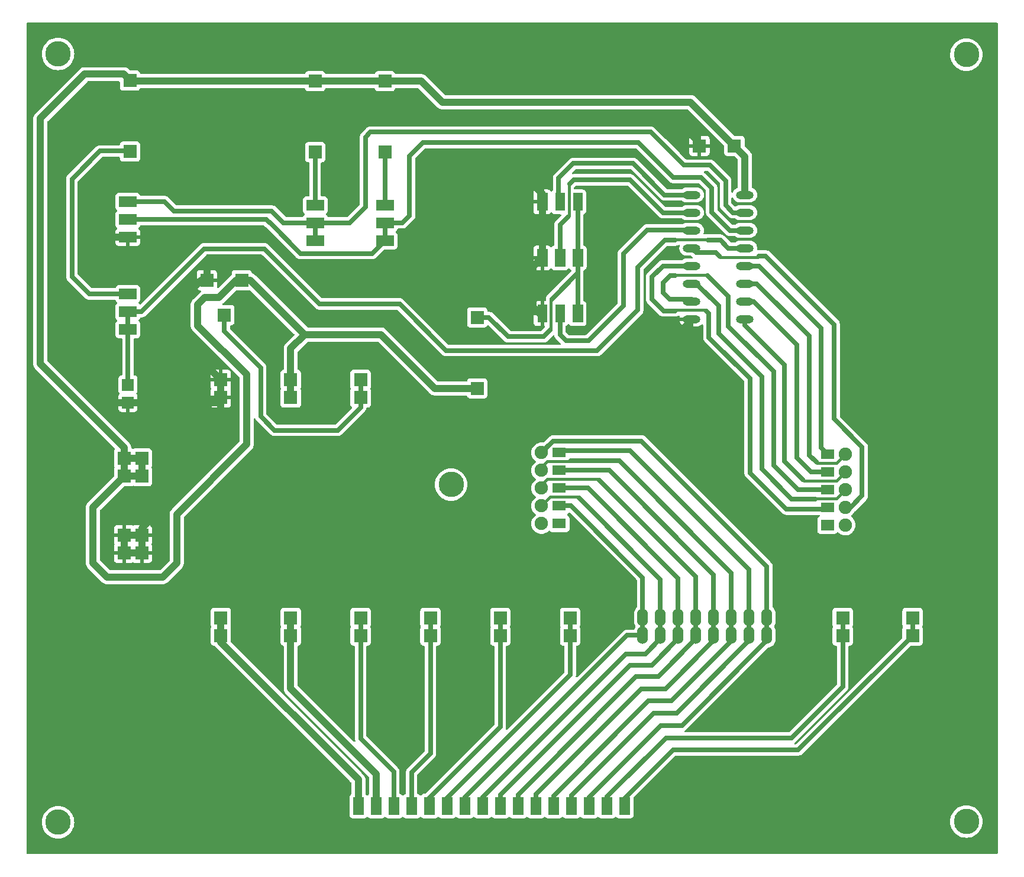
<source format=gbr>
%TF.GenerationSoftware,KiCad,Pcbnew,8.0.6*%
%TF.CreationDate,2025-02-16T20:33:08+01:00*%
%TF.ProjectId,LCD_PCF_v4,4c43445f-5043-4465-9f76-342e6b696361,rev?*%
%TF.SameCoordinates,Original*%
%TF.FileFunction,Copper,L2,Bot*%
%TF.FilePolarity,Positive*%
%FSLAX46Y46*%
G04 Gerber Fmt 4.6, Leading zero omitted, Abs format (unit mm)*
G04 Created by KiCad (PCBNEW 8.0.6) date 2025-02-16 20:33:08*
%MOMM*%
%LPD*%
G01*
G04 APERTURE LIST*
%TA.AperFunction,ComponentPad*%
%ADD10R,1.905000X1.905000*%
%TD*%
%TA.AperFunction,ComponentPad*%
%ADD11R,1.524000X2.540000*%
%TD*%
%TA.AperFunction,ComponentPad*%
%ADD12R,1.700000X1.700000*%
%TD*%
%TA.AperFunction,ComponentPad*%
%ADD13R,2.540000X1.524000*%
%TD*%
%TA.AperFunction,ComponentPad*%
%ADD14R,1.905000X1.397000*%
%TD*%
%TA.AperFunction,ComponentPad*%
%ADD15R,1.905000X1.524000*%
%TD*%
%TA.AperFunction,ComponentPad*%
%ADD16C,1.905000*%
%TD*%
%TA.AperFunction,ComponentPad*%
%ADD17O,1.905000X1.905000*%
%TD*%
%TA.AperFunction,ComponentPad*%
%ADD18R,1.397000X2.540000*%
%TD*%
%TA.AperFunction,ComponentPad*%
%ADD19O,2.540000X1.143000*%
%TD*%
%TA.AperFunction,ComponentPad*%
%ADD20O,1.524000X2.540000*%
%TD*%
%TA.AperFunction,ViaPad*%
%ADD21C,3.635000*%
%TD*%
%TA.AperFunction,Conductor*%
%ADD22C,1.016000*%
%TD*%
%TA.AperFunction,Conductor*%
%ADD23C,0.635000*%
%TD*%
%TA.AperFunction,Conductor*%
%ADD24C,0.381000*%
%TD*%
G04 APERTURE END LIST*
D10*
%TO.P,J11,1,Pin_1*%
%TO.N,Net-(J11-Pin_1)*%
X60300000Y-64740000D03*
%TO.P,J11,2,Pin_2*%
X60300000Y-67280000D03*
%TD*%
%TO.P,J23,1,Pin_1*%
%TO.N,GND*%
X29000000Y-87000000D03*
%TO.P,J23,2,Pin_2*%
X26460000Y-87000000D03*
%TO.P,J23,3,Pin_3*%
X29000000Y-89540000D03*
%TO.P,J23,4,Pin_4*%
X26460000Y-89540000D03*
%TD*%
%TO.P,R4,1*%
%TO.N,Net-(J18-Pin_1)*%
X27300000Y-32080000D03*
%TO.P,R4,2*%
%TO.N,VCC*%
X27300000Y-21920000D03*
%TD*%
%TO.P,J25,1,Pin_1*%
%TO.N,VCC*%
X50300000Y-64740000D03*
%TO.P,J25,2,Pin_2*%
X50300000Y-67280000D03*
%TD*%
D11*
%TO.P,J13,1,Pin_1*%
%TO.N,GND*%
X86300000Y-47280000D03*
%TO.P,J13,2,Pin_2*%
%TO.N,Net-(J13-Pin_2)*%
X88840000Y-47280000D03*
%TO.P,J13,3,Pin_3*%
%TO.N,Net-(J12-Pin_3)*%
X91380000Y-47280000D03*
%TD*%
D10*
%TO.P,C1,1*%
%TO.N,GND*%
X108800000Y-31280000D03*
%TO.P,C1,2*%
%TO.N,VCC*%
X113800000Y-31280000D03*
%TD*%
%TO.P,J5,1,Pin_1*%
%TO.N,Net-(J1-Pin_6)*%
X90300000Y-98850000D03*
%TO.P,J5,2,Pin_2*%
X90300000Y-101390000D03*
%TD*%
D12*
%TO.P,J19,1,Pin_1*%
%TO.N,Net-(J18-Pin_2)*%
X27000000Y-65460000D03*
%TO.P,J19,2,Pin_2*%
%TO.N,GND*%
X27000000Y-68000000D03*
%TD*%
D10*
%TO.P,J22,1,Pin_1*%
%TO.N,VCC*%
X29000000Y-76000000D03*
%TO.P,J22,2,Pin_2*%
X26460000Y-76000000D03*
%TO.P,J22,3,Pin_3*%
X29000000Y-78540000D03*
%TO.P,J22,4,Pin_4*%
X26460000Y-78540000D03*
%TD*%
D13*
%TO.P,J18,1,Pin_1*%
%TO.N,Net-(J18-Pin_1)*%
X27000000Y-52460000D03*
%TO.P,J18,2,Pin_2*%
%TO.N,Net-(J18-Pin_2)*%
X27000000Y-55000000D03*
%TO.P,J18,3,Pin_3*%
X27000000Y-57540000D03*
%TD*%
D14*
%TO.P,J20,1,Pin_1*%
%TO.N,/PCF_SIGNAL_BUS7*%
X127130000Y-75390000D03*
%TO.P,J20,2,Pin_2*%
%TO.N,/PCF_SIGNAL_BUS5*%
X127130000Y-77930000D03*
%TO.P,J20,3,Pin_3*%
%TO.N,/PCF_SIGNAL_BUS3*%
X127130000Y-80470000D03*
%TO.P,J20,4,Pin_4*%
%TO.N,/PCF_SIGNAL_BUS1*%
X127130000Y-83010000D03*
D15*
%TO.P,J20,5,Pin_5*%
%TO.N,unconnected-(J20-Pin_5-Pad5)*%
X127130000Y-85550000D03*
D16*
%TO.P,J20,6,Pin_6*%
%TO.N,unconnected-(J20-Pin_6-Pad6)*%
X129670000Y-85550000D03*
%TO.P,J20,7,Pin_7*%
%TO.N,/PCF_SIGNAL_BUS0*%
X129670000Y-83010000D03*
D17*
%TO.P,J20,8,Pin_8*%
%TO.N,/PCF_SIGNAL_BUS2*%
X129670000Y-80470000D03*
D16*
%TO.P,J20,9,Pin_9*%
%TO.N,/PCF_SIGNAL_BUS4*%
X129670000Y-77930000D03*
%TO.P,J20,10,Pin_10*%
%TO.N,/PCF_SIGNAL_BUS6*%
X129670000Y-75390000D03*
%TD*%
D10*
%TO.P,R2,1*%
%TO.N,VCC*%
X53800000Y-22000000D03*
%TO.P,R2,2*%
%TO.N,Net-(J16-Pin_1)*%
X53800000Y-32160000D03*
%TD*%
D16*
%TO.P,J21,1,Pin_1*%
%TO.N,/PCF_CONN_BUS7*%
X86190000Y-75190000D03*
D17*
%TO.P,J21,2,Pin_2*%
%TO.N,/PCF_CONN_BUS5*%
X86190000Y-77730000D03*
%TO.P,J21,3,Pin_3*%
%TO.N,/PCF_CONN_BUS3*%
X86190000Y-80270000D03*
%TO.P,J21,4,Pin_4*%
%TO.N,/PCF_CONN_BUS1*%
X86190000Y-82810000D03*
%TO.P,J21,5,Pin_5*%
%TO.N,unconnected-(J21-Pin_5-Pad5)*%
X86190000Y-85350000D03*
D14*
%TO.P,J21,6,Pin_6*%
%TO.N,unconnected-(J21-Pin_6-Pad6)*%
X88730000Y-85350000D03*
%TO.P,J21,7,Pin_7*%
%TO.N,/PCF_CONN_BUS0*%
X88730000Y-82810000D03*
%TO.P,J21,8,Pin_8*%
%TO.N,/PCF_CONN_BUS2*%
X88730000Y-80270000D03*
%TO.P,J21,9,Pin_9*%
%TO.N,/PCF_CONN_BUS4*%
X88730000Y-77730000D03*
%TO.P,J21,10,Pin_10*%
%TO.N,/PCF_CONN_BUS6*%
X88730000Y-75190000D03*
%TD*%
D10*
%TO.P,J9,1,Pin_1*%
%TO.N,Net-(J1-Pin_2)*%
X50300000Y-98840000D03*
%TO.P,J9,2,Pin_2*%
X50300000Y-101380000D03*
%TD*%
D11*
%TO.P,J12,1,Pin_1*%
%TO.N,GND*%
X86300000Y-39280000D03*
D18*
%TO.P,J12,2,Pin_2*%
%TO.N,Net-(J12-Pin_2)*%
X88840000Y-39280000D03*
%TO.P,J12,3,Pin_3*%
%TO.N,Net-(J12-Pin_3)*%
X91380000Y-39280000D03*
%TD*%
D11*
%TO.P,J1,1,Pin_1*%
%TO.N,Net-(J1-Pin_1)*%
X59985000Y-125800000D03*
%TO.P,J1,2,Pin_2*%
%TO.N,Net-(J1-Pin_2)*%
X62525000Y-125800000D03*
%TO.P,J1,3,Pin_3*%
%TO.N,Net-(J1-Pin_3)*%
X65065000Y-125800000D03*
%TO.P,J1,4,Pin_4*%
%TO.N,Net-(J1-Pin_4)*%
X67605000Y-125800000D03*
%TO.P,J1,5,Pin_5*%
%TO.N,Net-(J1-Pin_5)*%
X70145000Y-125800000D03*
%TO.P,J1,6,Pin_6*%
%TO.N,Net-(J1-Pin_6)*%
X72685000Y-125800000D03*
%TO.P,J1,7,Pin_7*%
%TO.N,/PCF_CONN_BUS0*%
X75225000Y-125800000D03*
%TO.P,J1,8,Pin_8*%
%TO.N,/PCF_CONN_BUS1*%
X77765000Y-125800000D03*
%TO.P,J1,9,Pin_9*%
%TO.N,/PCF_CONN_BUS2*%
X80305000Y-125800000D03*
%TO.P,J1,10,Pin_10*%
%TO.N,/PCF_CONN_BUS3*%
X82845000Y-125800000D03*
%TO.P,J1,11,Pin_11*%
%TO.N,/PCF_CONN_BUS4*%
X85385000Y-125800000D03*
%TO.P,J1,12,Pin_12*%
%TO.N,/PCF_CONN_BUS5*%
X87925000Y-125800000D03*
%TO.P,J1,13,Pin_13*%
%TO.N,/PCF_CONN_BUS6*%
X90465000Y-125800000D03*
%TO.P,J1,14,Pin_14*%
%TO.N,/PCF_CONN_BUS7*%
X93005000Y-125800000D03*
%TO.P,J1,15,Pin_15*%
%TO.N,Net-(J1-Pin_15)*%
X95545000Y-125800000D03*
%TO.P,J1,16,Pin_16*%
%TO.N,Net-(J1-Pin_16)*%
X98085000Y-125800000D03*
%TD*%
D19*
%TO.P,U1,1,A0*%
%TO.N,Net-(J12-Pin_2)*%
X107680000Y-38280000D03*
%TO.P,U1,2,A1*%
%TO.N,Net-(J13-Pin_2)*%
X107680000Y-40820000D03*
%TO.P,U1,3,A2*%
%TO.N,Net-(J14-Pin_2)*%
X107680000Y-43360000D03*
%TO.P,U1,4,P0*%
%TO.N,/PCF_SIGNAL_BUS0*%
X107680000Y-45900000D03*
%TO.P,U1,5,P1*%
%TO.N,/PCF_SIGNAL_BUS1*%
X107680000Y-48440000D03*
%TO.P,U1,6,P2*%
%TO.N,/PCF_SIGNAL_BUS2*%
X107680000Y-50980000D03*
%TO.P,U1,7,P3*%
%TO.N,/PCF_SIGNAL_BUS3*%
X107680000Y-53520000D03*
%TO.P,U1,8,VSS*%
%TO.N,GND*%
X107680000Y-56060000D03*
%TO.P,U1,9,P4*%
%TO.N,/PCF_SIGNAL_BUS4*%
X115300000Y-56060000D03*
%TO.P,U1,10,P5*%
%TO.N,/PCF_SIGNAL_BUS5*%
X115300000Y-53520000D03*
%TO.P,U1,11,P6*%
%TO.N,/PCF_SIGNAL_BUS6*%
X115300000Y-50980000D03*
%TO.P,U1,12,P7*%
%TO.N,/PCF_SIGNAL_BUS7*%
X115300000Y-48440000D03*
%TO.P,U1,13,~{INT}*%
%TO.N,Net-(J18-Pin_2)*%
X115300000Y-45900000D03*
%TO.P,U1,14,SCL*%
%TO.N,Net-(J15-Pin_1)*%
X115300000Y-43360000D03*
%TO.P,U1,15,SDA*%
%TO.N,Net-(J15-Pin_2)*%
X115300000Y-40820000D03*
%TO.P,U1,16,VDD*%
%TO.N,VCC*%
X115300000Y-38280000D03*
%TD*%
D10*
%TO.P,J10,1,Pin_1*%
%TO.N,Net-(J1-Pin_1)*%
X40300000Y-98840000D03*
%TO.P,J10,2,Pin_2*%
X40300000Y-101380000D03*
%TD*%
D13*
%TO.P,J17,1,Pin_1*%
%TO.N,Net-(J17-Pin_1)*%
X63800000Y-39740000D03*
%TO.P,J17,2,Pin_2*%
%TO.N,Net-(J15-Pin_1)*%
X63800000Y-42280000D03*
%TO.P,J17,3,Pin_3*%
X63800000Y-44820000D03*
%TD*%
%TO.P,J15,1,Pin_1*%
%TO.N,Net-(J15-Pin_2)*%
X26975000Y-39250000D03*
%TO.P,J15,2,Pin_2*%
%TO.N,Net-(J15-Pin_1)*%
X26975000Y-41790000D03*
%TO.P,J15,3,Pin_3*%
%TO.N,GND*%
X26975000Y-44330000D03*
%TD*%
D10*
%TO.P,J24,1,Pin_1*%
%TO.N,GND*%
X40300000Y-64740000D03*
%TO.P,J24,2,Pin_2*%
X40300000Y-67280000D03*
%TD*%
D18*
%TO.P,J14,1,Pin_1*%
%TO.N,GND*%
X86295000Y-55280000D03*
%TO.P,J14,2,Pin_2*%
%TO.N,Net-(J14-Pin_2)*%
X88835000Y-55280000D03*
D11*
%TO.P,J14,3,Pin_3*%
%TO.N,Net-(J12-Pin_3)*%
X91375000Y-55280000D03*
%TD*%
D10*
%TO.P,J8,1,Pin_1*%
%TO.N,Net-(J1-Pin_3)*%
X60300000Y-98840000D03*
%TO.P,J8,2,Pin_2*%
X60300000Y-101380000D03*
%TD*%
%TO.P,R3,1*%
%TO.N,VCC*%
X63800000Y-22000000D03*
%TO.P,R3,2*%
%TO.N,Net-(J17-Pin_1)*%
X63800000Y-32160000D03*
%TD*%
%TO.P,R1,1*%
%TO.N,VCC*%
X77000000Y-66000000D03*
%TO.P,R1,2*%
%TO.N,Net-(J12-Pin_3)*%
X77000000Y-55840000D03*
%TD*%
D13*
%TO.P,J16,1,Pin_1*%
%TO.N,Net-(J16-Pin_1)*%
X53825000Y-39740000D03*
%TO.P,J16,2,Pin_2*%
%TO.N,Net-(J15-Pin_2)*%
X53825000Y-42280000D03*
%TO.P,J16,3,Pin_3*%
X53825000Y-44820000D03*
%TD*%
D20*
%TO.P,J2,1,Pin_1*%
%TO.N,/PCF_CONN_BUS0*%
X100680000Y-101340000D03*
%TO.P,J2,2,Pin_2*%
%TO.N,/PCF_CONN_BUS1*%
X103220000Y-101340000D03*
%TO.P,J2,3,Pin_3*%
%TO.N,/PCF_CONN_BUS2*%
X105760000Y-101340000D03*
%TO.P,J2,4,Pin_4*%
%TO.N,/PCF_CONN_BUS3*%
X108300000Y-101340000D03*
%TO.P,J2,5,Pin_5*%
%TO.N,/PCF_CONN_BUS4*%
X110840000Y-101340000D03*
%TO.P,J2,6,Pin_6*%
%TO.N,/PCF_CONN_BUS5*%
X113380000Y-101340000D03*
%TO.P,J2,7,Pin_7*%
%TO.N,/PCF_CONN_BUS6*%
X115920000Y-101340000D03*
%TO.P,J2,8,Pin_8*%
%TO.N,/PCF_CONN_BUS7*%
X118460000Y-101340000D03*
%TO.P,J2,9,Pin_9*%
X118460000Y-98800000D03*
%TO.P,J2,10,Pin_10*%
%TO.N,/PCF_CONN_BUS6*%
X115920000Y-98800000D03*
%TO.P,J2,11,Pin_11*%
%TO.N,/PCF_CONN_BUS5*%
X113380000Y-98800000D03*
%TO.P,J2,12,Pin_12*%
%TO.N,/PCF_CONN_BUS4*%
X110840000Y-98800000D03*
%TO.P,J2,13,Pin_13*%
%TO.N,/PCF_CONN_BUS3*%
X108300000Y-98800000D03*
%TO.P,J2,14,Pin_14*%
%TO.N,/PCF_CONN_BUS2*%
X105760000Y-98800000D03*
%TO.P,J2,15,Pin_15*%
%TO.N,/PCF_CONN_BUS1*%
X103220000Y-98800000D03*
%TO.P,J2,16,Pin_16*%
%TO.N,/PCF_CONN_BUS0*%
X100680000Y-98800000D03*
%TD*%
D10*
%TO.P,J7,1,Pin_1*%
%TO.N,Net-(J1-Pin_4)*%
X70300000Y-98840000D03*
%TO.P,J7,2,Pin_2*%
X70300000Y-101380000D03*
%TD*%
%TO.P,J4,1,Pin_1*%
%TO.N,Net-(J1-Pin_16)*%
X139300000Y-98840000D03*
%TO.P,J4,2,Pin_2*%
X139300000Y-101380000D03*
%TD*%
%TO.P,J3,1,Pin_1*%
%TO.N,Net-(J1-Pin_15)*%
X129300000Y-98840000D03*
%TO.P,J3,2,Pin_2*%
X129300000Y-101380000D03*
%TD*%
%TO.P,RV1,1,1*%
%TO.N,VCC*%
X43300000Y-50500000D03*
%TO.P,RV1,2,2*%
%TO.N,Net-(J11-Pin_1)*%
X40800000Y-55500000D03*
%TO.P,RV1,3,3*%
%TO.N,GND*%
X38300000Y-50500000D03*
%TD*%
%TO.P,J6,1,Pin_1*%
%TO.N,Net-(J1-Pin_5)*%
X80300000Y-98840000D03*
%TO.P,J6,2,Pin_2*%
X80300000Y-101380000D03*
%TD*%
D21*
%TO.N,*%
X17000000Y-18100000D03*
X147000000Y-128000000D03*
X17000000Y-128100000D03*
X73250000Y-79750000D03*
X147000000Y-18200000D03*
%TD*%
D22*
%TO.N,GND*%
X29000000Y-87000000D02*
X29000000Y-89540000D01*
X30500000Y-34250000D02*
X30500000Y-29500000D01*
X108800000Y-30800000D02*
X108800000Y-31280000D01*
X17412500Y-34587500D02*
X24720000Y-27280000D01*
X38300000Y-50500000D02*
X38300000Y-48700000D01*
X34000000Y-44330000D02*
X47095064Y-44330000D01*
X30500000Y-29500000D02*
X28280000Y-27280000D01*
X39000000Y-48000000D02*
X45920000Y-48000000D01*
X28000000Y-27280000D02*
X105280000Y-27280000D01*
X21500000Y-44750000D02*
X21500000Y-36750000D01*
X47095064Y-44330000D02*
X54645064Y-51880000D01*
X40300000Y-67280000D02*
X40300000Y-74700000D01*
X86300000Y-38150000D02*
X86300000Y-39280000D01*
X25134000Y-68000000D02*
X24000000Y-66866000D01*
X105280000Y-27280000D02*
X108800000Y-30800000D01*
X21500000Y-44750000D02*
X21920000Y-44330000D01*
X101776000Y-62144500D02*
X107680000Y-56240500D01*
X38300000Y-48700000D02*
X39000000Y-48000000D01*
X85000000Y-48580000D02*
X85000000Y-54330468D01*
X85000000Y-54330468D02*
X85949532Y-55280000D01*
X26460000Y-87000000D02*
X26460000Y-89540000D01*
X26460000Y-89540000D02*
X29000000Y-89540000D01*
X86300000Y-47280000D02*
X86300000Y-39280000D01*
X24000000Y-59000000D02*
X17412500Y-52412500D01*
X37500000Y-50500000D02*
X35000000Y-53000000D01*
X24000000Y-47250000D02*
X31080000Y-47250000D01*
X39580000Y-68000000D02*
X40300000Y-67280000D01*
X27000000Y-68000000D02*
X25134000Y-68000000D01*
X17412500Y-52412500D02*
X17412500Y-34587500D01*
X24720000Y-27280000D02*
X28000000Y-27280000D01*
X83590000Y-35440000D02*
X86300000Y-38150000D01*
X54645064Y-51880000D02*
X60840000Y-51880000D01*
X22750000Y-35500000D02*
X29250000Y-35500000D01*
X26460000Y-87000000D02*
X29000000Y-87000000D01*
X29250000Y-35500000D02*
X30500000Y-34250000D01*
X38300000Y-50500000D02*
X37500000Y-50500000D01*
X21920000Y-44330000D02*
X26975000Y-44330000D01*
X40300000Y-74700000D02*
X29000000Y-86000000D01*
X29000000Y-86000000D02*
X29000000Y-87000000D01*
X27000000Y-68000000D02*
X39580000Y-68000000D01*
X21500000Y-44750000D02*
X24000000Y-47250000D01*
X35000000Y-59440000D02*
X40300000Y-64740000D01*
X70144500Y-62144500D02*
X101776000Y-62144500D01*
X60840000Y-51880000D02*
X77280000Y-35440000D01*
X45920000Y-48000000D02*
X53860000Y-55940000D01*
X86300000Y-47280000D02*
X85000000Y-48580000D01*
X63940000Y-55940000D02*
X70144500Y-62144500D01*
X53860000Y-55940000D02*
X63940000Y-55940000D01*
X28280000Y-27280000D02*
X28000000Y-27280000D01*
X86300000Y-47280000D02*
X86300000Y-47255000D01*
X35000000Y-53000000D02*
X35000000Y-59440000D01*
X24000000Y-66866000D02*
X24000000Y-59000000D01*
X40300000Y-64740000D02*
X40300000Y-67280000D01*
X31080000Y-47250000D02*
X34000000Y-44330000D01*
X21500000Y-36750000D02*
X22750000Y-35500000D01*
X77280000Y-35440000D02*
X83590000Y-35440000D01*
%TO.N,VCC*%
X52300000Y-58280000D02*
X52800000Y-58280000D01*
X26460000Y-76000000D02*
X29000000Y-76000000D01*
X113800000Y-31280000D02*
X107520000Y-25000000D01*
X29000000Y-76000000D02*
X29000000Y-78540000D01*
X14470000Y-27340000D02*
X14470000Y-62470000D01*
X70940000Y-66000000D02*
X64080000Y-59140000D01*
X68990000Y-22000000D02*
X27380000Y-22000000D01*
X77000000Y-66000000D02*
X70940000Y-66000000D01*
X27380000Y-22000000D02*
X27300000Y-21920000D01*
X22000000Y-91000000D02*
X22000000Y-83000000D01*
X22000000Y-83000000D02*
X26460000Y-78540000D01*
X63220000Y-58280000D02*
X64080000Y-59140000D01*
X14470000Y-62470000D02*
X26460000Y-74460000D01*
X20810000Y-21000000D02*
X14470000Y-27340000D01*
X50300000Y-60280000D02*
X52300000Y-58280000D01*
X26460000Y-78540000D02*
X26460000Y-76000000D01*
X71990000Y-25000000D02*
X68990000Y-22000000D01*
X42500000Y-50500000D02*
X40000000Y-53000000D01*
X50300000Y-64740000D02*
X50300000Y-60280000D01*
X50300000Y-67280000D02*
X50300000Y-64740000D01*
X26380000Y-21000000D02*
X20810000Y-21000000D01*
X32000000Y-93000000D02*
X24000000Y-93000000D01*
X60290000Y-58280000D02*
X63220000Y-58280000D01*
X26460000Y-78540000D02*
X29000000Y-78540000D01*
X26460000Y-74460000D02*
X26460000Y-76000000D01*
X43300000Y-50500000D02*
X42500000Y-50500000D01*
X44000000Y-74000000D02*
X34000000Y-84000000D01*
X40000000Y-53000000D02*
X38000000Y-53000000D01*
X115300000Y-32780000D02*
X113800000Y-31280000D01*
X37000000Y-56995000D02*
X44000000Y-63995000D01*
X115300000Y-38280000D02*
X115300000Y-32780000D01*
X107520000Y-25000000D02*
X71990000Y-25000000D01*
X24000000Y-93000000D02*
X22000000Y-91000000D01*
X27300000Y-21920000D02*
X26380000Y-21000000D01*
X34000000Y-91000000D02*
X32000000Y-93000000D01*
X34000000Y-84000000D02*
X34000000Y-91000000D01*
X52800000Y-58280000D02*
X60290000Y-58280000D01*
X44520000Y-50500000D02*
X52300000Y-58280000D01*
X37000000Y-54000000D02*
X37000000Y-56995000D01*
X43300000Y-50500000D02*
X44520000Y-50500000D01*
X44000000Y-63995000D02*
X44000000Y-74000000D01*
X38000000Y-53000000D02*
X37000000Y-54000000D01*
%TO.N,Net-(J1-Pin_1)*%
X40300000Y-98840000D02*
X40300000Y-101380000D01*
X40300000Y-102300000D02*
X59985000Y-121985000D01*
X40300000Y-101380000D02*
X40300000Y-102300000D01*
X59985000Y-121985000D02*
X59985000Y-125800000D01*
D23*
%TO.N,/PCF_CONN_BUS7*%
X93005000Y-124470000D02*
X93005000Y-125800000D01*
X118460000Y-102102000D02*
X106312000Y-114250000D01*
X118460000Y-98800000D02*
X118460000Y-91460000D01*
X118460000Y-91460000D02*
X100506000Y-73506000D01*
X103225000Y-114250000D02*
X93005000Y-124470000D01*
X106312000Y-114250000D02*
X103225000Y-114250000D01*
X100506000Y-73506000D02*
X87874000Y-73506000D01*
X118460000Y-101340000D02*
X118460000Y-98800000D01*
X118460000Y-101340000D02*
X118460000Y-102102000D01*
X87874000Y-73506000D02*
X86190000Y-75190000D01*
%TO.N,/PCF_CONN_BUS4*%
X110840000Y-102102000D02*
X103942000Y-109000000D01*
X93894344Y-77730000D02*
X93896344Y-77728000D01*
X100500000Y-109000000D02*
X85385000Y-124115000D01*
X110840000Y-92665000D02*
X110840000Y-98800000D01*
X110840000Y-101340000D02*
X110840000Y-98800000D01*
X88730000Y-77730000D02*
X93894344Y-77730000D01*
X85385000Y-124115000D02*
X85385000Y-125800000D01*
X110840000Y-101340000D02*
X110840000Y-102102000D01*
X93896344Y-77728000D02*
X95903000Y-77728000D01*
X95903000Y-77728000D02*
X110840000Y-92665000D01*
X103942000Y-109000000D02*
X100500000Y-109000000D01*
%TO.N,Net-(J1-Pin_15)*%
X129300000Y-101380000D02*
X129300000Y-98840000D01*
X104000000Y-116000000D02*
X95545000Y-124455000D01*
X129300000Y-101380000D02*
X129300000Y-108700000D01*
X122000000Y-116000000D02*
X104000000Y-116000000D01*
X129300000Y-108700000D02*
X122000000Y-116000000D01*
X95545000Y-124455000D02*
X95545000Y-125800000D01*
%TO.N,/PCF_CONN_BUS6*%
X102250000Y-112500000D02*
X90465000Y-124285000D01*
X115920000Y-91920000D02*
X115920000Y-98800000D01*
X89017000Y-74903000D02*
X98903000Y-74903000D01*
X115920000Y-101340000D02*
X115920000Y-102102000D01*
X88730000Y-75190000D02*
X89017000Y-74903000D01*
X90465000Y-124285000D02*
X90465000Y-125800000D01*
X115920000Y-102102000D02*
X105522000Y-112500000D01*
X98903000Y-74903000D02*
X115920000Y-91920000D01*
X105522000Y-112500000D02*
X102250000Y-112500000D01*
X115920000Y-101340000D02*
X115920000Y-98800000D01*
%TO.N,Net-(J1-Pin_5)*%
X80300000Y-101380000D02*
X80300000Y-98840000D01*
X80300000Y-114450000D02*
X70145000Y-124605000D01*
X80300000Y-101380000D02*
X80300000Y-114450000D01*
X70145000Y-124605000D02*
X70145000Y-125800000D01*
%TO.N,Net-(J1-Pin_3)*%
X60300000Y-98840000D02*
X60300000Y-101380000D01*
X65065000Y-120895000D02*
X65065000Y-125800000D01*
X60300000Y-116130000D02*
X65065000Y-120895000D01*
X60300000Y-101380000D02*
X60300000Y-116130000D01*
%TO.N,/PCF_CONN_BUS2*%
X88730000Y-80270000D02*
X92863586Y-80270000D01*
X80305000Y-124195000D02*
X80305000Y-125800000D01*
X101990367Y-105603000D02*
X98897000Y-105603000D01*
X105760000Y-101340000D02*
X105760000Y-98800000D01*
X105760000Y-93166414D02*
X105760000Y-98800000D01*
X105760000Y-101340000D02*
X105760000Y-101833367D01*
X98897000Y-105603000D02*
X80305000Y-124195000D01*
X92863586Y-80270000D02*
X105760000Y-93166414D01*
X105760000Y-101833367D02*
X101990367Y-105603000D01*
D24*
%TO.N,/PCF_CONN_BUS3*%
X87000000Y-79000000D02*
X86190000Y-79810000D01*
D23*
X82845000Y-124155000D02*
X82845000Y-125800000D01*
X102883367Y-107250000D02*
X99750000Y-107250000D01*
X108300000Y-101833367D02*
X102883367Y-107250000D01*
X99750000Y-107250000D02*
X82845000Y-124155000D01*
X108300000Y-101340000D02*
X108300000Y-101833367D01*
D24*
X94475000Y-79275000D02*
X94475000Y-79125000D01*
D23*
X94475000Y-79125000D02*
X108300000Y-92950000D01*
X108300000Y-92950000D02*
X108300000Y-98800000D01*
D24*
X94350000Y-79000000D02*
X87000000Y-79000000D01*
D23*
X108300000Y-101340000D02*
X108300000Y-98800000D01*
D24*
X94475000Y-79125000D02*
X94350000Y-79000000D01*
D23*
%TO.N,Net-(J1-Pin_6)*%
X90300000Y-101390000D02*
X90300000Y-106950000D01*
X72685000Y-124565000D02*
X72685000Y-125800000D01*
X90300000Y-106950000D02*
X72685000Y-124565000D01*
X90300000Y-101390000D02*
X90300000Y-98850000D01*
%TO.N,/PCF_CONN_BUS1*%
X77765000Y-124485000D02*
X77765000Y-125800000D01*
X103220000Y-101340000D02*
X103220000Y-101833367D01*
D24*
X91440000Y-81540000D02*
X91567000Y-81667000D01*
D23*
X103220000Y-101833367D02*
X101053367Y-104000000D01*
X103220000Y-93320000D02*
X91567000Y-81667000D01*
D24*
X87460000Y-81540000D02*
X91440000Y-81540000D01*
D23*
X103220000Y-101340000D02*
X103220000Y-98800000D01*
X101053367Y-104000000D02*
X98250000Y-104000000D01*
X98250000Y-104000000D02*
X77765000Y-124485000D01*
D24*
X86190000Y-82810000D02*
X87460000Y-81540000D01*
D23*
X103220000Y-98800000D02*
X103220000Y-93320000D01*
%TO.N,Net-(J1-Pin_4)*%
X67605000Y-120935000D02*
X67605000Y-125800000D01*
X70300000Y-101380000D02*
X70300000Y-118240000D01*
X70300000Y-118240000D02*
X67605000Y-120935000D01*
X70300000Y-98840000D02*
X70300000Y-101380000D01*
%TO.N,/PCF_CONN_BUS0*%
X100680000Y-101340000D02*
X98410000Y-101340000D01*
X88730000Y-82810000D02*
X90435000Y-82810000D01*
X90435000Y-82810000D02*
X100680000Y-93055000D01*
X98410000Y-101340000D02*
X75225000Y-124525000D01*
X100680000Y-101340000D02*
X100680000Y-98800000D01*
X75225000Y-124525000D02*
X75225000Y-125800000D01*
X100680000Y-93055000D02*
X100680000Y-98800000D01*
%TO.N,Net-(J1-Pin_16)*%
X122930000Y-117750000D02*
X139300000Y-101380000D01*
X98085000Y-124665000D02*
X105000000Y-117750000D01*
X139300000Y-101380000D02*
X139300000Y-98840000D01*
X98085000Y-125800000D02*
X98085000Y-124665000D01*
X105000000Y-117750000D02*
X122930000Y-117750000D01*
D22*
%TO.N,Net-(J1-Pin_2)*%
X62525000Y-121175000D02*
X62525000Y-125800000D01*
X50300000Y-98840000D02*
X50300000Y-101380000D01*
X50300000Y-108950000D02*
X62525000Y-121175000D01*
X50300000Y-101380000D02*
X50300000Y-108950000D01*
D24*
%TO.N,/PCF_CONN_BUS5*%
X90406000Y-76300000D02*
X90246000Y-76460000D01*
D23*
X104750000Y-110750000D02*
X101500000Y-110750000D01*
D24*
X90373000Y-76333000D02*
X90406000Y-76300000D01*
X90246000Y-76460000D02*
X87000000Y-76460000D01*
D23*
X97300000Y-76300000D02*
X90406000Y-76300000D01*
X101500000Y-110750000D02*
X87925000Y-124325000D01*
X87925000Y-124325000D02*
X87925000Y-125800000D01*
D24*
X87000000Y-76460000D02*
X86190000Y-77270000D01*
D23*
X113380000Y-101340000D02*
X113380000Y-102120000D01*
X113380000Y-92380000D02*
X97300000Y-76300000D01*
D24*
X86190000Y-77270000D02*
X86190000Y-77730000D01*
D23*
X113380000Y-98800000D02*
X113380000Y-92380000D01*
X113380000Y-101340000D02*
X113380000Y-98800000D01*
X113380000Y-102120000D02*
X104750000Y-110750000D01*
%TO.N,Net-(J11-Pin_1)*%
X60300000Y-64740000D02*
X60300000Y-67280000D01*
X46000000Y-63000000D02*
X46000000Y-70000000D01*
X48000000Y-72000000D02*
X57000000Y-72000000D01*
X40800000Y-55500000D02*
X40800000Y-57800000D01*
X57000000Y-72000000D02*
X60300000Y-68700000D01*
X46000000Y-70000000D02*
X48000000Y-72000000D01*
X60300000Y-68700000D02*
X60300000Y-67280000D01*
X40800000Y-57800000D02*
X46000000Y-63000000D01*
%TO.N,Net-(J12-Pin_2)*%
X90740000Y-33780000D02*
X88650000Y-35870000D01*
X88650000Y-39090000D02*
X88840000Y-39280000D01*
X103800000Y-38280000D02*
X99300000Y-33780000D01*
X88650000Y-35870000D02*
X88650000Y-39090000D01*
X99300000Y-33780000D02*
X90740000Y-33780000D01*
X107680000Y-38280000D02*
X103800000Y-38280000D01*
%TO.N,Net-(J12-Pin_3)*%
X87650000Y-53180000D02*
X91380000Y-49450000D01*
X81400000Y-58580000D02*
X78660000Y-55840000D01*
X91380000Y-39280000D02*
X91380000Y-47280000D01*
D24*
X87550000Y-57530000D02*
X87438000Y-57642000D01*
X87550000Y-53280000D02*
X87550000Y-57530000D01*
D23*
X91380000Y-49450000D02*
X91380000Y-47280000D01*
X86500000Y-58580000D02*
X81400000Y-58580000D01*
X78660000Y-55840000D02*
X77000000Y-55840000D01*
X87438000Y-57642000D02*
X86500000Y-58580000D01*
D24*
X87650000Y-53180000D02*
X87550000Y-53280000D01*
D23*
X91375000Y-50705000D02*
X91375000Y-55280000D01*
D24*
X87650000Y-53295000D02*
X87650000Y-53180000D01*
D23*
X91380000Y-55275000D02*
X91375000Y-55280000D01*
X91380000Y-47280000D02*
X91380000Y-55275000D01*
D24*
%TO.N,Net-(J13-Pin_2)*%
X90110000Y-41303000D02*
X89983000Y-41430000D01*
D23*
X88850000Y-42563000D02*
X88850000Y-47270000D01*
X89983000Y-41430000D02*
X88850000Y-42563000D01*
X88840000Y-47280000D02*
X88840000Y-47091274D01*
D24*
X90230000Y-36690000D02*
X90110000Y-36810000D01*
D23*
X90790000Y-36130000D02*
X98900000Y-36130000D01*
X88850000Y-47270000D02*
X88840000Y-47280000D01*
X90230000Y-36690000D02*
X90790000Y-36130000D01*
X103590000Y-40820000D02*
X107680000Y-40820000D01*
X98900000Y-36130000D02*
X103590000Y-40820000D01*
D24*
X90110000Y-36810000D02*
X90110000Y-41303000D01*
D23*
%TO.N,Net-(J14-Pin_2)*%
X97890000Y-46690000D02*
X101300000Y-43280000D01*
X89705000Y-59160000D02*
X92910000Y-59160000D01*
X101300000Y-43280000D02*
X107600000Y-43280000D01*
X88835000Y-55280000D02*
X88835000Y-58290000D01*
X88835000Y-58290000D02*
X89705000Y-59160000D01*
X107600000Y-43280000D02*
X107680000Y-43360000D01*
X97890000Y-54180000D02*
X97890000Y-46690000D01*
X92910000Y-59160000D02*
X97890000Y-54180000D01*
%TO.N,Net-(J15-Pin_2)*%
X106550000Y-34030000D02*
X110300000Y-34030000D01*
X33603000Y-40603000D02*
X32250000Y-39250000D01*
X61720000Y-29280000D02*
X101800000Y-29280000D01*
X112550000Y-39780000D02*
X113590000Y-40820000D01*
X53825000Y-42280000D02*
X53825000Y-44820000D01*
D22*
X26975000Y-39445000D02*
X26975000Y-39025000D01*
D23*
X112550000Y-36280000D02*
X112550000Y-39780000D01*
X47588784Y-40603000D02*
X33603000Y-40603000D01*
X58720000Y-42280000D02*
X61000000Y-40000000D01*
X53825000Y-42280000D02*
X58720000Y-42280000D01*
X110300000Y-34030000D02*
X112550000Y-36280000D01*
X101800000Y-29280000D02*
X106550000Y-34030000D01*
X113590000Y-40820000D02*
X115300000Y-40820000D01*
X53825000Y-42280000D02*
X49265784Y-42280000D01*
X49265784Y-42280000D02*
X47588784Y-40603000D01*
X32250000Y-39250000D02*
X26975000Y-39250000D01*
X61000000Y-40000000D02*
X61000000Y-30000000D01*
X61000000Y-30000000D02*
X61720000Y-29280000D01*
%TO.N,Net-(J15-Pin_1)*%
X110550000Y-37280000D02*
X109050000Y-35780000D01*
X47260128Y-42250000D02*
X47250000Y-42250000D01*
X47250000Y-42250000D02*
X46790000Y-41790000D01*
X67300000Y-41280000D02*
X66300000Y-42280000D01*
X51671628Y-46661500D02*
X47260128Y-42250000D01*
X61958500Y-46661500D02*
X51671628Y-46661500D01*
X63800000Y-42280000D02*
X63800000Y-44820000D01*
X66300000Y-42280000D02*
X63800000Y-42280000D01*
X46790000Y-41790000D02*
X26975000Y-41790000D01*
X109050000Y-35780000D02*
X105050000Y-35780000D01*
X67300000Y-32700000D02*
X67300000Y-41280000D01*
X105050000Y-35780000D02*
X100050000Y-30780000D01*
X69220000Y-30780000D02*
X67300000Y-32700000D01*
X115300000Y-43360000D02*
X113130000Y-43360000D01*
X113130000Y-43360000D02*
X110550000Y-40780000D01*
X100050000Y-30780000D02*
X69220000Y-30780000D01*
X63800000Y-44820000D02*
X61958500Y-46661500D01*
X110550000Y-40780000D02*
X110550000Y-37280000D01*
%TO.N,Net-(J16-Pin_1)*%
X53800000Y-39715000D02*
X53800000Y-32160000D01*
X53825000Y-39740000D02*
X53800000Y-39715000D01*
%TO.N,Net-(J17-Pin_1)*%
X63800000Y-39740000D02*
X63800000Y-32160000D01*
%TO.N,Net-(J18-Pin_2)*%
X112920000Y-45900000D02*
X115300000Y-45900000D01*
X28905000Y-55000000D02*
X37905000Y-46000000D01*
X65900000Y-53900000D02*
X72557000Y-60557000D01*
X27000000Y-55000000D02*
X28905000Y-55000000D01*
X54420000Y-53900000D02*
X65900000Y-53900000D01*
X27000000Y-57540000D02*
X27000000Y-55000000D01*
X37905000Y-46000000D02*
X46520000Y-46000000D01*
X111777000Y-44757000D02*
X112920000Y-45900000D01*
X99970000Y-54740000D02*
X99970000Y-48610000D01*
X103823000Y-44757000D02*
X105300000Y-44757000D01*
D24*
X110550000Y-44757000D02*
X110423000Y-44630000D01*
X104927000Y-44630000D02*
X104800000Y-44757000D01*
X110423000Y-44630000D02*
X104927000Y-44630000D01*
D23*
X99970000Y-48610000D02*
X103823000Y-44757000D01*
X94153000Y-60557000D02*
X99970000Y-54740000D01*
X110050000Y-44757000D02*
X111777000Y-44757000D01*
X46520000Y-46000000D02*
X54420000Y-53900000D01*
X27000000Y-57540000D02*
X27000000Y-65460000D01*
X72557000Y-60557000D02*
X94153000Y-60557000D01*
%TO.N,Net-(J18-Pin_1)*%
X19000000Y-36000000D02*
X19000000Y-50000000D01*
X23000000Y-32000000D02*
X19000000Y-36000000D01*
X21460000Y-52460000D02*
X27000000Y-52460000D01*
X27300000Y-32080000D02*
X27220000Y-32000000D01*
X27220000Y-32000000D02*
X23000000Y-32000000D01*
X19000000Y-50000000D02*
X21460000Y-52460000D01*
%TO.N,/PCF_SIGNAL_BUS3*%
X105300000Y-49837000D02*
X104583000Y-49837000D01*
X112950500Y-57100500D02*
X112950500Y-52830500D01*
X104583000Y-49837000D02*
X103570000Y-50850000D01*
X103570000Y-50850000D02*
X103570000Y-52260000D01*
X103570000Y-52260000D02*
X104512500Y-53202500D01*
X119410000Y-76970000D02*
X119410000Y-63560000D01*
D24*
X104710000Y-49710000D02*
X104583000Y-49837000D01*
D23*
X104512500Y-53202500D02*
X107680000Y-53202500D01*
X119410000Y-63560000D02*
X112950500Y-57100500D01*
X112950500Y-52830500D02*
X109950000Y-49830000D01*
X122910000Y-80470000D02*
X119410000Y-76970000D01*
D24*
X109950000Y-49830000D02*
X109830000Y-49710000D01*
X109830000Y-49710000D02*
X104710000Y-49710000D01*
D23*
X127130000Y-80470000D02*
X122910000Y-80470000D01*
%TO.N,/PCF_SIGNAL_BUS1*%
X109806974Y-54903026D02*
X110156500Y-55252552D01*
X101970000Y-53210000D02*
X101970000Y-50040000D01*
X103570000Y-48440000D02*
X107680000Y-48440000D01*
X126876000Y-83264000D02*
X127130000Y-83010000D01*
D24*
X109806974Y-54903026D02*
X109913948Y-55010000D01*
D23*
X105320000Y-54890000D02*
X103650000Y-54890000D01*
X101970000Y-50040000D02*
X103570000Y-48440000D01*
X110156500Y-55252552D02*
X110156500Y-58712156D01*
D24*
X109913948Y-55010000D02*
X109920000Y-55010000D01*
D23*
X103650000Y-54890000D02*
X101970000Y-53210000D01*
D24*
X105430000Y-54780000D02*
X109683948Y-54780000D01*
D23*
X116050000Y-78110000D02*
X121204000Y-83264000D01*
D24*
X105320000Y-54890000D02*
X105430000Y-54780000D01*
D23*
X127130000Y-83010000D02*
X127033000Y-83107000D01*
X121204000Y-83264000D02*
X126876000Y-83264000D01*
D24*
X109683948Y-54780000D02*
X109806974Y-54903026D01*
D23*
X116050000Y-64605656D02*
X116050000Y-78110000D01*
X110156500Y-58712156D02*
X116050000Y-64605656D01*
%TO.N,/PCF_SIGNAL_BUS5*%
X115300000Y-53520000D02*
X116520000Y-53520000D01*
X122750000Y-59750000D02*
X122750000Y-75877828D01*
X116520000Y-53520000D02*
X122750000Y-59750000D01*
X122750000Y-75877828D02*
X124802172Y-77930000D01*
X124802172Y-77930000D02*
X127130000Y-77930000D01*
%TO.N,/PCF_SIGNAL_BUS0*%
X128080000Y-56830000D02*
X128080000Y-70350000D01*
D24*
X111740000Y-47170000D02*
X117178688Y-47170000D01*
D23*
X128080000Y-70350000D02*
X132090000Y-74360000D01*
X108350000Y-46570000D02*
X111140000Y-46570000D01*
X118280000Y-47030000D02*
X128080000Y-56830000D01*
X132090000Y-81350000D02*
X130430000Y-83010000D01*
X132090000Y-74360000D02*
X132090000Y-81350000D01*
X117318688Y-47030000D02*
X118280000Y-47030000D01*
X111140000Y-46570000D02*
X111615000Y-47045000D01*
X130430000Y-83010000D02*
X129670000Y-83010000D01*
X107680000Y-45900000D02*
X108350000Y-46570000D01*
D24*
X111290000Y-46720000D02*
X111740000Y-47170000D01*
X117178688Y-47170000D02*
X117318688Y-47030000D01*
X107680000Y-45900000D02*
X107680000Y-46027000D01*
D23*
%TO.N,/PCF_SIGNAL_BUS6*%
X124500000Y-58500000D02*
X124500000Y-75530000D01*
X115300000Y-50980000D02*
X116980000Y-50980000D01*
D24*
X125630000Y-76660000D02*
X128400000Y-76660000D01*
D23*
X124500000Y-75530000D02*
X125503000Y-76533000D01*
D24*
X128400000Y-76660000D02*
X129670000Y-75390000D01*
D23*
X116980000Y-50980000D02*
X124500000Y-58500000D01*
D24*
%TO.N,/PCF_SIGNAL_BUS4*%
X128400000Y-79200000D02*
X123750000Y-79200000D01*
D23*
X115300000Y-56930000D02*
X115300000Y-56060000D01*
D24*
X128400000Y-79200000D02*
X129670000Y-77930000D01*
D23*
X121000000Y-62630000D02*
X115300000Y-56930000D01*
D24*
X129670000Y-77930000D02*
X129055656Y-77930000D01*
D23*
X123623000Y-79073000D02*
X121000000Y-76450000D01*
X121000000Y-76450000D02*
X121000000Y-62630000D01*
%TO.N,/PCF_SIGNAL_BUS7*%
X127130000Y-75390000D02*
X126250000Y-74510000D01*
X126250000Y-57375000D02*
X117315000Y-48440000D01*
X126250000Y-74510000D02*
X126250000Y-57375000D01*
X117315000Y-48440000D02*
X115300000Y-48440000D01*
D24*
%TO.N,/PCF_SIGNAL_BUS2*%
X125375656Y-81740000D02*
X128400000Y-81740000D01*
D23*
X117700000Y-64280000D02*
X111553500Y-58133500D01*
D24*
X128400000Y-81740000D02*
X129670000Y-80470000D01*
X108370000Y-50980000D02*
X107680000Y-50980000D01*
D23*
X111553500Y-54163500D02*
X108370000Y-50980000D01*
X111553500Y-58133500D02*
X111553500Y-54163500D01*
X125375656Y-81867000D02*
X122017000Y-81867000D01*
D24*
X128955656Y-80470000D02*
X129670000Y-80470000D01*
D23*
X122017000Y-81867000D02*
X117700000Y-77550000D01*
X117700000Y-77550000D02*
X117700000Y-64280000D01*
%TD*%
%TA.AperFunction,Conductor*%
%TO.N,GND*%
G36*
X28534075Y-89347007D02*
G01*
X28500000Y-89474174D01*
X28500000Y-89605826D01*
X28534075Y-89732993D01*
X28566988Y-89790000D01*
X26893012Y-89790000D01*
X26925925Y-89732993D01*
X26960000Y-89605826D01*
X26960000Y-89474174D01*
X26925925Y-89347007D01*
X26893012Y-89290000D01*
X28566988Y-89290000D01*
X28534075Y-89347007D01*
G37*
%TD.AperFunction*%
%TA.AperFunction,Conductor*%
G36*
X26710000Y-89106988D02*
G01*
X26652993Y-89074075D01*
X26525826Y-89040000D01*
X26394174Y-89040000D01*
X26267007Y-89074075D01*
X26210000Y-89106988D01*
X26210000Y-87433012D01*
X26267007Y-87465925D01*
X26394174Y-87500000D01*
X26525826Y-87500000D01*
X26652993Y-87465925D01*
X26710000Y-87433012D01*
X26710000Y-89106988D01*
G37*
%TD.AperFunction*%
%TA.AperFunction,Conductor*%
G36*
X29250000Y-89106988D02*
G01*
X29192993Y-89074075D01*
X29065826Y-89040000D01*
X28934174Y-89040000D01*
X28807007Y-89074075D01*
X28750000Y-89106988D01*
X28750000Y-87433012D01*
X28807007Y-87465925D01*
X28934174Y-87500000D01*
X29065826Y-87500000D01*
X29192993Y-87465925D01*
X29250000Y-87433012D01*
X29250000Y-89106988D01*
G37*
%TD.AperFunction*%
%TA.AperFunction,Conductor*%
G36*
X28534075Y-86807007D02*
G01*
X28500000Y-86934174D01*
X28500000Y-87065826D01*
X28534075Y-87192993D01*
X28566988Y-87250000D01*
X26893012Y-87250000D01*
X26925925Y-87192993D01*
X26960000Y-87065826D01*
X26960000Y-86934174D01*
X26925925Y-86807007D01*
X26893012Y-86750000D01*
X28566988Y-86750000D01*
X28534075Y-86807007D01*
G37*
%TD.AperFunction*%
%TA.AperFunction,Conductor*%
G36*
X40550000Y-66846988D02*
G01*
X40492993Y-66814075D01*
X40365826Y-66780000D01*
X40234174Y-66780000D01*
X40107007Y-66814075D01*
X40050000Y-66846988D01*
X40050000Y-65173012D01*
X40107007Y-65205925D01*
X40234174Y-65240000D01*
X40365826Y-65240000D01*
X40492993Y-65205925D01*
X40550000Y-65173012D01*
X40550000Y-66846988D01*
G37*
%TD.AperFunction*%
%TA.AperFunction,Conductor*%
G36*
X151442539Y-13650185D02*
G01*
X151488294Y-13702989D01*
X151499500Y-13754500D01*
X151499500Y-132505500D01*
X151479815Y-132572539D01*
X151427011Y-132618294D01*
X151375500Y-132629500D01*
X12624500Y-132629500D01*
X12557461Y-132609815D01*
X12511706Y-132557011D01*
X12500500Y-132505500D01*
X12500500Y-128100000D01*
X14677026Y-128100000D01*
X14690345Y-128303219D01*
X14696899Y-128403207D01*
X14696901Y-128403219D01*
X14756177Y-128701222D01*
X14756181Y-128701237D01*
X14853853Y-128988967D01*
X14988241Y-129261479D01*
X14988244Y-129261483D01*
X14988246Y-129261487D01*
X15072939Y-129388240D01*
X15157059Y-129514135D01*
X15357408Y-129742591D01*
X15585863Y-129942939D01*
X15838513Y-130111754D01*
X15838517Y-130111756D01*
X15838520Y-130111758D01*
X16098049Y-130239743D01*
X16111036Y-130246148D01*
X16398770Y-130343821D01*
X16696791Y-130403101D01*
X17000000Y-130422974D01*
X17303209Y-130403101D01*
X17601230Y-130343821D01*
X17888964Y-130246148D01*
X18161487Y-130111754D01*
X18414137Y-129942939D01*
X18642591Y-129742591D01*
X18842939Y-129514137D01*
X19011754Y-129261487D01*
X19146148Y-128988964D01*
X19243821Y-128701230D01*
X19303101Y-128403209D01*
X19322974Y-128100000D01*
X19316420Y-128000000D01*
X144677026Y-128000000D01*
X144696899Y-128303207D01*
X144696901Y-128303219D01*
X144756177Y-128601222D01*
X144756181Y-128601237D01*
X144853853Y-128888967D01*
X144988241Y-129161479D01*
X144988244Y-129161483D01*
X144988246Y-129161487D01*
X145055063Y-129261486D01*
X145157059Y-129414135D01*
X145357408Y-129642591D01*
X145585863Y-129842939D01*
X145838513Y-130011754D01*
X145838517Y-130011756D01*
X145838520Y-130011758D01*
X146041290Y-130111753D01*
X146111036Y-130146148D01*
X146398770Y-130243821D01*
X146696791Y-130303101D01*
X147000000Y-130322974D01*
X147303209Y-130303101D01*
X147601230Y-130243821D01*
X147888964Y-130146148D01*
X148161487Y-130011754D01*
X148414137Y-129842939D01*
X148642591Y-129642591D01*
X148842939Y-129414137D01*
X149011754Y-129161487D01*
X149146148Y-128888964D01*
X149243821Y-128601230D01*
X149303101Y-128303209D01*
X149322974Y-128000000D01*
X149303101Y-127696791D01*
X149243821Y-127398770D01*
X149146148Y-127111036D01*
X149139743Y-127098049D01*
X149011758Y-126838520D01*
X149011756Y-126838517D01*
X149011754Y-126838513D01*
X148842939Y-126585863D01*
X148642591Y-126357408D01*
X148414135Y-126157059D01*
X148288240Y-126072939D01*
X148161487Y-125988246D01*
X148161483Y-125988244D01*
X148161479Y-125988241D01*
X147888967Y-125853853D01*
X147601237Y-125756181D01*
X147601231Y-125756179D01*
X147601230Y-125756179D01*
X147601228Y-125756178D01*
X147601222Y-125756177D01*
X147303219Y-125696901D01*
X147303209Y-125696899D01*
X147000000Y-125677026D01*
X146696791Y-125696899D01*
X146696785Y-125696900D01*
X146696780Y-125696901D01*
X146398777Y-125756177D01*
X146398762Y-125756181D01*
X146111032Y-125853853D01*
X145838520Y-125988241D01*
X145838513Y-125988246D01*
X145585864Y-126157059D01*
X145357408Y-126357408D01*
X145157059Y-126585864D01*
X144988246Y-126838513D01*
X144988241Y-126838520D01*
X144853853Y-127111032D01*
X144756181Y-127398762D01*
X144756177Y-127398777D01*
X144696901Y-127696780D01*
X144696899Y-127696791D01*
X144690345Y-127796791D01*
X144677026Y-128000000D01*
X19316420Y-128000000D01*
X19303101Y-127796791D01*
X19243821Y-127498770D01*
X19146148Y-127211036D01*
X19100210Y-127117883D01*
X19011758Y-126938520D01*
X19011756Y-126938517D01*
X19011754Y-126938513D01*
X18842939Y-126685863D01*
X18755242Y-126585863D01*
X18642591Y-126457408D01*
X18414135Y-126257059D01*
X18264473Y-126157059D01*
X18161487Y-126088246D01*
X18161483Y-126088244D01*
X18161479Y-126088241D01*
X17888967Y-125953853D01*
X17601237Y-125856181D01*
X17601231Y-125856179D01*
X17601230Y-125856179D01*
X17601228Y-125856178D01*
X17601222Y-125856177D01*
X17303219Y-125796901D01*
X17303209Y-125796899D01*
X17000000Y-125777026D01*
X16696791Y-125796899D01*
X16696785Y-125796900D01*
X16696780Y-125796901D01*
X16398777Y-125856177D01*
X16398762Y-125856181D01*
X16111032Y-125953853D01*
X15838520Y-126088241D01*
X15838513Y-126088246D01*
X15585864Y-126257059D01*
X15357408Y-126457408D01*
X15157059Y-126685864D01*
X14988246Y-126938513D01*
X14988241Y-126938520D01*
X14853853Y-127211032D01*
X14756181Y-127498762D01*
X14756177Y-127498777D01*
X14741911Y-127570498D01*
X14696899Y-127796791D01*
X14677026Y-128100000D01*
X12500500Y-128100000D01*
X12500500Y-97839635D01*
X38847000Y-97839635D01*
X38847000Y-99840370D01*
X38847001Y-99840376D01*
X38853408Y-99899983D01*
X38903702Y-100034828D01*
X38903705Y-100034833D01*
X38904348Y-100035692D01*
X38904722Y-100036695D01*
X38907954Y-100042614D01*
X38907102Y-100043078D01*
X38928763Y-100101157D01*
X38913910Y-100169429D01*
X38904348Y-100184308D01*
X38903705Y-100185166D01*
X38903702Y-100185171D01*
X38853408Y-100320017D01*
X38847001Y-100379616D01*
X38847001Y-100379623D01*
X38847000Y-100379635D01*
X38847000Y-102380370D01*
X38847001Y-102380376D01*
X38853408Y-102439983D01*
X38903702Y-102574828D01*
X38903706Y-102574835D01*
X38989952Y-102690044D01*
X38989955Y-102690047D01*
X39105164Y-102776293D01*
X39105171Y-102776297D01*
X39131972Y-102786293D01*
X39240017Y-102826591D01*
X39299627Y-102833000D01*
X39376945Y-102832999D01*
X39443984Y-102852683D01*
X39480048Y-102888108D01*
X39516646Y-102942880D01*
X39516649Y-102942884D01*
X58940181Y-122366415D01*
X58973666Y-122427738D01*
X58976500Y-122454096D01*
X58976500Y-124027254D01*
X58956815Y-124094293D01*
X58926812Y-124126520D01*
X58865457Y-124172450D01*
X58865451Y-124172457D01*
X58779206Y-124287664D01*
X58779202Y-124287671D01*
X58728908Y-124422517D01*
X58722501Y-124482116D01*
X58722500Y-124482135D01*
X58722500Y-127117870D01*
X58722501Y-127117876D01*
X58728908Y-127177483D01*
X58779202Y-127312328D01*
X58779206Y-127312335D01*
X58865452Y-127427544D01*
X58865455Y-127427547D01*
X58980664Y-127513793D01*
X58980671Y-127513797D01*
X59115517Y-127564091D01*
X59115516Y-127564091D01*
X59122444Y-127564835D01*
X59175127Y-127570500D01*
X60794872Y-127570499D01*
X60854483Y-127564091D01*
X60989331Y-127513796D01*
X61104546Y-127427546D01*
X61155734Y-127359166D01*
X61211667Y-127317297D01*
X61281359Y-127312313D01*
X61342682Y-127345798D01*
X61354261Y-127359161D01*
X61405454Y-127427546D01*
X61451643Y-127462123D01*
X61520664Y-127513793D01*
X61520671Y-127513797D01*
X61655517Y-127564091D01*
X61655516Y-127564091D01*
X61662444Y-127564835D01*
X61715127Y-127570500D01*
X63334872Y-127570499D01*
X63394483Y-127564091D01*
X63529331Y-127513796D01*
X63644546Y-127427546D01*
X63695734Y-127359166D01*
X63751667Y-127317297D01*
X63821359Y-127312313D01*
X63882682Y-127345798D01*
X63894261Y-127359161D01*
X63945454Y-127427546D01*
X63991643Y-127462123D01*
X64060664Y-127513793D01*
X64060671Y-127513797D01*
X64195517Y-127564091D01*
X64195516Y-127564091D01*
X64202444Y-127564835D01*
X64255127Y-127570500D01*
X65874872Y-127570499D01*
X65934483Y-127564091D01*
X66069331Y-127513796D01*
X66184546Y-127427546D01*
X66235734Y-127359166D01*
X66291667Y-127317297D01*
X66361359Y-127312313D01*
X66422682Y-127345798D01*
X66434261Y-127359161D01*
X66485454Y-127427546D01*
X66531643Y-127462123D01*
X66600664Y-127513793D01*
X66600671Y-127513797D01*
X66735517Y-127564091D01*
X66735516Y-127564091D01*
X66742444Y-127564835D01*
X66795127Y-127570500D01*
X68414872Y-127570499D01*
X68474483Y-127564091D01*
X68609331Y-127513796D01*
X68724546Y-127427546D01*
X68775734Y-127359166D01*
X68831667Y-127317297D01*
X68901359Y-127312313D01*
X68962682Y-127345798D01*
X68974261Y-127359161D01*
X69025454Y-127427546D01*
X69071643Y-127462123D01*
X69140664Y-127513793D01*
X69140671Y-127513797D01*
X69275517Y-127564091D01*
X69275516Y-127564091D01*
X69282444Y-127564835D01*
X69335127Y-127570500D01*
X70954872Y-127570499D01*
X71014483Y-127564091D01*
X71149331Y-127513796D01*
X71264546Y-127427546D01*
X71315734Y-127359166D01*
X71371667Y-127317297D01*
X71441359Y-127312313D01*
X71502682Y-127345798D01*
X71514261Y-127359161D01*
X71565454Y-127427546D01*
X71611643Y-127462123D01*
X71680664Y-127513793D01*
X71680671Y-127513797D01*
X71815517Y-127564091D01*
X71815516Y-127564091D01*
X71822444Y-127564835D01*
X71875127Y-127570500D01*
X73494872Y-127570499D01*
X73554483Y-127564091D01*
X73689331Y-127513796D01*
X73804546Y-127427546D01*
X73855734Y-127359166D01*
X73911667Y-127317297D01*
X73981359Y-127312313D01*
X74042682Y-127345798D01*
X74054261Y-127359161D01*
X74105454Y-127427546D01*
X74151643Y-127462123D01*
X74220664Y-127513793D01*
X74220671Y-127513797D01*
X74355517Y-127564091D01*
X74355516Y-127564091D01*
X74362444Y-127564835D01*
X74415127Y-127570500D01*
X76034872Y-127570499D01*
X76094483Y-127564091D01*
X76229331Y-127513796D01*
X76344546Y-127427546D01*
X76395734Y-127359166D01*
X76451667Y-127317297D01*
X76521359Y-127312313D01*
X76582682Y-127345798D01*
X76594261Y-127359161D01*
X76645454Y-127427546D01*
X76691643Y-127462123D01*
X76760664Y-127513793D01*
X76760671Y-127513797D01*
X76895517Y-127564091D01*
X76895516Y-127564091D01*
X76902444Y-127564835D01*
X76955127Y-127570500D01*
X78574872Y-127570499D01*
X78634483Y-127564091D01*
X78769331Y-127513796D01*
X78884546Y-127427546D01*
X78935734Y-127359166D01*
X78991667Y-127317297D01*
X79061359Y-127312313D01*
X79122682Y-127345798D01*
X79134261Y-127359161D01*
X79185454Y-127427546D01*
X79231643Y-127462123D01*
X79300664Y-127513793D01*
X79300671Y-127513797D01*
X79435517Y-127564091D01*
X79435516Y-127564091D01*
X79442444Y-127564835D01*
X79495127Y-127570500D01*
X81114872Y-127570499D01*
X81174483Y-127564091D01*
X81309331Y-127513796D01*
X81424546Y-127427546D01*
X81475734Y-127359166D01*
X81531667Y-127317297D01*
X81601359Y-127312313D01*
X81662682Y-127345798D01*
X81674261Y-127359161D01*
X81725454Y-127427546D01*
X81771643Y-127462123D01*
X81840664Y-127513793D01*
X81840671Y-127513797D01*
X81975517Y-127564091D01*
X81975516Y-127564091D01*
X81982444Y-127564835D01*
X82035127Y-127570500D01*
X83654872Y-127570499D01*
X83714483Y-127564091D01*
X83849331Y-127513796D01*
X83964546Y-127427546D01*
X84015734Y-127359166D01*
X84071667Y-127317297D01*
X84141359Y-127312313D01*
X84202682Y-127345798D01*
X84214261Y-127359161D01*
X84265454Y-127427546D01*
X84311643Y-127462123D01*
X84380664Y-127513793D01*
X84380671Y-127513797D01*
X84515517Y-127564091D01*
X84515516Y-127564091D01*
X84522444Y-127564835D01*
X84575127Y-127570500D01*
X86194872Y-127570499D01*
X86254483Y-127564091D01*
X86389331Y-127513796D01*
X86504546Y-127427546D01*
X86555734Y-127359166D01*
X86611667Y-127317297D01*
X86681359Y-127312313D01*
X86742682Y-127345798D01*
X86754261Y-127359161D01*
X86805454Y-127427546D01*
X86851643Y-127462123D01*
X86920664Y-127513793D01*
X86920671Y-127513797D01*
X87055517Y-127564091D01*
X87055516Y-127564091D01*
X87062444Y-127564835D01*
X87115127Y-127570500D01*
X88734872Y-127570499D01*
X88794483Y-127564091D01*
X88929331Y-127513796D01*
X89044546Y-127427546D01*
X89095734Y-127359166D01*
X89151667Y-127317297D01*
X89221359Y-127312313D01*
X89282682Y-127345798D01*
X89294261Y-127359161D01*
X89345454Y-127427546D01*
X89391643Y-127462123D01*
X89460664Y-127513793D01*
X89460671Y-127513797D01*
X89595517Y-127564091D01*
X89595516Y-127564091D01*
X89602444Y-127564835D01*
X89655127Y-127570500D01*
X91274872Y-127570499D01*
X91334483Y-127564091D01*
X91469331Y-127513796D01*
X91584546Y-127427546D01*
X91635734Y-127359166D01*
X91691667Y-127317297D01*
X91761359Y-127312313D01*
X91822682Y-127345798D01*
X91834261Y-127359161D01*
X91885454Y-127427546D01*
X91931643Y-127462123D01*
X92000664Y-127513793D01*
X92000671Y-127513797D01*
X92135517Y-127564091D01*
X92135516Y-127564091D01*
X92142444Y-127564835D01*
X92195127Y-127570500D01*
X93814872Y-127570499D01*
X93874483Y-127564091D01*
X94009331Y-127513796D01*
X94124546Y-127427546D01*
X94175734Y-127359166D01*
X94231667Y-127317297D01*
X94301359Y-127312313D01*
X94362682Y-127345798D01*
X94374261Y-127359161D01*
X94425454Y-127427546D01*
X94471643Y-127462123D01*
X94540664Y-127513793D01*
X94540671Y-127513797D01*
X94675517Y-127564091D01*
X94675516Y-127564091D01*
X94682444Y-127564835D01*
X94735127Y-127570500D01*
X96354872Y-127570499D01*
X96414483Y-127564091D01*
X96549331Y-127513796D01*
X96664546Y-127427546D01*
X96715734Y-127359166D01*
X96771667Y-127317297D01*
X96841359Y-127312313D01*
X96902682Y-127345798D01*
X96914261Y-127359161D01*
X96965454Y-127427546D01*
X97011643Y-127462123D01*
X97080664Y-127513793D01*
X97080671Y-127513797D01*
X97215517Y-127564091D01*
X97215516Y-127564091D01*
X97222444Y-127564835D01*
X97275127Y-127570500D01*
X98894872Y-127570499D01*
X98954483Y-127564091D01*
X99089331Y-127513796D01*
X99204546Y-127427546D01*
X99290796Y-127312331D01*
X99341091Y-127177483D01*
X99347500Y-127117873D01*
X99347499Y-124610687D01*
X99367184Y-124543649D01*
X99383813Y-124523012D01*
X105302507Y-118604319D01*
X105363830Y-118570834D01*
X105390188Y-118568000D01*
X123010567Y-118568000D01*
X123010568Y-118567999D01*
X123168602Y-118536565D01*
X123243035Y-118505733D01*
X123317468Y-118474903D01*
X123451445Y-118385382D01*
X138967508Y-102869317D01*
X139028831Y-102835833D01*
X139055189Y-102832999D01*
X140300371Y-102832999D01*
X140300372Y-102832999D01*
X140359983Y-102826591D01*
X140494831Y-102776296D01*
X140610046Y-102690046D01*
X140696296Y-102574831D01*
X140746591Y-102439983D01*
X140753000Y-102380373D01*
X140752999Y-100379628D01*
X140746591Y-100320017D01*
X140746591Y-100320016D01*
X140696298Y-100185173D01*
X140696296Y-100185171D01*
X140696296Y-100185169D01*
X140695654Y-100184312D01*
X140695281Y-100183311D01*
X140692048Y-100177391D01*
X140692899Y-100176926D01*
X140671235Y-100118853D01*
X140686083Y-100050579D01*
X140695651Y-100035692D01*
X140696296Y-100034831D01*
X140746591Y-99899983D01*
X140753000Y-99840373D01*
X140752999Y-97839628D01*
X140746591Y-97780017D01*
X140696296Y-97645169D01*
X140696295Y-97645168D01*
X140696293Y-97645164D01*
X140610047Y-97529955D01*
X140610044Y-97529952D01*
X140494835Y-97443706D01*
X140494828Y-97443702D01*
X140359982Y-97393408D01*
X140359983Y-97393408D01*
X140300383Y-97387001D01*
X140300381Y-97387000D01*
X140300373Y-97387000D01*
X140300364Y-97387000D01*
X138299629Y-97387000D01*
X138299623Y-97387001D01*
X138240016Y-97393408D01*
X138105171Y-97443702D01*
X138105164Y-97443706D01*
X137989955Y-97529952D01*
X137989952Y-97529955D01*
X137903706Y-97645164D01*
X137903702Y-97645171D01*
X137853408Y-97780017D01*
X137847001Y-97839616D01*
X137847001Y-97839623D01*
X137847000Y-97839635D01*
X137847000Y-99840370D01*
X137847001Y-99840376D01*
X137853408Y-99899983D01*
X137903702Y-100034828D01*
X137903705Y-100034833D01*
X137904348Y-100035692D01*
X137904722Y-100036695D01*
X137907954Y-100042614D01*
X137907102Y-100043078D01*
X137928763Y-100101157D01*
X137913910Y-100169429D01*
X137904348Y-100184308D01*
X137903705Y-100185166D01*
X137903702Y-100185171D01*
X137853408Y-100320017D01*
X137847001Y-100379616D01*
X137847001Y-100379623D01*
X137847000Y-100379635D01*
X137847000Y-101624810D01*
X137827315Y-101691849D01*
X137810681Y-101712491D01*
X122627492Y-116895681D01*
X122566169Y-116929166D01*
X122539811Y-116932000D01*
X122486299Y-116932000D01*
X122419260Y-116912315D01*
X122373505Y-116859511D01*
X122363561Y-116790353D01*
X122392586Y-116726797D01*
X122417408Y-116704898D01*
X122454138Y-116680354D01*
X122521445Y-116635382D01*
X129935382Y-109221445D01*
X130024903Y-109087468D01*
X130033370Y-109067023D01*
X130055733Y-109013037D01*
X130055733Y-109013035D01*
X130086565Y-108938602D01*
X130118000Y-108780566D01*
X130118000Y-102956999D01*
X130137685Y-102889960D01*
X130190489Y-102844205D01*
X130242000Y-102832999D01*
X130300371Y-102832999D01*
X130300372Y-102832999D01*
X130359983Y-102826591D01*
X130494831Y-102776296D01*
X130610046Y-102690046D01*
X130696296Y-102574831D01*
X130746591Y-102439983D01*
X130753000Y-102380373D01*
X130752999Y-100379628D01*
X130746591Y-100320017D01*
X130746591Y-100320016D01*
X130696298Y-100185173D01*
X130696296Y-100185171D01*
X130696296Y-100185169D01*
X130695654Y-100184312D01*
X130695281Y-100183311D01*
X130692048Y-100177391D01*
X130692899Y-100176926D01*
X130671235Y-100118853D01*
X130686083Y-100050579D01*
X130695651Y-100035692D01*
X130696296Y-100034831D01*
X130746591Y-99899983D01*
X130753000Y-99840373D01*
X130752999Y-97839628D01*
X130746591Y-97780017D01*
X130696296Y-97645169D01*
X130696295Y-97645168D01*
X130696293Y-97645164D01*
X130610047Y-97529955D01*
X130610044Y-97529952D01*
X130494835Y-97443706D01*
X130494828Y-97443702D01*
X130359982Y-97393408D01*
X130359983Y-97393408D01*
X130300383Y-97387001D01*
X130300381Y-97387000D01*
X130300373Y-97387000D01*
X130300364Y-97387000D01*
X128299629Y-97387000D01*
X128299623Y-97387001D01*
X128240016Y-97393408D01*
X128105171Y-97443702D01*
X128105164Y-97443706D01*
X127989955Y-97529952D01*
X127989952Y-97529955D01*
X127903706Y-97645164D01*
X127903702Y-97645171D01*
X127853408Y-97780017D01*
X127847001Y-97839616D01*
X127847001Y-97839623D01*
X127847000Y-97839635D01*
X127847000Y-99840370D01*
X127847001Y-99840376D01*
X127853408Y-99899983D01*
X127903702Y-100034828D01*
X127903705Y-100034833D01*
X127904348Y-100035692D01*
X127904722Y-100036695D01*
X127907954Y-100042614D01*
X127907102Y-100043078D01*
X127928763Y-100101157D01*
X127913910Y-100169429D01*
X127904348Y-100184308D01*
X127903705Y-100185166D01*
X127903702Y-100185171D01*
X127853408Y-100320017D01*
X127847001Y-100379616D01*
X127847001Y-100379623D01*
X127847000Y-100379635D01*
X127847000Y-102380370D01*
X127847001Y-102380376D01*
X127853408Y-102439983D01*
X127903702Y-102574828D01*
X127903706Y-102574835D01*
X127989952Y-102690044D01*
X127989955Y-102690047D01*
X128105164Y-102776293D01*
X128105171Y-102776297D01*
X128131972Y-102786293D01*
X128240017Y-102826591D01*
X128299627Y-102833000D01*
X128358000Y-102832999D01*
X128425038Y-102852682D01*
X128470794Y-102905486D01*
X128482000Y-102956999D01*
X128482000Y-108309811D01*
X128462315Y-108376850D01*
X128445681Y-108397492D01*
X121697492Y-115145681D01*
X121636169Y-115179166D01*
X121609811Y-115182000D01*
X106798299Y-115182000D01*
X106731260Y-115162315D01*
X106685505Y-115109511D01*
X106675561Y-115040353D01*
X106704586Y-114976797D01*
X106729408Y-114954898D01*
X106766138Y-114930354D01*
X106833445Y-114885382D01*
X118589053Y-103129772D01*
X118650374Y-103096289D01*
X118657325Y-103094983D01*
X118755636Y-103079413D01*
X118944632Y-103018005D01*
X119121694Y-102927787D01*
X119282464Y-102810981D01*
X119422981Y-102670464D01*
X119539787Y-102509694D01*
X119630005Y-102332632D01*
X119691413Y-102143636D01*
X119722500Y-101947361D01*
X119722500Y-100732639D01*
X119691413Y-100536364D01*
X119643738Y-100389635D01*
X119630006Y-100347370D01*
X119630005Y-100347367D01*
X119552454Y-100195166D01*
X119539787Y-100170306D01*
X119519864Y-100142884D01*
X119496385Y-100077079D01*
X119512210Y-100009026D01*
X119519865Y-99997114D01*
X119539787Y-99969694D01*
X119630005Y-99792632D01*
X119691413Y-99603636D01*
X119722500Y-99407361D01*
X119722500Y-98192639D01*
X119691413Y-97996364D01*
X119643738Y-97849635D01*
X119630006Y-97807370D01*
X119630005Y-97807367D01*
X119552455Y-97655169D01*
X119539787Y-97630306D01*
X119422981Y-97469536D01*
X119314318Y-97360873D01*
X119280834Y-97299550D01*
X119278000Y-97273192D01*
X119278000Y-91379433D01*
X119277999Y-91379429D01*
X119261040Y-91294169D01*
X119246565Y-91221398D01*
X119187228Y-91078149D01*
X119185584Y-91073551D01*
X119095382Y-90938554D01*
X101027448Y-72870620D01*
X101027444Y-72870617D01*
X100893474Y-72781100D01*
X100893461Y-72781093D01*
X100744606Y-72719436D01*
X100744594Y-72719433D01*
X100586570Y-72688000D01*
X100586566Y-72688000D01*
X87793434Y-72688000D01*
X87793429Y-72688000D01*
X87635405Y-72719433D01*
X87635393Y-72719436D01*
X87486536Y-72781094D01*
X87486534Y-72781095D01*
X87406219Y-72834761D01*
X87406218Y-72834762D01*
X87352554Y-72870618D01*
X87295586Y-72927586D01*
X87238618Y-72984555D01*
X87238616Y-72984557D01*
X86513120Y-73710052D01*
X86451797Y-73743537D01*
X86405030Y-73744680D01*
X86311062Y-73729000D01*
X86068938Y-73729000D01*
X86021173Y-73736970D01*
X85830113Y-73768852D01*
X85601119Y-73847467D01*
X85601105Y-73847473D01*
X85388172Y-73962706D01*
X85388167Y-73962709D01*
X85197102Y-74111422D01*
X85033111Y-74289562D01*
X84900684Y-74492258D01*
X84803425Y-74713987D01*
X84743986Y-74948706D01*
X84723993Y-75189993D01*
X84723993Y-75190006D01*
X84743986Y-75431293D01*
X84803425Y-75666012D01*
X84900684Y-75887741D01*
X85033111Y-76090437D01*
X85197102Y-76268578D01*
X85197106Y-76268581D01*
X85317319Y-76362147D01*
X85358132Y-76418857D01*
X85361807Y-76488630D01*
X85327175Y-76549313D01*
X85317319Y-76557853D01*
X85197106Y-76651418D01*
X85197102Y-76651421D01*
X85033111Y-76829562D01*
X84900684Y-77032258D01*
X84803425Y-77253987D01*
X84743986Y-77488706D01*
X84723993Y-77729993D01*
X84723993Y-77730006D01*
X84743986Y-77971293D01*
X84803425Y-78206012D01*
X84900684Y-78427741D01*
X85033111Y-78630437D01*
X85197102Y-78808578D01*
X85197106Y-78808581D01*
X85317319Y-78902147D01*
X85358132Y-78958857D01*
X85361807Y-79028630D01*
X85327175Y-79089313D01*
X85317319Y-79097853D01*
X85197106Y-79191418D01*
X85197102Y-79191421D01*
X85033111Y-79369562D01*
X84900684Y-79572258D01*
X84803425Y-79793987D01*
X84743986Y-80028706D01*
X84723993Y-80269993D01*
X84723993Y-80270006D01*
X84743986Y-80511293D01*
X84803425Y-80746012D01*
X84900684Y-80967741D01*
X85033111Y-81170437D01*
X85197102Y-81348578D01*
X85197106Y-81348581D01*
X85317319Y-81442147D01*
X85358132Y-81498857D01*
X85361807Y-81568630D01*
X85327175Y-81629313D01*
X85317319Y-81637853D01*
X85197106Y-81731418D01*
X85197102Y-81731421D01*
X85033111Y-81909562D01*
X84900684Y-82112258D01*
X84803425Y-82333987D01*
X84743986Y-82568706D01*
X84723993Y-82809993D01*
X84723993Y-82810006D01*
X84743986Y-83051293D01*
X84803425Y-83286012D01*
X84900684Y-83507741D01*
X85033111Y-83710437D01*
X85197102Y-83888578D01*
X85197106Y-83888581D01*
X85317319Y-83982147D01*
X85358132Y-84038857D01*
X85361807Y-84108630D01*
X85327175Y-84169313D01*
X85317319Y-84177853D01*
X85197106Y-84271418D01*
X85197102Y-84271421D01*
X85033111Y-84449562D01*
X84900684Y-84652258D01*
X84803425Y-84873987D01*
X84743986Y-85108706D01*
X84723993Y-85349993D01*
X84723993Y-85350006D01*
X84743986Y-85591293D01*
X84803425Y-85826012D01*
X84900684Y-86047741D01*
X85033111Y-86250437D01*
X85033114Y-86250440D01*
X85197100Y-86428576D01*
X85316383Y-86521418D01*
X85386517Y-86576006D01*
X85388170Y-86577292D01*
X85601112Y-86692530D01*
X85720026Y-86733353D01*
X85830113Y-86771147D01*
X85830115Y-86771147D01*
X85830117Y-86771148D01*
X86068938Y-86811000D01*
X86068939Y-86811000D01*
X86311061Y-86811000D01*
X86311062Y-86811000D01*
X86549883Y-86771148D01*
X86778888Y-86692530D01*
X86991830Y-86577292D01*
X87182900Y-86428576D01*
X87216362Y-86392225D01*
X87276246Y-86356237D01*
X87346084Y-86358336D01*
X87403700Y-86397860D01*
X87406842Y-86401880D01*
X87414239Y-86411761D01*
X87531296Y-86499389D01*
X87668299Y-86550489D01*
X87695550Y-86553418D01*
X87728845Y-86556999D01*
X87728862Y-86557000D01*
X89731138Y-86557000D01*
X89731154Y-86556999D01*
X89758192Y-86554091D01*
X89791701Y-86550489D01*
X89928704Y-86499389D01*
X90045761Y-86411761D01*
X90133389Y-86294704D01*
X90184489Y-86157701D01*
X90188091Y-86124192D01*
X90190999Y-86097154D01*
X90191000Y-86097137D01*
X90191000Y-84602862D01*
X90190999Y-84602845D01*
X90187657Y-84571770D01*
X90184489Y-84542299D01*
X90178291Y-84525683D01*
X90157185Y-84469096D01*
X90133389Y-84405296D01*
X90045761Y-84288239D01*
X89968727Y-84230572D01*
X89928706Y-84200612D01*
X89928704Y-84200611D01*
X89916824Y-84196180D01*
X89860894Y-84154310D01*
X89836477Y-84088846D01*
X89851329Y-84020573D01*
X89900734Y-83971168D01*
X89916815Y-83963823D01*
X89928704Y-83959389D01*
X90045761Y-83871761D01*
X90085942Y-83818084D01*
X90141875Y-83776215D01*
X90211566Y-83771231D01*
X90272889Y-83804716D01*
X99825681Y-93357508D01*
X99859166Y-93418831D01*
X99862000Y-93445189D01*
X99862000Y-97273192D01*
X99842315Y-97340231D01*
X99825682Y-97360873D01*
X99717018Y-97469537D01*
X99600213Y-97630305D01*
X99509994Y-97807367D01*
X99509993Y-97807370D01*
X99448587Y-97996362D01*
X99417500Y-98192639D01*
X99417500Y-99407360D01*
X99448587Y-99603637D01*
X99509993Y-99792629D01*
X99509994Y-99792632D01*
X99600214Y-99969697D01*
X99620135Y-99997116D01*
X99643614Y-100062923D01*
X99627787Y-100130977D01*
X99620135Y-100142884D01*
X99600214Y-100170302D01*
X99509993Y-100347370D01*
X99481093Y-100436318D01*
X99441656Y-100493993D01*
X99377297Y-100521192D01*
X99363162Y-100522000D01*
X98329429Y-100522000D01*
X98171405Y-100553433D01*
X98171397Y-100553435D01*
X98074831Y-100593435D01*
X98074830Y-100593435D01*
X98022530Y-100615098D01*
X98022527Y-100615099D01*
X97888555Y-100704617D01*
X97888551Y-100704620D01*
X91296649Y-107296522D01*
X91235326Y-107330007D01*
X91165634Y-107325023D01*
X91109701Y-107283151D01*
X91085284Y-107217687D01*
X91087351Y-107184650D01*
X91117999Y-107030569D01*
X91118000Y-107030567D01*
X91118000Y-102966999D01*
X91137685Y-102899960D01*
X91190489Y-102854205D01*
X91242000Y-102842999D01*
X91300371Y-102842999D01*
X91300372Y-102842999D01*
X91359983Y-102836591D01*
X91494831Y-102786296D01*
X91610046Y-102700046D01*
X91696296Y-102584831D01*
X91746591Y-102449983D01*
X91753000Y-102390373D01*
X91752999Y-100389628D01*
X91746591Y-100330017D01*
X91745384Y-100326780D01*
X91696298Y-100195173D01*
X91696296Y-100195171D01*
X91696296Y-100195169D01*
X91695654Y-100194312D01*
X91695281Y-100193311D01*
X91692048Y-100187391D01*
X91692899Y-100186926D01*
X91671235Y-100128853D01*
X91686083Y-100060579D01*
X91695651Y-100045692D01*
X91696296Y-100044831D01*
X91746591Y-99909983D01*
X91753000Y-99850373D01*
X91752999Y-97849628D01*
X91746591Y-97790017D01*
X91742861Y-97780017D01*
X91696297Y-97655171D01*
X91696293Y-97655164D01*
X91610047Y-97539955D01*
X91610044Y-97539952D01*
X91494835Y-97453706D01*
X91494828Y-97453702D01*
X91359982Y-97403408D01*
X91359983Y-97403408D01*
X91300383Y-97397001D01*
X91300381Y-97397000D01*
X91300373Y-97397000D01*
X91300364Y-97397000D01*
X89299629Y-97397000D01*
X89299623Y-97397001D01*
X89240016Y-97403408D01*
X89105171Y-97453702D01*
X89105164Y-97453706D01*
X88989955Y-97539952D01*
X88989952Y-97539955D01*
X88903706Y-97655164D01*
X88903702Y-97655171D01*
X88853408Y-97790017D01*
X88848075Y-97839627D01*
X88847001Y-97849623D01*
X88847000Y-97849635D01*
X88847000Y-99850370D01*
X88847001Y-99850376D01*
X88853408Y-99909983D01*
X88903702Y-100044828D01*
X88903705Y-100044833D01*
X88904348Y-100045692D01*
X88904722Y-100046695D01*
X88907954Y-100052614D01*
X88907102Y-100053078D01*
X88928763Y-100111157D01*
X88913910Y-100179429D01*
X88904348Y-100194308D01*
X88903705Y-100195166D01*
X88903702Y-100195171D01*
X88853408Y-100330017D01*
X88848075Y-100379627D01*
X88847001Y-100389623D01*
X88847000Y-100389635D01*
X88847000Y-102390370D01*
X88847001Y-102390376D01*
X88853408Y-102449983D01*
X88903702Y-102584828D01*
X88903706Y-102584835D01*
X88989952Y-102700044D01*
X88989955Y-102700047D01*
X89105164Y-102786293D01*
X89105171Y-102786297D01*
X89150118Y-102803061D01*
X89240017Y-102836591D01*
X89299627Y-102843000D01*
X89358000Y-102842999D01*
X89425038Y-102862682D01*
X89470794Y-102915486D01*
X89482000Y-102966999D01*
X89482000Y-106559810D01*
X89462315Y-106626849D01*
X89445681Y-106647491D01*
X81296649Y-114796523D01*
X81235326Y-114830008D01*
X81165634Y-114825024D01*
X81109701Y-114783152D01*
X81085284Y-114717688D01*
X81087351Y-114684651D01*
X81117999Y-114530569D01*
X81118000Y-114530566D01*
X81118000Y-102956999D01*
X81137685Y-102889960D01*
X81190489Y-102844205D01*
X81242000Y-102832999D01*
X81300371Y-102832999D01*
X81300372Y-102832999D01*
X81359983Y-102826591D01*
X81494831Y-102776296D01*
X81610046Y-102690046D01*
X81696296Y-102574831D01*
X81746591Y-102439983D01*
X81753000Y-102380373D01*
X81752999Y-100379628D01*
X81746591Y-100320017D01*
X81746591Y-100320016D01*
X81696298Y-100185173D01*
X81696296Y-100185171D01*
X81696296Y-100185169D01*
X81695654Y-100184312D01*
X81695281Y-100183311D01*
X81692048Y-100177391D01*
X81692899Y-100176926D01*
X81671235Y-100118853D01*
X81686083Y-100050579D01*
X81695651Y-100035692D01*
X81696296Y-100034831D01*
X81746591Y-99899983D01*
X81753000Y-99840373D01*
X81752999Y-97839628D01*
X81746591Y-97780017D01*
X81696296Y-97645169D01*
X81696295Y-97645168D01*
X81696293Y-97645164D01*
X81610047Y-97529955D01*
X81610044Y-97529952D01*
X81494835Y-97443706D01*
X81494828Y-97443702D01*
X81359982Y-97393408D01*
X81359983Y-97393408D01*
X81300383Y-97387001D01*
X81300381Y-97387000D01*
X81300373Y-97387000D01*
X81300364Y-97387000D01*
X79299629Y-97387000D01*
X79299623Y-97387001D01*
X79240016Y-97393408D01*
X79105171Y-97443702D01*
X79105164Y-97443706D01*
X78989955Y-97529952D01*
X78989952Y-97529955D01*
X78903706Y-97645164D01*
X78903702Y-97645171D01*
X78853408Y-97780017D01*
X78847001Y-97839616D01*
X78847001Y-97839623D01*
X78847000Y-97839635D01*
X78847000Y-99840370D01*
X78847001Y-99840376D01*
X78853408Y-99899983D01*
X78903702Y-100034828D01*
X78903705Y-100034833D01*
X78904348Y-100035692D01*
X78904722Y-100036695D01*
X78907954Y-100042614D01*
X78907102Y-100043078D01*
X78928763Y-100101157D01*
X78913910Y-100169429D01*
X78904348Y-100184308D01*
X78903705Y-100185166D01*
X78903702Y-100185171D01*
X78853408Y-100320017D01*
X78847001Y-100379616D01*
X78847001Y-100379623D01*
X78847000Y-100379635D01*
X78847000Y-102380370D01*
X78847001Y-102380376D01*
X78853408Y-102439983D01*
X78903702Y-102574828D01*
X78903706Y-102574835D01*
X78989952Y-102690044D01*
X78989955Y-102690047D01*
X79105164Y-102776293D01*
X79105171Y-102776297D01*
X79131972Y-102786293D01*
X79240017Y-102826591D01*
X79299627Y-102833000D01*
X79358000Y-102832999D01*
X79425038Y-102852682D01*
X79470794Y-102905486D01*
X79482000Y-102956999D01*
X79482000Y-114059810D01*
X79462315Y-114126849D01*
X79445681Y-114147491D01*
X69599990Y-123993181D01*
X69538667Y-124026666D01*
X69512310Y-124029500D01*
X69335130Y-124029500D01*
X69335123Y-124029501D01*
X69275516Y-124035908D01*
X69140671Y-124086202D01*
X69140664Y-124086206D01*
X69025455Y-124172452D01*
X68974266Y-124240832D01*
X68918332Y-124282702D01*
X68848640Y-124287686D01*
X68787318Y-124254200D01*
X68775734Y-124240832D01*
X68761222Y-124221447D01*
X68724546Y-124172454D01*
X68724544Y-124172453D01*
X68724544Y-124172452D01*
X68609335Y-124086206D01*
X68609328Y-124086202D01*
X68503667Y-124046794D01*
X68447734Y-124004923D01*
X68423316Y-123939459D01*
X68423000Y-123930612D01*
X68423000Y-121325187D01*
X68442685Y-121258148D01*
X68459314Y-121237511D01*
X70811235Y-118885589D01*
X70811240Y-118885586D01*
X70821443Y-118875382D01*
X70821445Y-118875382D01*
X70935382Y-118761445D01*
X70935618Y-118761090D01*
X70971236Y-118707784D01*
X70971238Y-118707780D01*
X71024903Y-118627468D01*
X71086565Y-118478602D01*
X71105108Y-118385382D01*
X71118001Y-118320567D01*
X71118001Y-118154324D01*
X71118000Y-118154298D01*
X71118000Y-102956999D01*
X71137685Y-102889960D01*
X71190489Y-102844205D01*
X71242000Y-102832999D01*
X71300371Y-102832999D01*
X71300372Y-102832999D01*
X71359983Y-102826591D01*
X71494831Y-102776296D01*
X71610046Y-102690046D01*
X71696296Y-102574831D01*
X71746591Y-102439983D01*
X71753000Y-102380373D01*
X71752999Y-100379628D01*
X71746591Y-100320017D01*
X71746591Y-100320016D01*
X71696298Y-100185173D01*
X71696296Y-100185171D01*
X71696296Y-100185169D01*
X71695654Y-100184312D01*
X71695281Y-100183311D01*
X71692048Y-100177391D01*
X71692899Y-100176926D01*
X71671235Y-100118853D01*
X71686083Y-100050579D01*
X71695651Y-100035692D01*
X71696296Y-100034831D01*
X71746591Y-99899983D01*
X71753000Y-99840373D01*
X71752999Y-97839628D01*
X71746591Y-97780017D01*
X71696296Y-97645169D01*
X71696295Y-97645168D01*
X71696293Y-97645164D01*
X71610047Y-97529955D01*
X71610044Y-97529952D01*
X71494835Y-97443706D01*
X71494828Y-97443702D01*
X71359982Y-97393408D01*
X71359983Y-97393408D01*
X71300383Y-97387001D01*
X71300381Y-97387000D01*
X71300373Y-97387000D01*
X71300364Y-97387000D01*
X69299629Y-97387000D01*
X69299623Y-97387001D01*
X69240016Y-97393408D01*
X69105171Y-97443702D01*
X69105164Y-97443706D01*
X68989955Y-97529952D01*
X68989952Y-97529955D01*
X68903706Y-97645164D01*
X68903702Y-97645171D01*
X68853408Y-97780017D01*
X68847001Y-97839616D01*
X68847001Y-97839623D01*
X68847000Y-97839635D01*
X68847000Y-99840370D01*
X68847001Y-99840376D01*
X68853408Y-99899983D01*
X68903702Y-100034828D01*
X68903705Y-100034833D01*
X68904348Y-100035692D01*
X68904722Y-100036695D01*
X68907954Y-100042614D01*
X68907102Y-100043078D01*
X68928763Y-100101157D01*
X68913910Y-100169429D01*
X68904348Y-100184308D01*
X68903705Y-100185166D01*
X68903702Y-100185171D01*
X68853408Y-100320017D01*
X68847001Y-100379616D01*
X68847001Y-100379623D01*
X68847000Y-100379635D01*
X68847000Y-102380370D01*
X68847001Y-102380376D01*
X68853408Y-102439983D01*
X68903702Y-102574828D01*
X68903706Y-102574835D01*
X68989952Y-102690044D01*
X68989955Y-102690047D01*
X69105164Y-102776293D01*
X69105171Y-102776297D01*
X69131972Y-102786293D01*
X69240017Y-102826591D01*
X69299627Y-102833000D01*
X69358000Y-102832999D01*
X69425038Y-102852682D01*
X69470794Y-102905486D01*
X69482000Y-102956999D01*
X69482000Y-117849810D01*
X69462315Y-117916849D01*
X69445681Y-117937491D01*
X66969620Y-120413551D01*
X66969620Y-120413552D01*
X66880100Y-120547525D01*
X66880093Y-120547538D01*
X66818436Y-120696393D01*
X66818433Y-120696405D01*
X66787000Y-120854429D01*
X66787000Y-123930611D01*
X66767315Y-123997650D01*
X66714511Y-124043405D01*
X66706333Y-124046793D01*
X66600671Y-124086202D01*
X66600664Y-124086206D01*
X66485455Y-124172452D01*
X66434266Y-124240832D01*
X66378332Y-124282702D01*
X66308640Y-124287686D01*
X66247318Y-124254200D01*
X66235734Y-124240832D01*
X66221222Y-124221447D01*
X66184546Y-124172454D01*
X66184544Y-124172453D01*
X66184544Y-124172452D01*
X66069335Y-124086206D01*
X66069328Y-124086202D01*
X65963667Y-124046794D01*
X65907734Y-124004923D01*
X65883316Y-123939459D01*
X65883000Y-123930612D01*
X65883000Y-120814433D01*
X65882999Y-120814429D01*
X65851566Y-120656405D01*
X65851565Y-120656398D01*
X65806471Y-120547532D01*
X65806468Y-120547525D01*
X65789903Y-120507532D01*
X65727109Y-120413555D01*
X65700382Y-120373555D01*
X65700381Y-120373553D01*
X65582126Y-120255298D01*
X65582103Y-120255277D01*
X61154319Y-115827492D01*
X61120834Y-115766169D01*
X61118000Y-115739811D01*
X61118000Y-102956999D01*
X61137685Y-102889960D01*
X61190489Y-102844205D01*
X61242000Y-102832999D01*
X61300371Y-102832999D01*
X61300372Y-102832999D01*
X61359983Y-102826591D01*
X61494831Y-102776296D01*
X61610046Y-102690046D01*
X61696296Y-102574831D01*
X61746591Y-102439983D01*
X61753000Y-102380373D01*
X61752999Y-100379628D01*
X61746591Y-100320017D01*
X61746591Y-100320016D01*
X61696298Y-100185173D01*
X61696296Y-100185171D01*
X61696296Y-100185169D01*
X61695654Y-100184312D01*
X61695281Y-100183311D01*
X61692048Y-100177391D01*
X61692899Y-100176926D01*
X61671235Y-100118853D01*
X61686083Y-100050579D01*
X61695651Y-100035692D01*
X61696296Y-100034831D01*
X61746591Y-99899983D01*
X61753000Y-99840373D01*
X61752999Y-97839628D01*
X61746591Y-97780017D01*
X61696296Y-97645169D01*
X61696295Y-97645168D01*
X61696293Y-97645164D01*
X61610047Y-97529955D01*
X61610044Y-97529952D01*
X61494835Y-97443706D01*
X61494828Y-97443702D01*
X61359982Y-97393408D01*
X61359983Y-97393408D01*
X61300383Y-97387001D01*
X61300381Y-97387000D01*
X61300373Y-97387000D01*
X61300364Y-97387000D01*
X59299629Y-97387000D01*
X59299623Y-97387001D01*
X59240016Y-97393408D01*
X59105171Y-97443702D01*
X59105164Y-97443706D01*
X58989955Y-97529952D01*
X58989952Y-97529955D01*
X58903706Y-97645164D01*
X58903702Y-97645171D01*
X58853408Y-97780017D01*
X58847001Y-97839616D01*
X58847001Y-97839623D01*
X58847000Y-97839635D01*
X58847000Y-99840370D01*
X58847001Y-99840376D01*
X58853408Y-99899983D01*
X58903702Y-100034828D01*
X58903705Y-100034833D01*
X58904348Y-100035692D01*
X58904722Y-100036695D01*
X58907954Y-100042614D01*
X58907102Y-100043078D01*
X58928763Y-100101157D01*
X58913910Y-100169429D01*
X58904348Y-100184308D01*
X58903705Y-100185166D01*
X58903702Y-100185171D01*
X58853408Y-100320017D01*
X58847001Y-100379616D01*
X58847001Y-100379623D01*
X58847000Y-100379635D01*
X58847000Y-102380370D01*
X58847001Y-102380376D01*
X58853408Y-102439983D01*
X58903702Y-102574828D01*
X58903706Y-102574835D01*
X58989952Y-102690044D01*
X58989955Y-102690047D01*
X59105164Y-102776293D01*
X59105171Y-102776297D01*
X59131972Y-102786293D01*
X59240017Y-102826591D01*
X59299627Y-102833000D01*
X59358000Y-102832999D01*
X59425038Y-102852682D01*
X59470794Y-102905486D01*
X59482000Y-102956999D01*
X59482000Y-116210570D01*
X59513433Y-116368595D01*
X59513435Y-116368601D01*
X59521250Y-116387467D01*
X59521252Y-116387472D01*
X59535513Y-116421903D01*
X59542980Y-116491373D01*
X59511704Y-116553852D01*
X59451615Y-116589503D01*
X59381790Y-116587008D01*
X59333270Y-116557035D01*
X51344819Y-108568583D01*
X51311334Y-108507260D01*
X51308500Y-108480902D01*
X51308500Y-102931888D01*
X51328185Y-102864849D01*
X51380989Y-102819094D01*
X51389167Y-102815706D01*
X51494831Y-102776296D01*
X51610046Y-102690046D01*
X51696296Y-102574831D01*
X51746591Y-102439983D01*
X51753000Y-102380373D01*
X51752999Y-100379628D01*
X51746591Y-100320017D01*
X51746591Y-100320016D01*
X51696298Y-100185173D01*
X51696296Y-100185171D01*
X51696296Y-100185169D01*
X51695654Y-100184312D01*
X51695281Y-100183311D01*
X51692048Y-100177391D01*
X51692899Y-100176926D01*
X51671235Y-100118853D01*
X51686083Y-100050579D01*
X51695651Y-100035692D01*
X51696296Y-100034831D01*
X51746591Y-99899983D01*
X51753000Y-99840373D01*
X51752999Y-97839628D01*
X51746591Y-97780017D01*
X51696296Y-97645169D01*
X51696295Y-97645168D01*
X51696293Y-97645164D01*
X51610047Y-97529955D01*
X51610044Y-97529952D01*
X51494835Y-97443706D01*
X51494828Y-97443702D01*
X51359982Y-97393408D01*
X51359983Y-97393408D01*
X51300383Y-97387001D01*
X51300381Y-97387000D01*
X51300373Y-97387000D01*
X51300364Y-97387000D01*
X49299629Y-97387000D01*
X49299623Y-97387001D01*
X49240016Y-97393408D01*
X49105171Y-97443702D01*
X49105164Y-97443706D01*
X48989955Y-97529952D01*
X48989952Y-97529955D01*
X48903706Y-97645164D01*
X48903702Y-97645171D01*
X48853408Y-97780017D01*
X48847001Y-97839616D01*
X48847001Y-97839623D01*
X48847000Y-97839635D01*
X48847000Y-99840370D01*
X48847001Y-99840376D01*
X48853408Y-99899983D01*
X48903702Y-100034828D01*
X48903705Y-100034833D01*
X48904348Y-100035692D01*
X48904722Y-100036695D01*
X48907954Y-100042614D01*
X48907102Y-100043078D01*
X48928763Y-100101157D01*
X48913910Y-100169429D01*
X48904348Y-100184308D01*
X48903705Y-100185166D01*
X48903702Y-100185171D01*
X48853408Y-100320017D01*
X48847001Y-100379616D01*
X48847001Y-100379623D01*
X48847000Y-100379635D01*
X48847000Y-102380370D01*
X48847001Y-102380376D01*
X48853408Y-102439983D01*
X48903702Y-102574828D01*
X48903706Y-102574835D01*
X48989952Y-102690044D01*
X48989955Y-102690047D01*
X49105164Y-102776293D01*
X49105171Y-102776297D01*
X49210833Y-102815706D01*
X49266766Y-102857577D01*
X49291184Y-102923041D01*
X49291500Y-102931888D01*
X49291500Y-109049333D01*
X49330254Y-109244160D01*
X49330256Y-109244168D01*
X49406277Y-109427701D01*
X49406282Y-109427710D01*
X49516646Y-109592880D01*
X49516649Y-109592884D01*
X61480181Y-121556415D01*
X61513666Y-121617738D01*
X61516500Y-121644096D01*
X61516500Y-124027254D01*
X61496815Y-124094293D01*
X61466812Y-124126520D01*
X61405457Y-124172450D01*
X61405454Y-124172454D01*
X61354266Y-124240832D01*
X61298332Y-124282702D01*
X61228640Y-124287686D01*
X61167318Y-124254200D01*
X61155734Y-124240832D01*
X61147240Y-124229486D01*
X61104546Y-124172454D01*
X61104543Y-124172452D01*
X61104542Y-124172450D01*
X61043188Y-124126520D01*
X61001318Y-124070586D01*
X60993500Y-124027254D01*
X60993500Y-121885670D01*
X60993499Y-121885666D01*
X60954745Y-121690838D01*
X60954744Y-121690831D01*
X60878721Y-121507296D01*
X60878720Y-121507295D01*
X60878717Y-121507289D01*
X60768354Y-121342120D01*
X60700060Y-121273826D01*
X60627881Y-121201647D01*
X41789318Y-102363084D01*
X41755833Y-102301761D01*
X41752999Y-102275403D01*
X41752999Y-100379629D01*
X41752998Y-100379623D01*
X41752997Y-100379616D01*
X41746591Y-100320017D01*
X41746591Y-100320016D01*
X41696298Y-100185173D01*
X41696296Y-100185171D01*
X41696296Y-100185169D01*
X41695654Y-100184312D01*
X41695281Y-100183311D01*
X41692048Y-100177391D01*
X41692899Y-100176926D01*
X41671235Y-100118853D01*
X41686083Y-100050579D01*
X41695651Y-100035692D01*
X41696296Y-100034831D01*
X41746591Y-99899983D01*
X41753000Y-99840373D01*
X41752999Y-97839628D01*
X41746591Y-97780017D01*
X41696296Y-97645169D01*
X41696295Y-97645168D01*
X41696293Y-97645164D01*
X41610047Y-97529955D01*
X41610044Y-97529952D01*
X41494835Y-97443706D01*
X41494828Y-97443702D01*
X41359982Y-97393408D01*
X41359983Y-97393408D01*
X41300383Y-97387001D01*
X41300381Y-97387000D01*
X41300373Y-97387000D01*
X41300364Y-97387000D01*
X39299629Y-97387000D01*
X39299623Y-97387001D01*
X39240016Y-97393408D01*
X39105171Y-97443702D01*
X39105164Y-97443706D01*
X38989955Y-97529952D01*
X38989952Y-97529955D01*
X38903706Y-97645164D01*
X38903702Y-97645171D01*
X38853408Y-97780017D01*
X38847001Y-97839616D01*
X38847001Y-97839623D01*
X38847000Y-97839635D01*
X12500500Y-97839635D01*
X12500500Y-27240666D01*
X13461500Y-27240666D01*
X13461500Y-62569333D01*
X13500254Y-62764161D01*
X13500256Y-62764169D01*
X13529636Y-62835098D01*
X13576277Y-62947701D01*
X13576282Y-62947710D01*
X13686646Y-63112880D01*
X13686649Y-63112884D01*
X25122681Y-74548916D01*
X25156166Y-74610239D01*
X25151182Y-74679931D01*
X25134267Y-74710907D01*
X25063706Y-74805165D01*
X25063702Y-74805171D01*
X25013408Y-74940017D01*
X25007358Y-74996299D01*
X25007001Y-74999623D01*
X25007000Y-74999635D01*
X25007000Y-77000370D01*
X25007001Y-77000376D01*
X25013408Y-77059983D01*
X25063702Y-77194828D01*
X25063705Y-77194833D01*
X25064348Y-77195692D01*
X25064722Y-77196695D01*
X25067954Y-77202614D01*
X25067102Y-77203078D01*
X25088763Y-77261157D01*
X25073910Y-77329429D01*
X25064348Y-77344308D01*
X25063705Y-77345166D01*
X25063702Y-77345171D01*
X25013408Y-77480017D01*
X25007001Y-77539616D01*
X25007001Y-77539623D01*
X25007000Y-77539635D01*
X25007000Y-78515403D01*
X24987315Y-78582442D01*
X24970681Y-78603084D01*
X23103766Y-80470000D01*
X21357119Y-82216647D01*
X21286882Y-82286884D01*
X21216645Y-82357120D01*
X21106282Y-82522289D01*
X21106277Y-82522298D01*
X21030256Y-82705830D01*
X21030254Y-82705838D01*
X20991500Y-82900666D01*
X20991500Y-91099333D01*
X21030254Y-91294160D01*
X21030256Y-91294168D01*
X21106277Y-91477701D01*
X21106282Y-91477710D01*
X21216646Y-91642880D01*
X21216649Y-91642884D01*
X23357115Y-93783350D01*
X23357119Y-93783353D01*
X23522289Y-93893717D01*
X23522295Y-93893720D01*
X23522296Y-93893721D01*
X23705831Y-93969744D01*
X23900666Y-94008499D01*
X23900670Y-94008500D01*
X23900671Y-94008500D01*
X32099330Y-94008500D01*
X32099331Y-94008499D01*
X32294169Y-93969744D01*
X32477704Y-93893721D01*
X32642881Y-93783353D01*
X32783353Y-93642881D01*
X34783353Y-91642881D01*
X34893721Y-91477704D01*
X34969744Y-91294169D01*
X35008500Y-91099329D01*
X35008500Y-90900671D01*
X35008500Y-84469096D01*
X35028185Y-84402057D01*
X35044819Y-84381415D01*
X39676234Y-79750000D01*
X70927026Y-79750000D01*
X70943138Y-79995833D01*
X70946899Y-80053207D01*
X70946901Y-80053219D01*
X71006177Y-80351222D01*
X71006181Y-80351237D01*
X71103853Y-80638967D01*
X71238241Y-80911479D01*
X71238244Y-80911483D01*
X71238246Y-80911487D01*
X71304854Y-81011173D01*
X71407059Y-81164135D01*
X71607408Y-81392591D01*
X71835864Y-81592940D01*
X71890301Y-81629313D01*
X72088513Y-81761754D01*
X72088517Y-81761756D01*
X72088520Y-81761758D01*
X72310943Y-81871445D01*
X72361036Y-81896148D01*
X72648770Y-81993821D01*
X72946791Y-82053101D01*
X73250000Y-82072974D01*
X73553209Y-82053101D01*
X73851230Y-81993821D01*
X74138964Y-81896148D01*
X74411487Y-81761754D01*
X74664137Y-81592939D01*
X74892591Y-81392591D01*
X75092939Y-81164137D01*
X75261754Y-80911487D01*
X75396148Y-80638964D01*
X75493821Y-80351230D01*
X75553101Y-80053209D01*
X75572974Y-79750000D01*
X75553101Y-79446791D01*
X75493821Y-79148770D01*
X75396148Y-78861036D01*
X75370280Y-78808581D01*
X75261758Y-78588520D01*
X75261756Y-78588517D01*
X75261754Y-78588513D01*
X75101446Y-78348595D01*
X75092940Y-78335864D01*
X74892591Y-78107408D01*
X74664135Y-77907059D01*
X74486850Y-77788602D01*
X74411487Y-77738246D01*
X74411483Y-77738244D01*
X74411479Y-77738241D01*
X74138967Y-77603853D01*
X73851237Y-77506181D01*
X73851231Y-77506179D01*
X73851230Y-77506179D01*
X73851228Y-77506178D01*
X73851222Y-77506177D01*
X73553219Y-77446901D01*
X73553209Y-77446899D01*
X73250000Y-77427026D01*
X72946791Y-77446899D01*
X72946785Y-77446900D01*
X72946780Y-77446901D01*
X72648777Y-77506177D01*
X72648762Y-77506181D01*
X72361032Y-77603853D01*
X72088520Y-77738241D01*
X72088513Y-77738246D01*
X71835864Y-77907059D01*
X71607408Y-78107408D01*
X71407059Y-78335864D01*
X71238246Y-78588513D01*
X71238241Y-78588520D01*
X71103853Y-78861032D01*
X71006181Y-79148762D01*
X71006177Y-79148777D01*
X70946901Y-79446780D01*
X70946899Y-79446791D01*
X70927026Y-79750000D01*
X39676234Y-79750000D01*
X44783351Y-74642884D01*
X44783351Y-74642883D01*
X44783354Y-74642881D01*
X44893722Y-74477703D01*
X44895108Y-74474358D01*
X44942198Y-74360672D01*
X44969742Y-74294173D01*
X44969744Y-74294169D01*
X45008500Y-74099329D01*
X45008500Y-70367235D01*
X45028185Y-70300196D01*
X45080989Y-70254441D01*
X45150147Y-70244497D01*
X45213703Y-70273522D01*
X45247061Y-70319783D01*
X45275093Y-70387461D01*
X45275100Y-70387474D01*
X45364617Y-70521444D01*
X45364620Y-70521448D01*
X47364617Y-72521444D01*
X47364618Y-72521445D01*
X47478552Y-72635379D01*
X47478554Y-72635381D01*
X47612533Y-72724903D01*
X47673765Y-72750266D01*
X47761398Y-72786565D01*
X47919429Y-72817999D01*
X47919433Y-72818000D01*
X47919434Y-72818000D01*
X57080567Y-72818000D01*
X57080568Y-72817999D01*
X57238602Y-72786565D01*
X57313035Y-72755733D01*
X57387468Y-72724903D01*
X57521445Y-72635382D01*
X60811235Y-69345589D01*
X60811240Y-69345586D01*
X60821443Y-69335382D01*
X60821445Y-69335382D01*
X60935382Y-69221445D01*
X60935618Y-69221090D01*
X60971236Y-69167784D01*
X60971238Y-69167780D01*
X61024903Y-69087468D01*
X61086565Y-68938602D01*
X61086567Y-68938594D01*
X61107609Y-68832808D01*
X61139994Y-68770897D01*
X61200709Y-68736323D01*
X61229226Y-68732999D01*
X61300371Y-68732999D01*
X61300372Y-68732999D01*
X61359983Y-68726591D01*
X61494831Y-68676296D01*
X61610046Y-68590046D01*
X61696296Y-68474831D01*
X61746591Y-68339983D01*
X61753000Y-68280373D01*
X61752999Y-66279628D01*
X61746603Y-66220127D01*
X61746591Y-66220016D01*
X61696298Y-66085173D01*
X61696296Y-66085171D01*
X61696296Y-66085169D01*
X61695654Y-66084312D01*
X61695281Y-66083311D01*
X61692048Y-66077391D01*
X61692899Y-66076926D01*
X61671235Y-66018853D01*
X61686083Y-65950579D01*
X61695647Y-65935697D01*
X61696296Y-65934831D01*
X61696388Y-65934586D01*
X61746591Y-65799982D01*
X61746602Y-65799879D01*
X61753000Y-65740373D01*
X61752999Y-63739628D01*
X61746591Y-63680017D01*
X61733387Y-63644616D01*
X61696297Y-63545171D01*
X61696293Y-63545164D01*
X61610047Y-63429955D01*
X61610044Y-63429952D01*
X61494835Y-63343706D01*
X61494828Y-63343702D01*
X61359982Y-63293408D01*
X61359983Y-63293408D01*
X61300383Y-63287001D01*
X61300381Y-63287000D01*
X61300373Y-63287000D01*
X61300364Y-63287000D01*
X59299629Y-63287000D01*
X59299623Y-63287001D01*
X59240016Y-63293408D01*
X59105171Y-63343702D01*
X59105164Y-63343706D01*
X58989955Y-63429952D01*
X58989952Y-63429955D01*
X58903706Y-63545164D01*
X58903702Y-63545171D01*
X58853408Y-63680017D01*
X58847001Y-63739616D01*
X58847001Y-63739623D01*
X58847000Y-63739635D01*
X58847000Y-65740370D01*
X58847001Y-65740376D01*
X58853408Y-65799983D01*
X58903702Y-65934828D01*
X58903705Y-65934833D01*
X58904348Y-65935692D01*
X58904722Y-65936695D01*
X58907954Y-65942614D01*
X58907102Y-65943078D01*
X58928763Y-66001157D01*
X58913910Y-66069429D01*
X58904348Y-66084308D01*
X58903705Y-66085166D01*
X58903702Y-66085171D01*
X58853408Y-66220017D01*
X58847001Y-66279616D01*
X58847001Y-66279623D01*
X58847000Y-66279635D01*
X58847000Y-68280370D01*
X58847001Y-68280376D01*
X58853408Y-68339983D01*
X58903702Y-68474828D01*
X58903706Y-68474835D01*
X58989952Y-68590044D01*
X58989953Y-68590045D01*
X58989954Y-68590046D01*
X59025899Y-68616955D01*
X59067771Y-68672887D01*
X59072755Y-68742579D01*
X59039270Y-68803902D01*
X56697492Y-71145681D01*
X56636169Y-71179166D01*
X56609811Y-71182000D01*
X48390189Y-71182000D01*
X48323150Y-71162315D01*
X48302508Y-71145681D01*
X46854319Y-69697492D01*
X46820834Y-69636169D01*
X46818000Y-69609811D01*
X46818000Y-63086700D01*
X46818001Y-63086679D01*
X46818001Y-62919432D01*
X46786566Y-62761403D01*
X46786565Y-62761402D01*
X46786565Y-62761398D01*
X46724903Y-62612532D01*
X46671238Y-62532219D01*
X46635382Y-62478555D01*
X46521445Y-62364618D01*
X46521444Y-62364617D01*
X46517114Y-62360287D01*
X46517103Y-62360277D01*
X41654319Y-57497492D01*
X41620834Y-57436169D01*
X41618000Y-57409811D01*
X41618000Y-57076999D01*
X41637685Y-57009960D01*
X41690489Y-56964205D01*
X41742000Y-56952999D01*
X41800371Y-56952999D01*
X41800372Y-56952999D01*
X41859983Y-56946591D01*
X41994831Y-56896296D01*
X42110046Y-56810046D01*
X42196296Y-56694831D01*
X42246591Y-56559983D01*
X42253000Y-56500373D01*
X42252999Y-54499628D01*
X42246591Y-54440017D01*
X42245649Y-54437492D01*
X42196297Y-54305171D01*
X42196293Y-54305164D01*
X42110047Y-54189955D01*
X42110044Y-54189952D01*
X41994835Y-54103706D01*
X41994828Y-54103702D01*
X41859982Y-54053408D01*
X41859983Y-54053408D01*
X41800383Y-54047001D01*
X41800381Y-54047000D01*
X41800373Y-54047000D01*
X41800365Y-54047000D01*
X40657078Y-54047000D01*
X40590039Y-54027315D01*
X40544284Y-53974511D01*
X40534340Y-53905353D01*
X40563365Y-53841797D01*
X40588184Y-53819900D01*
X40642881Y-53783353D01*
X40783353Y-53642881D01*
X42436915Y-51989317D01*
X42498238Y-51955833D01*
X42524596Y-51952999D01*
X44300371Y-51952999D01*
X44300372Y-51952999D01*
X44359983Y-51946591D01*
X44416691Y-51925439D01*
X44486382Y-51920454D01*
X44547705Y-51953939D01*
X44547706Y-51953940D01*
X50786084Y-58192319D01*
X50819569Y-58253642D01*
X50814585Y-58323334D01*
X50786084Y-58367681D01*
X50203014Y-58950752D01*
X49657119Y-59496647D01*
X49586882Y-59566884D01*
X49516645Y-59637120D01*
X49406282Y-59802289D01*
X49406277Y-59802298D01*
X49330256Y-59985830D01*
X49330254Y-59985838D01*
X49291500Y-60180666D01*
X49291500Y-63188111D01*
X49271815Y-63255150D01*
X49219011Y-63300905D01*
X49210833Y-63304293D01*
X49105171Y-63343702D01*
X49105164Y-63343706D01*
X48989955Y-63429952D01*
X48989952Y-63429955D01*
X48903706Y-63545164D01*
X48903702Y-63545171D01*
X48853408Y-63680017D01*
X48847001Y-63739616D01*
X48847001Y-63739623D01*
X48847000Y-63739635D01*
X48847000Y-65740370D01*
X48847001Y-65740376D01*
X48853408Y-65799983D01*
X48903702Y-65934828D01*
X48903705Y-65934833D01*
X48904348Y-65935692D01*
X48904722Y-65936695D01*
X48907954Y-65942614D01*
X48907102Y-65943078D01*
X48928763Y-66001157D01*
X48913910Y-66069429D01*
X48904348Y-66084308D01*
X48903705Y-66085166D01*
X48903702Y-66085171D01*
X48853408Y-66220017D01*
X48847001Y-66279616D01*
X48847001Y-66279623D01*
X48847000Y-66279635D01*
X48847000Y-68280370D01*
X48847001Y-68280376D01*
X48853408Y-68339983D01*
X48903702Y-68474828D01*
X48903706Y-68474835D01*
X48989952Y-68590044D01*
X48989955Y-68590047D01*
X49105164Y-68676293D01*
X49105171Y-68676297D01*
X49240017Y-68726591D01*
X49240016Y-68726591D01*
X49246944Y-68727335D01*
X49299627Y-68733000D01*
X51300372Y-68732999D01*
X51359983Y-68726591D01*
X51494831Y-68676296D01*
X51610046Y-68590046D01*
X51696296Y-68474831D01*
X51746591Y-68339983D01*
X51753000Y-68280373D01*
X51752999Y-66279628D01*
X51746603Y-66220127D01*
X51746591Y-66220016D01*
X51696298Y-66085173D01*
X51696296Y-66085171D01*
X51696296Y-66085169D01*
X51695654Y-66084312D01*
X51695281Y-66083311D01*
X51692048Y-66077391D01*
X51692899Y-66076926D01*
X51671235Y-66018853D01*
X51686083Y-65950579D01*
X51695647Y-65935697D01*
X51696296Y-65934831D01*
X51696388Y-65934586D01*
X51746591Y-65799982D01*
X51746602Y-65799879D01*
X51753000Y-65740373D01*
X51752999Y-63739628D01*
X51746591Y-63680017D01*
X51733387Y-63644616D01*
X51696297Y-63545171D01*
X51696293Y-63545164D01*
X51610047Y-63429955D01*
X51610044Y-63429952D01*
X51494835Y-63343706D01*
X51494828Y-63343702D01*
X51389167Y-63304294D01*
X51333234Y-63262423D01*
X51308816Y-63196959D01*
X51308500Y-63188112D01*
X51308500Y-60749096D01*
X51328185Y-60682057D01*
X51344819Y-60661415D01*
X52681415Y-59324819D01*
X52742738Y-59291334D01*
X52769096Y-59288500D01*
X60190671Y-59288500D01*
X62750904Y-59288500D01*
X62817943Y-59308185D01*
X62838585Y-59324819D01*
X63441438Y-59927674D01*
X63441460Y-59927694D01*
X70156647Y-66642881D01*
X70235335Y-66721569D01*
X70297120Y-66783354D01*
X70462289Y-66893717D01*
X70462295Y-66893720D01*
X70462296Y-66893721D01*
X70645831Y-66969744D01*
X70799814Y-67000373D01*
X70840666Y-67008499D01*
X70840670Y-67008500D01*
X70840671Y-67008500D01*
X75448112Y-67008500D01*
X75515151Y-67028185D01*
X75560906Y-67080989D01*
X75564294Y-67089167D01*
X75603702Y-67194828D01*
X75603706Y-67194835D01*
X75689952Y-67310044D01*
X75689955Y-67310047D01*
X75805164Y-67396293D01*
X75805171Y-67396297D01*
X75940017Y-67446591D01*
X75940016Y-67446591D01*
X75946944Y-67447335D01*
X75999627Y-67453000D01*
X78000372Y-67452999D01*
X78059983Y-67446591D01*
X78194831Y-67396296D01*
X78310046Y-67310046D01*
X78396296Y-67194831D01*
X78446591Y-67059983D01*
X78453000Y-67000373D01*
X78452999Y-64999628D01*
X78446591Y-64940017D01*
X78443971Y-64932993D01*
X78396297Y-64805171D01*
X78396293Y-64805164D01*
X78310047Y-64689955D01*
X78310044Y-64689952D01*
X78194835Y-64603706D01*
X78194828Y-64603702D01*
X78059982Y-64553408D01*
X78059983Y-64553408D01*
X78000383Y-64547001D01*
X78000381Y-64547000D01*
X78000373Y-64547000D01*
X78000364Y-64547000D01*
X75999629Y-64547000D01*
X75999623Y-64547001D01*
X75940016Y-64553408D01*
X75805171Y-64603702D01*
X75805164Y-64603706D01*
X75689955Y-64689952D01*
X75689952Y-64689955D01*
X75603706Y-64805164D01*
X75603702Y-64805171D01*
X75564294Y-64910833D01*
X75522423Y-64966766D01*
X75456959Y-64991184D01*
X75448112Y-64991500D01*
X71409096Y-64991500D01*
X71342057Y-64971815D01*
X71321415Y-64955181D01*
X64867694Y-58501460D01*
X64867674Y-58501438D01*
X63862884Y-57496649D01*
X63862880Y-57496646D01*
X63697710Y-57386282D01*
X63697701Y-57386277D01*
X63514169Y-57310256D01*
X63514161Y-57310254D01*
X63319333Y-57271500D01*
X63319329Y-57271500D01*
X60389329Y-57271500D01*
X52899329Y-57271500D01*
X52769097Y-57271500D01*
X52702058Y-57251815D01*
X52681416Y-57235181D01*
X45162884Y-49716649D01*
X45162880Y-49716646D01*
X44997710Y-49606282D01*
X44997697Y-49606275D01*
X44961779Y-49591398D01*
X44961778Y-49591398D01*
X44821526Y-49533303D01*
X44767123Y-49489462D01*
X44748303Y-49447259D01*
X44746592Y-49440020D01*
X44744146Y-49433463D01*
X44696387Y-49305413D01*
X44696297Y-49305171D01*
X44696293Y-49305164D01*
X44610047Y-49189955D01*
X44610044Y-49189952D01*
X44494835Y-49103706D01*
X44494828Y-49103702D01*
X44359982Y-49053408D01*
X44359983Y-49053408D01*
X44300383Y-49047001D01*
X44300381Y-49047000D01*
X44300373Y-49047000D01*
X44300364Y-49047000D01*
X42299629Y-49047000D01*
X42299623Y-49047001D01*
X42240016Y-49053408D01*
X42105171Y-49103702D01*
X42105164Y-49103706D01*
X41989955Y-49189952D01*
X41989952Y-49189955D01*
X41903706Y-49305164D01*
X41903702Y-49305171D01*
X41853408Y-49440017D01*
X41847001Y-49499616D01*
X41847000Y-49499635D01*
X41847000Y-49675403D01*
X41827315Y-49742442D01*
X41810681Y-49763084D01*
X39962382Y-51611382D01*
X39901059Y-51644867D01*
X39831367Y-51639883D01*
X39775434Y-51598011D01*
X39751017Y-51532547D01*
X39751413Y-51510435D01*
X39752499Y-51500337D01*
X39752500Y-51500327D01*
X39752500Y-50750000D01*
X38675278Y-50750000D01*
X38719333Y-50673694D01*
X38750000Y-50559244D01*
X38750000Y-50440756D01*
X38719333Y-50326306D01*
X38675278Y-50250000D01*
X39752500Y-50250000D01*
X39752500Y-49499672D01*
X39752499Y-49499655D01*
X39746098Y-49440127D01*
X39746096Y-49440120D01*
X39695854Y-49305413D01*
X39695850Y-49305406D01*
X39609690Y-49190312D01*
X39609687Y-49190309D01*
X39494593Y-49104149D01*
X39494586Y-49104145D01*
X39359879Y-49053903D01*
X39359872Y-49053901D01*
X39300344Y-49047500D01*
X38550000Y-49047500D01*
X38550000Y-50124722D01*
X38473694Y-50080667D01*
X38359244Y-50050000D01*
X38240756Y-50050000D01*
X38126306Y-50080667D01*
X38050000Y-50124722D01*
X38050000Y-49047500D01*
X37299655Y-49047500D01*
X37240127Y-49053901D01*
X37240120Y-49053903D01*
X37105413Y-49104145D01*
X37105406Y-49104149D01*
X36990312Y-49190309D01*
X36990309Y-49190312D01*
X36904149Y-49305406D01*
X36904145Y-49305413D01*
X36853903Y-49440120D01*
X36853901Y-49440127D01*
X36847500Y-49499655D01*
X36847500Y-50250000D01*
X37924722Y-50250000D01*
X37880667Y-50326306D01*
X37850000Y-50440756D01*
X37850000Y-50559244D01*
X37880667Y-50673694D01*
X37924722Y-50750000D01*
X36847500Y-50750000D01*
X36847500Y-51500344D01*
X36853901Y-51559872D01*
X36853903Y-51559879D01*
X36904145Y-51694586D01*
X36904149Y-51694593D01*
X36990309Y-51809687D01*
X36990312Y-51809690D01*
X37105406Y-51895850D01*
X37105413Y-51895854D01*
X37240120Y-51946096D01*
X37240127Y-51946098D01*
X37299655Y-51952499D01*
X37299672Y-51952500D01*
X37343668Y-51952500D01*
X37410707Y-51972185D01*
X37456462Y-52024989D01*
X37466406Y-52094147D01*
X37437381Y-52157703D01*
X37412559Y-52179602D01*
X37357118Y-52216645D01*
X37357115Y-52216648D01*
X36511451Y-53062315D01*
X36357119Y-53216647D01*
X36313200Y-53260566D01*
X36216645Y-53357120D01*
X36106282Y-53522289D01*
X36106277Y-53522298D01*
X36030256Y-53705830D01*
X36030254Y-53705838D01*
X35991500Y-53900666D01*
X35991500Y-57094333D01*
X36030254Y-57289161D01*
X36030256Y-57289169D01*
X36079725Y-57408597D01*
X36079725Y-57408598D01*
X36106275Y-57472697D01*
X36106282Y-57472710D01*
X36216646Y-57637880D01*
X36216649Y-57637884D01*
X42955181Y-64376415D01*
X42988666Y-64437738D01*
X42991500Y-64464096D01*
X42991500Y-73530903D01*
X42971815Y-73597942D01*
X42955180Y-73618584D01*
X33357119Y-83216647D01*
X33287754Y-83286012D01*
X33216645Y-83357120D01*
X33106282Y-83522289D01*
X33106277Y-83522298D01*
X33030256Y-83705830D01*
X33030254Y-83705838D01*
X32991500Y-83900666D01*
X32991500Y-90530904D01*
X32971815Y-90597943D01*
X32955181Y-90618585D01*
X31618585Y-91955181D01*
X31557262Y-91988666D01*
X31530904Y-91991500D01*
X24469096Y-91991500D01*
X24402057Y-91971815D01*
X24381415Y-91955181D01*
X23044819Y-90618585D01*
X23011334Y-90557262D01*
X23008500Y-90530904D01*
X23008500Y-85999655D01*
X25007500Y-85999655D01*
X25007500Y-86750000D01*
X26026988Y-86750000D01*
X25994075Y-86807007D01*
X25960000Y-86934174D01*
X25960000Y-87065826D01*
X25994075Y-87192993D01*
X26026988Y-87250000D01*
X25007500Y-87250000D01*
X25007500Y-88000344D01*
X25013901Y-88059872D01*
X25013903Y-88059879D01*
X25064145Y-88194586D01*
X25064148Y-88194591D01*
X25064973Y-88195693D01*
X25065453Y-88196981D01*
X25068397Y-88202372D01*
X25067621Y-88202795D01*
X25089387Y-88261158D01*
X25074533Y-88329431D01*
X25064973Y-88344307D01*
X25064148Y-88345408D01*
X25064145Y-88345413D01*
X25013903Y-88480120D01*
X25013901Y-88480127D01*
X25007500Y-88539655D01*
X25007500Y-89290000D01*
X26026988Y-89290000D01*
X25994075Y-89347007D01*
X25960000Y-89474174D01*
X25960000Y-89605826D01*
X25994075Y-89732993D01*
X26026988Y-89790000D01*
X25007500Y-89790000D01*
X25007500Y-90540344D01*
X25013901Y-90599872D01*
X25013903Y-90599879D01*
X25064145Y-90734586D01*
X25064149Y-90734593D01*
X25150309Y-90849687D01*
X25150312Y-90849690D01*
X25265406Y-90935850D01*
X25265413Y-90935854D01*
X25400120Y-90986096D01*
X25400127Y-90986098D01*
X25459655Y-90992499D01*
X25459672Y-90992500D01*
X26210000Y-90992500D01*
X26210000Y-89973012D01*
X26267007Y-90005925D01*
X26394174Y-90040000D01*
X26525826Y-90040000D01*
X26652993Y-90005925D01*
X26710000Y-89973012D01*
X26710000Y-90992500D01*
X27460328Y-90992500D01*
X27460344Y-90992499D01*
X27519872Y-90986098D01*
X27519876Y-90986097D01*
X27654590Y-90935851D01*
X27655685Y-90935032D01*
X27656973Y-90934551D01*
X27662377Y-90931601D01*
X27662800Y-90932377D01*
X27721149Y-90910612D01*
X27789422Y-90925461D01*
X27804315Y-90935032D01*
X27805409Y-90935851D01*
X27940123Y-90986097D01*
X27940127Y-90986098D01*
X27999655Y-90992499D01*
X27999672Y-90992500D01*
X28750000Y-90992500D01*
X28750000Y-89973012D01*
X28807007Y-90005925D01*
X28934174Y-90040000D01*
X29065826Y-90040000D01*
X29192993Y-90005925D01*
X29250000Y-89973012D01*
X29250000Y-90992500D01*
X30000328Y-90992500D01*
X30000344Y-90992499D01*
X30059872Y-90986098D01*
X30059879Y-90986096D01*
X30194586Y-90935854D01*
X30194593Y-90935850D01*
X30309687Y-90849690D01*
X30309690Y-90849687D01*
X30395850Y-90734593D01*
X30395854Y-90734586D01*
X30446096Y-90599879D01*
X30446098Y-90599872D01*
X30452499Y-90540344D01*
X30452500Y-90540327D01*
X30452500Y-89790000D01*
X29433012Y-89790000D01*
X29465925Y-89732993D01*
X29500000Y-89605826D01*
X29500000Y-89474174D01*
X29465925Y-89347007D01*
X29433012Y-89290000D01*
X30452500Y-89290000D01*
X30452500Y-88539672D01*
X30452499Y-88539655D01*
X30446098Y-88480127D01*
X30446097Y-88480123D01*
X30395851Y-88345409D01*
X30395032Y-88344315D01*
X30394551Y-88343026D01*
X30391601Y-88337623D01*
X30392377Y-88337199D01*
X30370612Y-88278851D01*
X30385461Y-88210578D01*
X30395032Y-88195685D01*
X30395851Y-88194590D01*
X30446097Y-88059876D01*
X30446098Y-88059872D01*
X30452499Y-88000344D01*
X30452500Y-88000327D01*
X30452500Y-87250000D01*
X29433012Y-87250000D01*
X29465925Y-87192993D01*
X29500000Y-87065826D01*
X29500000Y-86934174D01*
X29465925Y-86807007D01*
X29433012Y-86750000D01*
X30452500Y-86750000D01*
X30452500Y-85999672D01*
X30452499Y-85999655D01*
X30446098Y-85940127D01*
X30446096Y-85940120D01*
X30395854Y-85805413D01*
X30395850Y-85805406D01*
X30309690Y-85690312D01*
X30309687Y-85690309D01*
X30194593Y-85604149D01*
X30194586Y-85604145D01*
X30059879Y-85553903D01*
X30059872Y-85553901D01*
X30000344Y-85547500D01*
X29250000Y-85547500D01*
X29250000Y-86566988D01*
X29192993Y-86534075D01*
X29065826Y-86500000D01*
X28934174Y-86500000D01*
X28807007Y-86534075D01*
X28750000Y-86566988D01*
X28750000Y-85547500D01*
X27999655Y-85547500D01*
X27940127Y-85553901D01*
X27940120Y-85553903D01*
X27805413Y-85604145D01*
X27805408Y-85604148D01*
X27804307Y-85604973D01*
X27803018Y-85605453D01*
X27797628Y-85608397D01*
X27797204Y-85607621D01*
X27738842Y-85629387D01*
X27670569Y-85614533D01*
X27655693Y-85604973D01*
X27654591Y-85604148D01*
X27654586Y-85604145D01*
X27519879Y-85553903D01*
X27519872Y-85553901D01*
X27460344Y-85547500D01*
X26710000Y-85547500D01*
X26710000Y-86566988D01*
X26652993Y-86534075D01*
X26525826Y-86500000D01*
X26394174Y-86500000D01*
X26267007Y-86534075D01*
X26210000Y-86566988D01*
X26210000Y-85547500D01*
X25459655Y-85547500D01*
X25400127Y-85553901D01*
X25400120Y-85553903D01*
X25265413Y-85604145D01*
X25265406Y-85604149D01*
X25150312Y-85690309D01*
X25150309Y-85690312D01*
X25064149Y-85805406D01*
X25064145Y-85805413D01*
X25013903Y-85940120D01*
X25013901Y-85940127D01*
X25007500Y-85999655D01*
X23008500Y-85999655D01*
X23008500Y-83469095D01*
X23028185Y-83402056D01*
X23044814Y-83381419D01*
X26396915Y-80029317D01*
X26458238Y-79995833D01*
X26484596Y-79992999D01*
X27460371Y-79992999D01*
X27460372Y-79992999D01*
X27519983Y-79986591D01*
X27654831Y-79936296D01*
X27655687Y-79935654D01*
X27656688Y-79935281D01*
X27662609Y-79932048D01*
X27663073Y-79932899D01*
X27721147Y-79911235D01*
X27789421Y-79926083D01*
X27804302Y-79935647D01*
X27805169Y-79936296D01*
X27805171Y-79936296D01*
X27805173Y-79936298D01*
X27940017Y-79986591D01*
X27940016Y-79986591D01*
X27946944Y-79987335D01*
X27999627Y-79993000D01*
X30000372Y-79992999D01*
X30059983Y-79986591D01*
X30194831Y-79936296D01*
X30310046Y-79850046D01*
X30396296Y-79734831D01*
X30446591Y-79599983D01*
X30453000Y-79540373D01*
X30452999Y-77539628D01*
X30446591Y-77480017D01*
X30426827Y-77427026D01*
X30396298Y-77345173D01*
X30396296Y-77345171D01*
X30396296Y-77345169D01*
X30395654Y-77344312D01*
X30395281Y-77343311D01*
X30392048Y-77337391D01*
X30392899Y-77336926D01*
X30371235Y-77278853D01*
X30386083Y-77210579D01*
X30395651Y-77195692D01*
X30396296Y-77194831D01*
X30446591Y-77059983D01*
X30453000Y-77000373D01*
X30452999Y-74999628D01*
X30446591Y-74940017D01*
X30441888Y-74927408D01*
X30396297Y-74805171D01*
X30396293Y-74805164D01*
X30310047Y-74689955D01*
X30310044Y-74689952D01*
X30194835Y-74603706D01*
X30194828Y-74603702D01*
X30059982Y-74553408D01*
X30059983Y-74553408D01*
X30000383Y-74547001D01*
X30000381Y-74547000D01*
X30000373Y-74547000D01*
X30000364Y-74547000D01*
X27999629Y-74547000D01*
X27999623Y-74547001D01*
X27940016Y-74553408D01*
X27805171Y-74603702D01*
X27805166Y-74603705D01*
X27804308Y-74604348D01*
X27803304Y-74604722D01*
X27797386Y-74607954D01*
X27796921Y-74607102D01*
X27738843Y-74628763D01*
X27670571Y-74613910D01*
X27655692Y-74604348D01*
X27654833Y-74603705D01*
X27654828Y-74603702D01*
X27549167Y-74564294D01*
X27493234Y-74522423D01*
X27468816Y-74456959D01*
X27468500Y-74448112D01*
X27468500Y-74360670D01*
X27468499Y-74360666D01*
X27465121Y-74343685D01*
X27429744Y-74165831D01*
X27377876Y-74040611D01*
X27353722Y-73982297D01*
X27257676Y-73838554D01*
X27243357Y-73817123D01*
X27243351Y-73817115D01*
X15514819Y-62088583D01*
X15481334Y-62027260D01*
X15478500Y-62000902D01*
X15478500Y-35919429D01*
X18182000Y-35919429D01*
X18182000Y-50080570D01*
X18213433Y-50238594D01*
X18213436Y-50238606D01*
X18229541Y-50277486D01*
X18229542Y-50277488D01*
X18275097Y-50387468D01*
X18275098Y-50387471D01*
X18364617Y-50521444D01*
X18364620Y-50521448D01*
X20938554Y-53095382D01*
X21011715Y-53144266D01*
X21072531Y-53184902D01*
X21093211Y-53193468D01*
X21116124Y-53202959D01*
X21116129Y-53202960D01*
X21116133Y-53202962D01*
X21221398Y-53246565D01*
X21338627Y-53269883D01*
X21379429Y-53277999D01*
X21379433Y-53278000D01*
X21379434Y-53278000D01*
X21540565Y-53278000D01*
X25130612Y-53278000D01*
X25197651Y-53297685D01*
X25243406Y-53350489D01*
X25246794Y-53358667D01*
X25286202Y-53464328D01*
X25286206Y-53464335D01*
X25372452Y-53579544D01*
X25372453Y-53579544D01*
X25372454Y-53579546D01*
X25380639Y-53585673D01*
X25440832Y-53630734D01*
X25482702Y-53686668D01*
X25487686Y-53756360D01*
X25454200Y-53817682D01*
X25440832Y-53829266D01*
X25372452Y-53880455D01*
X25286206Y-53995664D01*
X25286202Y-53995671D01*
X25235908Y-54130517D01*
X25229501Y-54190116D01*
X25229500Y-54190135D01*
X25229500Y-55809870D01*
X25229501Y-55809876D01*
X25235908Y-55869483D01*
X25286202Y-56004328D01*
X25286206Y-56004335D01*
X25372452Y-56119544D01*
X25372453Y-56119544D01*
X25372454Y-56119546D01*
X25405612Y-56144368D01*
X25440832Y-56170734D01*
X25482702Y-56226668D01*
X25487686Y-56296360D01*
X25454200Y-56357682D01*
X25440832Y-56369266D01*
X25372452Y-56420455D01*
X25286206Y-56535664D01*
X25286202Y-56535671D01*
X25235908Y-56670517D01*
X25233294Y-56694835D01*
X25229501Y-56730123D01*
X25229500Y-56730135D01*
X25229500Y-58349870D01*
X25229501Y-58349876D01*
X25235908Y-58409483D01*
X25286202Y-58544328D01*
X25286206Y-58544335D01*
X25372452Y-58659544D01*
X25372455Y-58659547D01*
X25487664Y-58745793D01*
X25487671Y-58745797D01*
X25532618Y-58762561D01*
X25622517Y-58796091D01*
X25682127Y-58802500D01*
X26058000Y-58802499D01*
X26125039Y-58822183D01*
X26170794Y-58874987D01*
X26182000Y-58926499D01*
X26182000Y-63989529D01*
X26162315Y-64056568D01*
X26109511Y-64102323D01*
X26071256Y-64112818D01*
X26042519Y-64115907D01*
X25907671Y-64166202D01*
X25907664Y-64166206D01*
X25792455Y-64252452D01*
X25792452Y-64252455D01*
X25706206Y-64367664D01*
X25706202Y-64367671D01*
X25655908Y-64502517D01*
X25650437Y-64553408D01*
X25649501Y-64562123D01*
X25649500Y-64562135D01*
X25649500Y-66357870D01*
X25649501Y-66357876D01*
X25655908Y-66417483D01*
X25706202Y-66552328D01*
X25706206Y-66552335D01*
X25783889Y-66656105D01*
X25808307Y-66721569D01*
X25793456Y-66789842D01*
X25783890Y-66804727D01*
X25706647Y-66907910D01*
X25706645Y-66907913D01*
X25656403Y-67042620D01*
X25656401Y-67042627D01*
X25650000Y-67102155D01*
X25650000Y-67750000D01*
X26566988Y-67750000D01*
X26534075Y-67807007D01*
X26500000Y-67934174D01*
X26500000Y-68065826D01*
X26534075Y-68192993D01*
X26566988Y-68250000D01*
X25650000Y-68250000D01*
X25650000Y-68897844D01*
X25656401Y-68957372D01*
X25656403Y-68957379D01*
X25706645Y-69092086D01*
X25706649Y-69092093D01*
X25792809Y-69207187D01*
X25792812Y-69207190D01*
X25907906Y-69293350D01*
X25907913Y-69293354D01*
X26042620Y-69343596D01*
X26042627Y-69343598D01*
X26102155Y-69349999D01*
X26102172Y-69350000D01*
X26750000Y-69350000D01*
X26750000Y-68433012D01*
X26807007Y-68465925D01*
X26934174Y-68500000D01*
X27065826Y-68500000D01*
X27192993Y-68465925D01*
X27250000Y-68433012D01*
X27250000Y-69350000D01*
X27897828Y-69350000D01*
X27897844Y-69349999D01*
X27957372Y-69343598D01*
X27957379Y-69343596D01*
X28092086Y-69293354D01*
X28092093Y-69293350D01*
X28207187Y-69207190D01*
X28207190Y-69207187D01*
X28293350Y-69092093D01*
X28293354Y-69092086D01*
X28343596Y-68957379D01*
X28343598Y-68957372D01*
X28349999Y-68897844D01*
X28350000Y-68897827D01*
X28350000Y-68250000D01*
X27433012Y-68250000D01*
X27465925Y-68192993D01*
X27500000Y-68065826D01*
X27500000Y-67934174D01*
X27465925Y-67807007D01*
X27433012Y-67750000D01*
X28350000Y-67750000D01*
X28350000Y-67102172D01*
X28349999Y-67102155D01*
X28343598Y-67042627D01*
X28343596Y-67042620D01*
X28293354Y-66907913D01*
X28293352Y-66907910D01*
X28216110Y-66804729D01*
X28191692Y-66739265D01*
X28206543Y-66670992D01*
X28216105Y-66656111D01*
X28293796Y-66552331D01*
X28344091Y-66417483D01*
X28350500Y-66357873D01*
X28350499Y-64562128D01*
X28344091Y-64502517D01*
X28339422Y-64490000D01*
X28293797Y-64367671D01*
X28293793Y-64367664D01*
X28207547Y-64252455D01*
X28207544Y-64252452D01*
X28092335Y-64166206D01*
X28092328Y-64166202D01*
X27957482Y-64115908D01*
X27957483Y-64115908D01*
X27928745Y-64112819D01*
X27864194Y-64086081D01*
X27824345Y-64028689D01*
X27818000Y-63989530D01*
X27818000Y-63739655D01*
X38847500Y-63739655D01*
X38847500Y-64490000D01*
X39866988Y-64490000D01*
X39834075Y-64547007D01*
X39800000Y-64674174D01*
X39800000Y-64805826D01*
X39834075Y-64932993D01*
X39866988Y-64990000D01*
X38847500Y-64990000D01*
X38847500Y-65740344D01*
X38853901Y-65799872D01*
X38853903Y-65799879D01*
X38904145Y-65934586D01*
X38904148Y-65934591D01*
X38904973Y-65935693D01*
X38905453Y-65936981D01*
X38908397Y-65942372D01*
X38907621Y-65942795D01*
X38929387Y-66001158D01*
X38914533Y-66069431D01*
X38904973Y-66084307D01*
X38904148Y-66085408D01*
X38904145Y-66085413D01*
X38853903Y-66220120D01*
X38853901Y-66220127D01*
X38847500Y-66279655D01*
X38847500Y-67030000D01*
X39866988Y-67030000D01*
X39834075Y-67087007D01*
X39800000Y-67214174D01*
X39800000Y-67345826D01*
X39834075Y-67472993D01*
X39866988Y-67530000D01*
X38847500Y-67530000D01*
X38847500Y-68280344D01*
X38853901Y-68339872D01*
X38853903Y-68339879D01*
X38904145Y-68474586D01*
X38904149Y-68474593D01*
X38990309Y-68589687D01*
X38990312Y-68589690D01*
X39105406Y-68675850D01*
X39105413Y-68675854D01*
X39240120Y-68726096D01*
X39240127Y-68726098D01*
X39299655Y-68732499D01*
X39299672Y-68732500D01*
X40050000Y-68732500D01*
X40050000Y-67713012D01*
X40107007Y-67745925D01*
X40234174Y-67780000D01*
X40365826Y-67780000D01*
X40492993Y-67745925D01*
X40550000Y-67713012D01*
X40550000Y-68732500D01*
X41300328Y-68732500D01*
X41300344Y-68732499D01*
X41359872Y-68726098D01*
X41359879Y-68726096D01*
X41494586Y-68675854D01*
X41494593Y-68675850D01*
X41609687Y-68589690D01*
X41609690Y-68589687D01*
X41695850Y-68474593D01*
X41695854Y-68474586D01*
X41746096Y-68339879D01*
X41746098Y-68339872D01*
X41752499Y-68280344D01*
X41752500Y-68280327D01*
X41752500Y-67530000D01*
X40733012Y-67530000D01*
X40765925Y-67472993D01*
X40800000Y-67345826D01*
X40800000Y-67214174D01*
X40765925Y-67087007D01*
X40733012Y-67030000D01*
X41752500Y-67030000D01*
X41752500Y-66279672D01*
X41752499Y-66279655D01*
X41746098Y-66220127D01*
X41746097Y-66220123D01*
X41695851Y-66085409D01*
X41695032Y-66084315D01*
X41694551Y-66083026D01*
X41691601Y-66077623D01*
X41692377Y-66077199D01*
X41670612Y-66018851D01*
X41685461Y-65950578D01*
X41695032Y-65935685D01*
X41695851Y-65934590D01*
X41746097Y-65799876D01*
X41746098Y-65799872D01*
X41752499Y-65740344D01*
X41752500Y-65740327D01*
X41752500Y-64990000D01*
X40733012Y-64990000D01*
X40765925Y-64932993D01*
X40800000Y-64805826D01*
X40800000Y-64674174D01*
X40765925Y-64547007D01*
X40733012Y-64490000D01*
X41752500Y-64490000D01*
X41752500Y-63739672D01*
X41752499Y-63739655D01*
X41746098Y-63680127D01*
X41746096Y-63680120D01*
X41695854Y-63545413D01*
X41695850Y-63545406D01*
X41609690Y-63430312D01*
X41609687Y-63430309D01*
X41494593Y-63344149D01*
X41494586Y-63344145D01*
X41359879Y-63293903D01*
X41359872Y-63293901D01*
X41300344Y-63287500D01*
X40550000Y-63287500D01*
X40550000Y-64306988D01*
X40492993Y-64274075D01*
X40365826Y-64240000D01*
X40234174Y-64240000D01*
X40107007Y-64274075D01*
X40050000Y-64306988D01*
X40050000Y-63287500D01*
X39299655Y-63287500D01*
X39240127Y-63293901D01*
X39240120Y-63293903D01*
X39105413Y-63344145D01*
X39105406Y-63344149D01*
X38990312Y-63430309D01*
X38990309Y-63430312D01*
X38904149Y-63545406D01*
X38904145Y-63545413D01*
X38853903Y-63680120D01*
X38853901Y-63680127D01*
X38847500Y-63739655D01*
X27818000Y-63739655D01*
X27818000Y-58926499D01*
X27837685Y-58859460D01*
X27890489Y-58813705D01*
X27942000Y-58802499D01*
X28317871Y-58802499D01*
X28317872Y-58802499D01*
X28377483Y-58796091D01*
X28512331Y-58745796D01*
X28627546Y-58659546D01*
X28713796Y-58544331D01*
X28764091Y-58409483D01*
X28770500Y-58349873D01*
X28770499Y-56730128D01*
X28764091Y-56670517D01*
X28759229Y-56657482D01*
X28713797Y-56535671D01*
X28713793Y-56535664D01*
X28662123Y-56466643D01*
X28627546Y-56420454D01*
X28559166Y-56369265D01*
X28517297Y-56313333D01*
X28512313Y-56243641D01*
X28545798Y-56182318D01*
X28559161Y-56170738D01*
X28627546Y-56119546D01*
X28713796Y-56004331D01*
X28753206Y-55898666D01*
X28795077Y-55842734D01*
X28860541Y-55818316D01*
X28869388Y-55818000D01*
X28985567Y-55818000D01*
X28985568Y-55817999D01*
X29143602Y-55786565D01*
X29222428Y-55753914D01*
X29292468Y-55724903D01*
X29426445Y-55635382D01*
X38207508Y-46854319D01*
X38268831Y-46820834D01*
X38295189Y-46818000D01*
X46129811Y-46818000D01*
X46196850Y-46837685D01*
X46217492Y-46854319D01*
X53784617Y-54421444D01*
X53784618Y-54421445D01*
X53898555Y-54535382D01*
X53965543Y-54580142D01*
X54032533Y-54624903D01*
X54081448Y-54645164D01*
X54181398Y-54686565D01*
X54328726Y-54715870D01*
X54339429Y-54717999D01*
X54339433Y-54718000D01*
X54339434Y-54718000D01*
X54500566Y-54718000D01*
X65509811Y-54718000D01*
X65576850Y-54737685D01*
X65597492Y-54754319D01*
X71917277Y-61074103D01*
X71917287Y-61074114D01*
X71921617Y-61078444D01*
X71921618Y-61078445D01*
X72035555Y-61192382D01*
X72089217Y-61228236D01*
X72089219Y-61228239D01*
X72089219Y-61228238D01*
X72169526Y-61281899D01*
X72169532Y-61281903D01*
X72169536Y-61281905D01*
X72314328Y-61341879D01*
X72316889Y-61343047D01*
X72318395Y-61343563D01*
X72318396Y-61343564D01*
X72318398Y-61343565D01*
X72476431Y-61374999D01*
X72476433Y-61375000D01*
X72476434Y-61375000D01*
X94233567Y-61375000D01*
X94233568Y-61374999D01*
X94391602Y-61343565D01*
X94466035Y-61312733D01*
X94540468Y-61281903D01*
X94674445Y-61192382D01*
X99556827Y-56310000D01*
X105936240Y-56310000D01*
X105936383Y-56310907D01*
X105936384Y-56310911D01*
X105988503Y-56471315D01*
X106065071Y-56621588D01*
X106164208Y-56758036D01*
X106164208Y-56758037D01*
X106283462Y-56877291D01*
X106419911Y-56976428D01*
X106570182Y-57052996D01*
X106730589Y-57105115D01*
X106897172Y-57131500D01*
X107430000Y-57131500D01*
X107430000Y-56310000D01*
X105936240Y-56310000D01*
X99556827Y-56310000D01*
X100605382Y-55261445D01*
X100694902Y-55127469D01*
X100714330Y-55080566D01*
X100756565Y-54978602D01*
X100788000Y-54820566D01*
X100788000Y-49000188D01*
X100807685Y-48933149D01*
X100824319Y-48912507D01*
X104125507Y-45611319D01*
X104186830Y-45577834D01*
X104213188Y-45575000D01*
X105380567Y-45575000D01*
X105380568Y-45574999D01*
X105538602Y-45543565D01*
X105687468Y-45481902D01*
X105776802Y-45422210D01*
X105843480Y-45401333D01*
X105910860Y-45419818D01*
X105957550Y-45471797D01*
X105968726Y-45540767D01*
X105963624Y-45563630D01*
X105935896Y-45648969D01*
X105909500Y-45815626D01*
X105909500Y-45984373D01*
X105935896Y-46151028D01*
X105988036Y-46311502D01*
X105988037Y-46311505D01*
X106064643Y-46461851D01*
X106163824Y-46598361D01*
X106283139Y-46717676D01*
X106419649Y-46816857D01*
X106493172Y-46854319D01*
X106569994Y-46893462D01*
X106569997Y-46893463D01*
X106650234Y-46919533D01*
X106730473Y-46945604D01*
X106807659Y-46957829D01*
X106897127Y-46972000D01*
X106897132Y-46972000D01*
X107543811Y-46972000D01*
X107610850Y-46991685D01*
X107631492Y-47008319D01*
X107714618Y-47091445D01*
X107779492Y-47156319D01*
X107812976Y-47217643D01*
X107807991Y-47287334D01*
X107766120Y-47343268D01*
X107700655Y-47367684D01*
X107691810Y-47368000D01*
X106897127Y-47368000D01*
X106730471Y-47394396D01*
X106569997Y-47446536D01*
X106569994Y-47446537D01*
X106419648Y-47523143D01*
X106316180Y-47598318D01*
X106250373Y-47621798D01*
X106243294Y-47622000D01*
X103489429Y-47622000D01*
X103331405Y-47653433D01*
X103331393Y-47653436D01*
X103182536Y-47715094D01*
X103182534Y-47715095D01*
X103136395Y-47745925D01*
X103102219Y-47768761D01*
X103085399Y-47780000D01*
X103048554Y-47804618D01*
X103005173Y-47848000D01*
X102934618Y-47918555D01*
X102934616Y-47918557D01*
X101334620Y-49518551D01*
X101334617Y-49518554D01*
X101245095Y-49652535D01*
X101242971Y-49657665D01*
X101242966Y-49657678D01*
X101183435Y-49801397D01*
X101183433Y-49801405D01*
X101152000Y-49959429D01*
X101152000Y-53290570D01*
X101183433Y-53448594D01*
X101183435Y-53448602D01*
X101209916Y-53512532D01*
X101209916Y-53512533D01*
X101245097Y-53597468D01*
X101245098Y-53597471D01*
X101334617Y-53731444D01*
X101334620Y-53731448D01*
X103010277Y-55407103D01*
X103010298Y-55407126D01*
X103128552Y-55525380D01*
X103128555Y-55525382D01*
X103172051Y-55554445D01*
X103262532Y-55614903D01*
X103262533Y-55614903D01*
X103262534Y-55614904D01*
X103262536Y-55614905D01*
X103406278Y-55674444D01*
X103406279Y-55674445D01*
X103409076Y-55675603D01*
X103411398Y-55676565D01*
X103558183Y-55705762D01*
X103569429Y-55707999D01*
X103569433Y-55708000D01*
X103569434Y-55708000D01*
X105400567Y-55708000D01*
X105400568Y-55707999D01*
X105558602Y-55676565D01*
X105707468Y-55614902D01*
X105783136Y-55564342D01*
X105849811Y-55543465D01*
X105917191Y-55561949D01*
X105963882Y-55613928D01*
X105975058Y-55682898D01*
X105969956Y-55705762D01*
X105936385Y-55809084D01*
X105936383Y-55809092D01*
X105936239Y-55809999D01*
X105936240Y-55810000D01*
X107435025Y-55810000D01*
X107399930Y-55845095D01*
X107353852Y-55924905D01*
X107330000Y-56013922D01*
X107330000Y-56106078D01*
X107353852Y-56195095D01*
X107399930Y-56274905D01*
X107465095Y-56340070D01*
X107544905Y-56386148D01*
X107633922Y-56410000D01*
X107726078Y-56410000D01*
X107815095Y-56386148D01*
X107894905Y-56340070D01*
X107930000Y-56304975D01*
X107930000Y-57131500D01*
X108462828Y-57131500D01*
X108629410Y-57105115D01*
X108789817Y-57052996D01*
X108940088Y-56976428D01*
X109076536Y-56877291D01*
X109076537Y-56877291D01*
X109126819Y-56827010D01*
X109188142Y-56793525D01*
X109257834Y-56798509D01*
X109313767Y-56840381D01*
X109338184Y-56905845D01*
X109338500Y-56914691D01*
X109338500Y-58792726D01*
X109369933Y-58950752D01*
X109369937Y-58950766D01*
X109376856Y-58967467D01*
X109376855Y-58967467D01*
X109376858Y-58967471D01*
X109431597Y-59099624D01*
X109431598Y-59099627D01*
X109521117Y-59233600D01*
X109521120Y-59233604D01*
X115195681Y-64908163D01*
X115229166Y-64969486D01*
X115232000Y-64995844D01*
X115232000Y-78190570D01*
X115263433Y-78348595D01*
X115263436Y-78348605D01*
X115273492Y-78372882D01*
X115325097Y-78497468D01*
X115325098Y-78497471D01*
X115414617Y-78631444D01*
X115414620Y-78631448D01*
X120564277Y-83781103D01*
X120564298Y-83781126D01*
X120682552Y-83899380D01*
X120682555Y-83899382D01*
X120726660Y-83928852D01*
X120816532Y-83988903D01*
X120816533Y-83988903D01*
X120816534Y-83988904D01*
X120816536Y-83988905D01*
X120933353Y-84037292D01*
X120961472Y-84048939D01*
X120965398Y-84050565D01*
X121113379Y-84080000D01*
X121123429Y-84081999D01*
X121123433Y-84082000D01*
X125950879Y-84082000D01*
X126017918Y-84101685D01*
X126063673Y-84154489D01*
X126073617Y-84223647D01*
X126044592Y-84287203D01*
X125994212Y-84322182D01*
X125935171Y-84344202D01*
X125935164Y-84344206D01*
X125819955Y-84430452D01*
X125819952Y-84430455D01*
X125733706Y-84545664D01*
X125733702Y-84545671D01*
X125683408Y-84680517D01*
X125677001Y-84740116D01*
X125677000Y-84740135D01*
X125677000Y-86359870D01*
X125677001Y-86359876D01*
X125683408Y-86419483D01*
X125733702Y-86554328D01*
X125733706Y-86554335D01*
X125819952Y-86669544D01*
X125819955Y-86669547D01*
X125935164Y-86755793D01*
X125935171Y-86755797D01*
X126070017Y-86806091D01*
X126070016Y-86806091D01*
X126076944Y-86806835D01*
X126129627Y-86812500D01*
X128130372Y-86812499D01*
X128189983Y-86806091D01*
X128324831Y-86755796D01*
X128440046Y-86669546D01*
X128478725Y-86617876D01*
X128534657Y-86576006D01*
X128604349Y-86571022D01*
X128665672Y-86604507D01*
X128669221Y-86608206D01*
X128682528Y-86622662D01*
X128682530Y-86622664D01*
X128682537Y-86622671D01*
X128872561Y-86770572D01*
X129084336Y-86885179D01*
X129202598Y-86925778D01*
X129312083Y-86963365D01*
X129312085Y-86963365D01*
X129312087Y-86963366D01*
X129549601Y-87003000D01*
X129549602Y-87003000D01*
X129790398Y-87003000D01*
X129790399Y-87003000D01*
X130027913Y-86963366D01*
X130255664Y-86885179D01*
X130467439Y-86770572D01*
X130657463Y-86622671D01*
X130820551Y-86445510D01*
X130952255Y-86243922D01*
X131048983Y-86023405D01*
X131108095Y-85789976D01*
X131123141Y-85608397D01*
X131127980Y-85550005D01*
X131127980Y-85549994D01*
X131111408Y-85350006D01*
X131108095Y-85310024D01*
X131048983Y-85076595D01*
X130952255Y-84856078D01*
X130820551Y-84654490D01*
X130657463Y-84477329D01*
X130529656Y-84377853D01*
X130488843Y-84321143D01*
X130485168Y-84251370D01*
X130519800Y-84190687D01*
X130529656Y-84182147D01*
X130565421Y-84154310D01*
X130657463Y-84082671D01*
X130820551Y-83905510D01*
X130952255Y-83703922D01*
X130989257Y-83619564D01*
X131015128Y-83581697D01*
X132611442Y-81985383D01*
X132611445Y-81985382D01*
X132725382Y-81871445D01*
X132750771Y-81833447D01*
X132767736Y-81808058D01*
X132798655Y-81761784D01*
X132814903Y-81737468D01*
X132876565Y-81588602D01*
X132903512Y-81453134D01*
X132908001Y-81430567D01*
X132908001Y-81264324D01*
X132908000Y-81264298D01*
X132908000Y-74279433D01*
X132907999Y-74279429D01*
X132893690Y-74207492D01*
X132876565Y-74121398D01*
X132818947Y-73982297D01*
X132814902Y-73972531D01*
X132731337Y-73847467D01*
X132725382Y-73838554D01*
X128934319Y-70047491D01*
X128900834Y-69986168D01*
X128898000Y-69959810D01*
X128898000Y-56749433D01*
X128897999Y-56749429D01*
X128887138Y-56694828D01*
X128866565Y-56591398D01*
X128828861Y-56500373D01*
X128828857Y-56500364D01*
X128816904Y-56471505D01*
X128804903Y-56442532D01*
X128804901Y-56442530D01*
X128804901Y-56442528D01*
X128715382Y-56308555D01*
X128715379Y-56308551D01*
X118801448Y-46394620D01*
X118801444Y-46394617D01*
X118667471Y-46305098D01*
X118667468Y-46305097D01*
X118590639Y-46273274D01*
X118518602Y-46243435D01*
X118518594Y-46243433D01*
X118360570Y-46212000D01*
X118360566Y-46212000D01*
X117238122Y-46212000D01*
X117233633Y-46212893D01*
X117202316Y-46219122D01*
X117132724Y-46212893D01*
X117077547Y-46170029D01*
X117054304Y-46104139D01*
X117055652Y-46078110D01*
X117063938Y-46025797D01*
X117070500Y-45984372D01*
X117070500Y-45815626D01*
X117055143Y-45718675D01*
X117044104Y-45648973D01*
X117016375Y-45563630D01*
X116991963Y-45488497D01*
X116991962Y-45488494D01*
X116937858Y-45382310D01*
X116915357Y-45338149D01*
X116816176Y-45201639D01*
X116696861Y-45082324D01*
X116560351Y-44983143D01*
X116410005Y-44906537D01*
X116410002Y-44906536D01*
X116249528Y-44854396D01*
X116082873Y-44828000D01*
X116082868Y-44828000D01*
X114517132Y-44828000D01*
X114517127Y-44828000D01*
X114350471Y-44854396D01*
X114189997Y-44906536D01*
X114189994Y-44906537D01*
X114039648Y-44983143D01*
X113936180Y-45058318D01*
X113870373Y-45081798D01*
X113863294Y-45082000D01*
X113310189Y-45082000D01*
X113243150Y-45062315D01*
X113222508Y-45045681D01*
X112298448Y-44121620D01*
X112298444Y-44121617D01*
X112164474Y-44032100D01*
X112164461Y-44032093D01*
X112015606Y-43970436D01*
X112015594Y-43970433D01*
X111857570Y-43939000D01*
X111857566Y-43939000D01*
X110491058Y-43939000D01*
X109488163Y-43939000D01*
X109421124Y-43919315D01*
X109375369Y-43866511D01*
X109365425Y-43797353D01*
X109371175Y-43776371D01*
X109370457Y-43776138D01*
X109411679Y-43649267D01*
X109424104Y-43611027D01*
X109440633Y-43506668D01*
X109450500Y-43444373D01*
X109450500Y-43275626D01*
X109430284Y-43147994D01*
X109424104Y-43108973D01*
X109371962Y-42948495D01*
X109371962Y-42948494D01*
X109295356Y-42798148D01*
X109215813Y-42688667D01*
X109196176Y-42661639D01*
X109076861Y-42542324D01*
X108940351Y-42443143D01*
X108790005Y-42366537D01*
X108790002Y-42366536D01*
X108629528Y-42314396D01*
X108462873Y-42288000D01*
X108462868Y-42288000D01*
X106897132Y-42288000D01*
X106897127Y-42288000D01*
X106730471Y-42314396D01*
X106569997Y-42366536D01*
X106569994Y-42366537D01*
X106419643Y-42443145D01*
X106418702Y-42443723D01*
X106418274Y-42443843D01*
X106415308Y-42445355D01*
X106415007Y-42444765D01*
X106353906Y-42462000D01*
X101219429Y-42462000D01*
X101061405Y-42493433D01*
X101061393Y-42493436D01*
X100956132Y-42537037D01*
X100912533Y-42555096D01*
X100912528Y-42555099D01*
X100778559Y-42644614D01*
X100778551Y-42644620D01*
X97254620Y-46168551D01*
X97254617Y-46168555D01*
X97165097Y-46302531D01*
X97165094Y-46302536D01*
X97153142Y-46331395D01*
X97153141Y-46331398D01*
X97103435Y-46451397D01*
X97103433Y-46451405D01*
X97072000Y-46609429D01*
X97072000Y-53789811D01*
X97052315Y-53856850D01*
X97035681Y-53877492D01*
X92607492Y-58305681D01*
X92546169Y-58339166D01*
X92519811Y-58342000D01*
X90095188Y-58342000D01*
X90028149Y-58322315D01*
X90007507Y-58305681D01*
X89689319Y-57987492D01*
X89655834Y-57926169D01*
X89653000Y-57899811D01*
X89653000Y-57125703D01*
X89672685Y-57058664D01*
X89725489Y-57012909D01*
X89733643Y-57009530D01*
X89775831Y-56993796D01*
X89776422Y-56993354D01*
X89794819Y-56979581D01*
X89891046Y-56907546D01*
X89973984Y-56796755D01*
X90029917Y-56754885D01*
X90099609Y-56749901D01*
X90160932Y-56783386D01*
X90172513Y-56796752D01*
X90255454Y-56907546D01*
X90267303Y-56916416D01*
X90370664Y-56993793D01*
X90370671Y-56993797D01*
X90505517Y-57044091D01*
X90505516Y-57044091D01*
X90512444Y-57044835D01*
X90565127Y-57050500D01*
X92184872Y-57050499D01*
X92244483Y-57044091D01*
X92379331Y-56993796D01*
X92494546Y-56907546D01*
X92580796Y-56792331D01*
X92631091Y-56657483D01*
X92637500Y-56597873D01*
X92637499Y-53962128D01*
X92631091Y-53902517D01*
X92630402Y-53900671D01*
X92580797Y-53767671D01*
X92580793Y-53767664D01*
X92494547Y-53652455D01*
X92494544Y-53652452D01*
X92379335Y-53566206D01*
X92379328Y-53566202D01*
X92278667Y-53528658D01*
X92222733Y-53486787D01*
X92198316Y-53421322D01*
X92198000Y-53412476D01*
X92198000Y-49536699D01*
X92198001Y-49536678D01*
X92198001Y-49364324D01*
X92198000Y-49364298D01*
X92198000Y-49149388D01*
X92217685Y-49082349D01*
X92270489Y-49036594D01*
X92278667Y-49033206D01*
X92384331Y-48993796D01*
X92499546Y-48907546D01*
X92585796Y-48792331D01*
X92636091Y-48657483D01*
X92642500Y-48597873D01*
X92642499Y-45962128D01*
X92636091Y-45902517D01*
X92606928Y-45824328D01*
X92585797Y-45767671D01*
X92585793Y-45767664D01*
X92499547Y-45652455D01*
X92499544Y-45652452D01*
X92384335Y-45566206D01*
X92384328Y-45566202D01*
X92278667Y-45526794D01*
X92222734Y-45484923D01*
X92198316Y-45419459D01*
X92198000Y-45410612D01*
X92198000Y-41125703D01*
X92217685Y-41058664D01*
X92270489Y-41012909D01*
X92278643Y-41009530D01*
X92320831Y-40993796D01*
X92321422Y-40993354D01*
X92376242Y-40952315D01*
X92436046Y-40907546D01*
X92522296Y-40792331D01*
X92572591Y-40657483D01*
X92579000Y-40597873D01*
X92578999Y-37962128D01*
X92572591Y-37902517D01*
X92564234Y-37880112D01*
X92522297Y-37767671D01*
X92522293Y-37767664D01*
X92436047Y-37652455D01*
X92436044Y-37652452D01*
X92320835Y-37566206D01*
X92320828Y-37566202D01*
X92185982Y-37515908D01*
X92185983Y-37515908D01*
X92126383Y-37509501D01*
X92126381Y-37509500D01*
X92126373Y-37509500D01*
X92126365Y-37509500D01*
X90925000Y-37509500D01*
X90857961Y-37489815D01*
X90812206Y-37437011D01*
X90801000Y-37385500D01*
X90801000Y-37327188D01*
X90820685Y-37260149D01*
X90837319Y-37239507D01*
X91092507Y-36984319D01*
X91153830Y-36950834D01*
X91180188Y-36948000D01*
X98509811Y-36948000D01*
X98576850Y-36967685D01*
X98597492Y-36984319D01*
X102950277Y-41337103D01*
X102950298Y-41337126D01*
X103068552Y-41455380D01*
X103068555Y-41455382D01*
X103106336Y-41480626D01*
X103202532Y-41544903D01*
X103202533Y-41544903D01*
X103202534Y-41544904D01*
X103202536Y-41544905D01*
X103249887Y-41564518D01*
X103330720Y-41598000D01*
X103351398Y-41606565D01*
X103351405Y-41606566D01*
X103351405Y-41606567D01*
X103509429Y-41637999D01*
X103509433Y-41638000D01*
X103509434Y-41638000D01*
X103509435Y-41638000D01*
X103670566Y-41638000D01*
X106243294Y-41638000D01*
X106310333Y-41657685D01*
X106316180Y-41661682D01*
X106324144Y-41667468D01*
X106419649Y-41736857D01*
X106493389Y-41774429D01*
X106569994Y-41813462D01*
X106569997Y-41813463D01*
X106650234Y-41839533D01*
X106730473Y-41865604D01*
X106807659Y-41877829D01*
X106897127Y-41892000D01*
X106897132Y-41892000D01*
X108462873Y-41892000D01*
X108543665Y-41879203D01*
X108629527Y-41865604D01*
X108790005Y-41813462D01*
X108940351Y-41736857D01*
X109076861Y-41637676D01*
X109196176Y-41518361D01*
X109295357Y-41381851D01*
X109371962Y-41231505D01*
X109424104Y-41071027D01*
X109443706Y-40947267D01*
X109450500Y-40904373D01*
X109450500Y-40735626D01*
X109432070Y-40619267D01*
X109424104Y-40568973D01*
X109382580Y-40441173D01*
X109371963Y-40408497D01*
X109371962Y-40408494D01*
X109295356Y-40258148D01*
X109292581Y-40254328D01*
X109196176Y-40121639D01*
X109076861Y-40002324D01*
X108940351Y-39903143D01*
X108940349Y-39903142D01*
X108790005Y-39826537D01*
X108790002Y-39826536D01*
X108629528Y-39774396D01*
X108462873Y-39748000D01*
X108462868Y-39748000D01*
X106897132Y-39748000D01*
X106897127Y-39748000D01*
X106730471Y-39774396D01*
X106569997Y-39826536D01*
X106569994Y-39826537D01*
X106419648Y-39903143D01*
X106316180Y-39978318D01*
X106250373Y-40001798D01*
X106243294Y-40002000D01*
X103980188Y-40002000D01*
X103913149Y-39982315D01*
X103892507Y-39965681D01*
X99421448Y-35494620D01*
X99421444Y-35494617D01*
X99287474Y-35405100D01*
X99287461Y-35405093D01*
X99138606Y-35343436D01*
X99138594Y-35343433D01*
X98980570Y-35312000D01*
X98980566Y-35312000D01*
X90876700Y-35312000D01*
X90876680Y-35311999D01*
X90870566Y-35311999D01*
X90709435Y-35311999D01*
X90709434Y-35311999D01*
X90680177Y-35317818D01*
X90610585Y-35311589D01*
X90555409Y-35268725D01*
X90532166Y-35202835D01*
X90548235Y-35134838D01*
X90568303Y-35108523D01*
X91042508Y-34634319D01*
X91103831Y-34600834D01*
X91130189Y-34598000D01*
X98909811Y-34598000D01*
X98976850Y-34617685D01*
X98997492Y-34634319D01*
X103278551Y-38915379D01*
X103278555Y-38915382D01*
X103412527Y-39004900D01*
X103412528Y-39004900D01*
X103412532Y-39004903D01*
X103482063Y-39033703D01*
X103561398Y-39066565D01*
X103717795Y-39097674D01*
X103719429Y-39097999D01*
X103719433Y-39098000D01*
X103719434Y-39098000D01*
X106243294Y-39098000D01*
X106310333Y-39117685D01*
X106316180Y-39121682D01*
X106419649Y-39196857D01*
X106453636Y-39214174D01*
X106569994Y-39273462D01*
X106569997Y-39273463D01*
X106650234Y-39299533D01*
X106730473Y-39325604D01*
X106807659Y-39337829D01*
X106897127Y-39352000D01*
X106897132Y-39352000D01*
X108462873Y-39352000D01*
X108543665Y-39339203D01*
X108629527Y-39325604D01*
X108790005Y-39273462D01*
X108940351Y-39196857D01*
X109076861Y-39097676D01*
X109196176Y-38978361D01*
X109295357Y-38841851D01*
X109371962Y-38691505D01*
X109424104Y-38531027D01*
X109439788Y-38432000D01*
X109450500Y-38364373D01*
X109450500Y-38195626D01*
X109435143Y-38098675D01*
X109424104Y-38028973D01*
X109383050Y-37902620D01*
X109371963Y-37868497D01*
X109371962Y-37868494D01*
X109295356Y-37718148D01*
X109196176Y-37581639D01*
X109076861Y-37462324D01*
X108940351Y-37363143D01*
X108790005Y-37286537D01*
X108790002Y-37286536D01*
X108629528Y-37234396D01*
X108462873Y-37208000D01*
X108462868Y-37208000D01*
X106897132Y-37208000D01*
X106897127Y-37208000D01*
X106730471Y-37234396D01*
X106569997Y-37286536D01*
X106569994Y-37286537D01*
X106419648Y-37363143D01*
X106316180Y-37438318D01*
X106250373Y-37461798D01*
X106243294Y-37462000D01*
X104190189Y-37462000D01*
X104123150Y-37442315D01*
X104102508Y-37425681D01*
X99821448Y-33144620D01*
X99821444Y-33144617D01*
X99687474Y-33055100D01*
X99687461Y-33055093D01*
X99538606Y-32993436D01*
X99538594Y-32993433D01*
X99380570Y-32962000D01*
X99380566Y-32962000D01*
X90659434Y-32962000D01*
X90659429Y-32962000D01*
X90501405Y-32993433D01*
X90501393Y-32993436D01*
X90396132Y-33037037D01*
X90352533Y-33055096D01*
X90352528Y-33055099D01*
X90218559Y-33144614D01*
X90218551Y-33144620D01*
X88014620Y-35348551D01*
X88014617Y-35348555D01*
X87925098Y-35482528D01*
X87895039Y-35555099D01*
X87863436Y-35631393D01*
X87863435Y-35631398D01*
X87832000Y-35789429D01*
X87832000Y-37554417D01*
X87812315Y-37621456D01*
X87789743Y-37645703D01*
X87790224Y-37646184D01*
X87783955Y-37652452D01*
X87700703Y-37763661D01*
X87644769Y-37805531D01*
X87575077Y-37810515D01*
X87513754Y-37777029D01*
X87502170Y-37763660D01*
X87419186Y-37652809D01*
X87304093Y-37566649D01*
X87304086Y-37566645D01*
X87169379Y-37516403D01*
X87169372Y-37516401D01*
X87109844Y-37510000D01*
X86550000Y-37510000D01*
X86550000Y-38846988D01*
X86492993Y-38814075D01*
X86365826Y-38780000D01*
X86234174Y-38780000D01*
X86107007Y-38814075D01*
X86050000Y-38846988D01*
X86050000Y-37510000D01*
X85490155Y-37510000D01*
X85430627Y-37516401D01*
X85430620Y-37516403D01*
X85295913Y-37566645D01*
X85295906Y-37566649D01*
X85180812Y-37652809D01*
X85180809Y-37652812D01*
X85094649Y-37767906D01*
X85094645Y-37767913D01*
X85044403Y-37902620D01*
X85044401Y-37902627D01*
X85038000Y-37962155D01*
X85038000Y-39030000D01*
X85866988Y-39030000D01*
X85834075Y-39087007D01*
X85800000Y-39214174D01*
X85800000Y-39345826D01*
X85834075Y-39472993D01*
X85866988Y-39530000D01*
X85038000Y-39530000D01*
X85038000Y-40597844D01*
X85044401Y-40657372D01*
X85044403Y-40657379D01*
X85094645Y-40792086D01*
X85094649Y-40792093D01*
X85180809Y-40907187D01*
X85180812Y-40907190D01*
X85295906Y-40993350D01*
X85295913Y-40993354D01*
X85430620Y-41043596D01*
X85430627Y-41043598D01*
X85490155Y-41049999D01*
X85490172Y-41050000D01*
X86050000Y-41050000D01*
X86050000Y-39713012D01*
X86107007Y-39745925D01*
X86234174Y-39780000D01*
X86365826Y-39780000D01*
X86492993Y-39745925D01*
X86550000Y-39713012D01*
X86550000Y-41050000D01*
X87109828Y-41050000D01*
X87109844Y-41049999D01*
X87169372Y-41043598D01*
X87169379Y-41043596D01*
X87304086Y-40993354D01*
X87304093Y-40993350D01*
X87419186Y-40907191D01*
X87502170Y-40796339D01*
X87558104Y-40754468D01*
X87627795Y-40749484D01*
X87689118Y-40782969D01*
X87700703Y-40796338D01*
X87700704Y-40796339D01*
X87783687Y-40907190D01*
X87783955Y-40907547D01*
X87899164Y-40993793D01*
X87899171Y-40993797D01*
X88034017Y-41044091D01*
X88034016Y-41044091D01*
X88040944Y-41044835D01*
X88093627Y-41050500D01*
X88906310Y-41050499D01*
X88973349Y-41070183D01*
X89019104Y-41122987D01*
X89029048Y-41192146D01*
X89000023Y-41255702D01*
X88993991Y-41262180D01*
X88214620Y-42041551D01*
X88214617Y-42041555D01*
X88125097Y-42175531D01*
X88125094Y-42175536D01*
X88115198Y-42199431D01*
X88115197Y-42199434D01*
X88063435Y-42324397D01*
X88063433Y-42324405D01*
X88032000Y-42482429D01*
X88032000Y-45406881D01*
X88012315Y-45473920D01*
X87959511Y-45519675D01*
X87951334Y-45523063D01*
X87835669Y-45566203D01*
X87835664Y-45566206D01*
X87720455Y-45652452D01*
X87668953Y-45721249D01*
X87613018Y-45763120D01*
X87543327Y-45768103D01*
X87482004Y-45734617D01*
X87470420Y-45721248D01*
X87419186Y-45652808D01*
X87304093Y-45566649D01*
X87304086Y-45566645D01*
X87169379Y-45516403D01*
X87169372Y-45516401D01*
X87109844Y-45510000D01*
X86550000Y-45510000D01*
X86550000Y-46846988D01*
X86492993Y-46814075D01*
X86365826Y-46780000D01*
X86234174Y-46780000D01*
X86107007Y-46814075D01*
X86050000Y-46846988D01*
X86050000Y-45510000D01*
X85490155Y-45510000D01*
X85430627Y-45516401D01*
X85430620Y-45516403D01*
X85295913Y-45566645D01*
X85295906Y-45566649D01*
X85180812Y-45652809D01*
X85180809Y-45652812D01*
X85094649Y-45767906D01*
X85094645Y-45767913D01*
X85044403Y-45902620D01*
X85044401Y-45902627D01*
X85038000Y-45962155D01*
X85038000Y-47030000D01*
X85866988Y-47030000D01*
X85834075Y-47087007D01*
X85800000Y-47214174D01*
X85800000Y-47345826D01*
X85834075Y-47472993D01*
X85866988Y-47530000D01*
X85038000Y-47530000D01*
X85038000Y-48597844D01*
X85044401Y-48657372D01*
X85044403Y-48657379D01*
X85094645Y-48792086D01*
X85094649Y-48792093D01*
X85180809Y-48907187D01*
X85180812Y-48907190D01*
X85295906Y-48993350D01*
X85295913Y-48993354D01*
X85430620Y-49043596D01*
X85430627Y-49043598D01*
X85490155Y-49049999D01*
X85490172Y-49050000D01*
X86050000Y-49050000D01*
X86050000Y-47713012D01*
X86107007Y-47745925D01*
X86234174Y-47780000D01*
X86365826Y-47780000D01*
X86492993Y-47745925D01*
X86550000Y-47713012D01*
X86550000Y-49050000D01*
X87109828Y-49050000D01*
X87109844Y-49049999D01*
X87169372Y-49043598D01*
X87169379Y-49043596D01*
X87304086Y-48993354D01*
X87304093Y-48993350D01*
X87419187Y-48907190D01*
X87419188Y-48907189D01*
X87470420Y-48838752D01*
X87526353Y-48796880D01*
X87596045Y-48791896D01*
X87657368Y-48825381D01*
X87668953Y-48838750D01*
X87681970Y-48856138D01*
X87720187Y-48907190D01*
X87720455Y-48907547D01*
X87835664Y-48993793D01*
X87835671Y-48993797D01*
X87970517Y-49044091D01*
X87970516Y-49044091D01*
X87977444Y-49044835D01*
X88030127Y-49050500D01*
X89649872Y-49050499D01*
X89709483Y-49044091D01*
X89844331Y-48993796D01*
X89959546Y-48907546D01*
X90010734Y-48839166D01*
X90066667Y-48797297D01*
X90136359Y-48792313D01*
X90197682Y-48825798D01*
X90209261Y-48839161D01*
X90260454Y-48907546D01*
X90294655Y-48933149D01*
X90375664Y-48993793D01*
X90375671Y-48993797D01*
X90416089Y-49008872D01*
X90472023Y-49050743D01*
X90496440Y-49116207D01*
X90481589Y-49184480D01*
X90460437Y-49212735D01*
X87014620Y-52658551D01*
X87014617Y-52658555D01*
X86925098Y-52792528D01*
X86925097Y-52792531D01*
X86863436Y-52941396D01*
X86863434Y-52941404D01*
X86832000Y-53099431D01*
X86832000Y-53260567D01*
X86833851Y-53269873D01*
X86851206Y-53357120D01*
X86852139Y-53361807D01*
X86845912Y-53431399D01*
X86803050Y-53486577D01*
X86737160Y-53509822D01*
X86730522Y-53510000D01*
X86545000Y-53510000D01*
X86545000Y-54846988D01*
X86487993Y-54814075D01*
X86360826Y-54780000D01*
X86229174Y-54780000D01*
X86102007Y-54814075D01*
X86045000Y-54846988D01*
X86045000Y-53510000D01*
X85548655Y-53510000D01*
X85489127Y-53516401D01*
X85489120Y-53516403D01*
X85354413Y-53566645D01*
X85354406Y-53566649D01*
X85239312Y-53652809D01*
X85239309Y-53652812D01*
X85153149Y-53767906D01*
X85153145Y-53767913D01*
X85102903Y-53902620D01*
X85102901Y-53902627D01*
X85096500Y-53962155D01*
X85096500Y-55030000D01*
X85861988Y-55030000D01*
X85829075Y-55087007D01*
X85795000Y-55214174D01*
X85795000Y-55345826D01*
X85829075Y-55472993D01*
X85861988Y-55530000D01*
X85096500Y-55530000D01*
X85096500Y-56597844D01*
X85102901Y-56657372D01*
X85102903Y-56657379D01*
X85153145Y-56792086D01*
X85153149Y-56792093D01*
X85239309Y-56907187D01*
X85239312Y-56907190D01*
X85354406Y-56993350D01*
X85354413Y-56993354D01*
X85489120Y-57043596D01*
X85489127Y-57043598D01*
X85548655Y-57049999D01*
X85548672Y-57050000D01*
X86045000Y-57050000D01*
X86045000Y-55713012D01*
X86102007Y-55745925D01*
X86229174Y-55780000D01*
X86360826Y-55780000D01*
X86487993Y-55745925D01*
X86545000Y-55713012D01*
X86545000Y-57050000D01*
X86573811Y-57050000D01*
X86640850Y-57069685D01*
X86686605Y-57122489D01*
X86696549Y-57191647D01*
X86667524Y-57255203D01*
X86661492Y-57261681D01*
X86197492Y-57725681D01*
X86136169Y-57759166D01*
X86109811Y-57762000D01*
X81790189Y-57762000D01*
X81723150Y-57742315D01*
X81702508Y-57725681D01*
X79181448Y-55204620D01*
X79181444Y-55204617D01*
X79047471Y-55115098D01*
X79047468Y-55115097D01*
X78964101Y-55080566D01*
X78898602Y-55053435D01*
X78898594Y-55053433D01*
X78740570Y-55022000D01*
X78740566Y-55022000D01*
X78576999Y-55022000D01*
X78509960Y-55002315D01*
X78464205Y-54949511D01*
X78452999Y-54898000D01*
X78452999Y-54839629D01*
X78452998Y-54839623D01*
X78452997Y-54839616D01*
X78446591Y-54780017D01*
X78437006Y-54754319D01*
X78396297Y-54645171D01*
X78396293Y-54645164D01*
X78310047Y-54529955D01*
X78310044Y-54529952D01*
X78194835Y-54443706D01*
X78194828Y-54443702D01*
X78059982Y-54393408D01*
X78059983Y-54393408D01*
X78000383Y-54387001D01*
X78000381Y-54387000D01*
X78000373Y-54387000D01*
X78000364Y-54387000D01*
X75999629Y-54387000D01*
X75999623Y-54387001D01*
X75940016Y-54393408D01*
X75805171Y-54443702D01*
X75805164Y-54443706D01*
X75689955Y-54529952D01*
X75689952Y-54529955D01*
X75603706Y-54645164D01*
X75603702Y-54645171D01*
X75553408Y-54780017D01*
X75547001Y-54839616D01*
X75547001Y-54839623D01*
X75547000Y-54839635D01*
X75547000Y-56840370D01*
X75547001Y-56840376D01*
X75553408Y-56899983D01*
X75603702Y-57034828D01*
X75603706Y-57034835D01*
X75689952Y-57150044D01*
X75689955Y-57150047D01*
X75805164Y-57236293D01*
X75805171Y-57236297D01*
X75940017Y-57286591D01*
X75940016Y-57286591D01*
X75946944Y-57287335D01*
X75999627Y-57293000D01*
X78000372Y-57292999D01*
X78059983Y-57286591D01*
X78194831Y-57236296D01*
X78310046Y-57150046D01*
X78396296Y-57034831D01*
X78410828Y-56995866D01*
X78452697Y-56939934D01*
X78518160Y-56915515D01*
X78586434Y-56930365D01*
X78614691Y-56951518D01*
X80764617Y-59101444D01*
X80764618Y-59101445D01*
X80878555Y-59215382D01*
X80945543Y-59260142D01*
X81012533Y-59304903D01*
X81060615Y-59324819D01*
X81161398Y-59366565D01*
X81319429Y-59397999D01*
X81319433Y-59398000D01*
X81319434Y-59398000D01*
X86580567Y-59398000D01*
X86580568Y-59397999D01*
X86738602Y-59366565D01*
X86813035Y-59335733D01*
X86887468Y-59304903D01*
X87021445Y-59215382D01*
X87827952Y-58408874D01*
X87889273Y-58375391D01*
X87958964Y-58380375D01*
X88014898Y-58422246D01*
X88037248Y-58472365D01*
X88048433Y-58528596D01*
X88048436Y-58528606D01*
X88110093Y-58677461D01*
X88110100Y-58677474D01*
X88199617Y-58811444D01*
X88199620Y-58811448D01*
X88915493Y-59527319D01*
X88948978Y-59588642D01*
X88943994Y-59658333D01*
X88902123Y-59714267D01*
X88836658Y-59738684D01*
X88827812Y-59739000D01*
X72947188Y-59739000D01*
X72880149Y-59719315D01*
X72859507Y-59702681D01*
X66421448Y-53264620D01*
X66421444Y-53264617D01*
X66287474Y-53175100D01*
X66287461Y-53175093D01*
X66138606Y-53113436D01*
X66138594Y-53113433D01*
X65980570Y-53082000D01*
X65980566Y-53082000D01*
X54810189Y-53082000D01*
X54743150Y-53062315D01*
X54722508Y-53045681D01*
X47041448Y-45364620D01*
X47041444Y-45364617D01*
X46907471Y-45275098D01*
X46907468Y-45275097D01*
X46828423Y-45242356D01*
X46758602Y-45213435D01*
X46758594Y-45213433D01*
X46600570Y-45182000D01*
X46600566Y-45182000D01*
X37824434Y-45182000D01*
X37824429Y-45182000D01*
X37666405Y-45213433D01*
X37666397Y-45213435D01*
X37542833Y-45264618D01*
X37542832Y-45264618D01*
X37517535Y-45275096D01*
X37383552Y-45364619D01*
X28831555Y-53916616D01*
X28770232Y-53950101D01*
X28700540Y-53945117D01*
X28644607Y-53903245D01*
X28644359Y-53902914D01*
X28627546Y-53880454D01*
X28559166Y-53829265D01*
X28517297Y-53773333D01*
X28512313Y-53703641D01*
X28545798Y-53642318D01*
X28559161Y-53630738D01*
X28627546Y-53579546D01*
X28713796Y-53464331D01*
X28764091Y-53329483D01*
X28770500Y-53269873D01*
X28770499Y-51650128D01*
X28764091Y-51590517D01*
X28752661Y-51559872D01*
X28713797Y-51455671D01*
X28713793Y-51455664D01*
X28627547Y-51340455D01*
X28627544Y-51340452D01*
X28512335Y-51254206D01*
X28512328Y-51254202D01*
X28377482Y-51203908D01*
X28377483Y-51203908D01*
X28317883Y-51197501D01*
X28317881Y-51197500D01*
X28317873Y-51197500D01*
X28317864Y-51197500D01*
X25682129Y-51197500D01*
X25682123Y-51197501D01*
X25622516Y-51203908D01*
X25487671Y-51254202D01*
X25487664Y-51254206D01*
X25372455Y-51340452D01*
X25372452Y-51340455D01*
X25286206Y-51455664D01*
X25286202Y-51455671D01*
X25246794Y-51561333D01*
X25204923Y-51617266D01*
X25139459Y-51641684D01*
X25130612Y-51642000D01*
X21850189Y-51642000D01*
X21783150Y-51622315D01*
X21762508Y-51605681D01*
X19854319Y-49697492D01*
X19820834Y-49636169D01*
X19818000Y-49609811D01*
X19818000Y-36390189D01*
X19837685Y-36323150D01*
X19854319Y-36302508D01*
X23302508Y-32854319D01*
X23363831Y-32820834D01*
X23390189Y-32818000D01*
X25723001Y-32818000D01*
X25790040Y-32837685D01*
X25835795Y-32890489D01*
X25847001Y-32942000D01*
X25847001Y-33080376D01*
X25853408Y-33139983D01*
X25903702Y-33274828D01*
X25903706Y-33274835D01*
X25989952Y-33390044D01*
X25989955Y-33390047D01*
X26105164Y-33476293D01*
X26105171Y-33476297D01*
X26240017Y-33526591D01*
X26240016Y-33526591D01*
X26246944Y-33527335D01*
X26299627Y-33533000D01*
X28300372Y-33532999D01*
X28359983Y-33526591D01*
X28494831Y-33476296D01*
X28610046Y-33390046D01*
X28696296Y-33274831D01*
X28746591Y-33139983D01*
X28753000Y-33080373D01*
X28752999Y-31079628D01*
X28746591Y-31020017D01*
X28696296Y-30885169D01*
X28696295Y-30885168D01*
X28696293Y-30885164D01*
X28610047Y-30769955D01*
X28610044Y-30769952D01*
X28494835Y-30683706D01*
X28494828Y-30683702D01*
X28359982Y-30633408D01*
X28359983Y-30633408D01*
X28300383Y-30627001D01*
X28300381Y-30627000D01*
X28300373Y-30627000D01*
X28300364Y-30627000D01*
X26299629Y-30627000D01*
X26299623Y-30627001D01*
X26240016Y-30633408D01*
X26105171Y-30683702D01*
X26105164Y-30683706D01*
X25989955Y-30769952D01*
X25989952Y-30769955D01*
X25903706Y-30885164D01*
X25903702Y-30885171D01*
X25853408Y-31020017D01*
X25847900Y-31071255D01*
X25821162Y-31135806D01*
X25763770Y-31175654D01*
X25724611Y-31182000D01*
X22919429Y-31182000D01*
X22761405Y-31213433D01*
X22761393Y-31213436D01*
X22656132Y-31257037D01*
X22612533Y-31275096D01*
X22612528Y-31275099D01*
X22478559Y-31364614D01*
X22478551Y-31364620D01*
X18364620Y-35478551D01*
X18364617Y-35478555D01*
X18275097Y-35612531D01*
X18267285Y-35631394D01*
X18267283Y-35631398D01*
X18213435Y-35761397D01*
X18213433Y-35761405D01*
X18182000Y-35919429D01*
X15478500Y-35919429D01*
X15478500Y-27809096D01*
X15498185Y-27742057D01*
X15514819Y-27721415D01*
X21191415Y-22044819D01*
X21252738Y-22011334D01*
X21279096Y-22008500D01*
X25723001Y-22008500D01*
X25790040Y-22028185D01*
X25835795Y-22080989D01*
X25847001Y-22132500D01*
X25847001Y-22920376D01*
X25853408Y-22979983D01*
X25903702Y-23114828D01*
X25903706Y-23114835D01*
X25989952Y-23230044D01*
X25989955Y-23230047D01*
X26105164Y-23316293D01*
X26105171Y-23316297D01*
X26240017Y-23366591D01*
X26240016Y-23366591D01*
X26246944Y-23367335D01*
X26299627Y-23373000D01*
X28300372Y-23372999D01*
X28359983Y-23366591D01*
X28494831Y-23316296D01*
X28610046Y-23230046D01*
X28696296Y-23114831D01*
X28705868Y-23089168D01*
X28747738Y-23033234D01*
X28813202Y-23008816D01*
X28822050Y-23008500D01*
X52248112Y-23008500D01*
X52315151Y-23028185D01*
X52360906Y-23080989D01*
X52364294Y-23089167D01*
X52403702Y-23194828D01*
X52403706Y-23194835D01*
X52489952Y-23310044D01*
X52489955Y-23310047D01*
X52605164Y-23396293D01*
X52605171Y-23396297D01*
X52740017Y-23446591D01*
X52740016Y-23446591D01*
X52746944Y-23447335D01*
X52799627Y-23453000D01*
X54800372Y-23452999D01*
X54859983Y-23446591D01*
X54994831Y-23396296D01*
X55110046Y-23310046D01*
X55196296Y-23194831D01*
X55235706Y-23089166D01*
X55277577Y-23033234D01*
X55343041Y-23008816D01*
X55351888Y-23008500D01*
X62248112Y-23008500D01*
X62315151Y-23028185D01*
X62360906Y-23080989D01*
X62364294Y-23089167D01*
X62403702Y-23194828D01*
X62403706Y-23194835D01*
X62489952Y-23310044D01*
X62489955Y-23310047D01*
X62605164Y-23396293D01*
X62605171Y-23396297D01*
X62740017Y-23446591D01*
X62740016Y-23446591D01*
X62746944Y-23447335D01*
X62799627Y-23453000D01*
X64800372Y-23452999D01*
X64859983Y-23446591D01*
X64994831Y-23396296D01*
X65110046Y-23310046D01*
X65196296Y-23194831D01*
X65235706Y-23089166D01*
X65277577Y-23033234D01*
X65343041Y-23008816D01*
X65351888Y-23008500D01*
X68520904Y-23008500D01*
X68587943Y-23028185D01*
X68608585Y-23044819D01*
X71347115Y-25783351D01*
X71347123Y-25783357D01*
X71512286Y-25893715D01*
X71512289Y-25893716D01*
X71512297Y-25893722D01*
X71619809Y-25938254D01*
X71695831Y-25969744D01*
X71890666Y-26008499D01*
X71890670Y-26008500D01*
X71890671Y-26008500D01*
X71890672Y-26008500D01*
X72089329Y-26008500D01*
X107050904Y-26008500D01*
X107117943Y-26028185D01*
X107138585Y-26044819D01*
X112310681Y-31216915D01*
X112344166Y-31278238D01*
X112347000Y-31304596D01*
X112347000Y-32280370D01*
X112347001Y-32280376D01*
X112353408Y-32339983D01*
X112403702Y-32474828D01*
X112403706Y-32474835D01*
X112489952Y-32590044D01*
X112489955Y-32590047D01*
X112605164Y-32676293D01*
X112605171Y-32676297D01*
X112740017Y-32726591D01*
X112740016Y-32726591D01*
X112746944Y-32727335D01*
X112799627Y-32733000D01*
X113775403Y-32732999D01*
X113842442Y-32752683D01*
X113863084Y-32769318D01*
X114255181Y-33161415D01*
X114288666Y-33222738D01*
X114291500Y-33249096D01*
X114291500Y-37163466D01*
X114271815Y-37230505D01*
X114219011Y-37276260D01*
X114205827Y-37281393D01*
X114198528Y-37283765D01*
X114189990Y-37286539D01*
X114039648Y-37363143D01*
X113903137Y-37462325D01*
X113783825Y-37581637D01*
X113684643Y-37718148D01*
X113608034Y-37868501D01*
X113606561Y-37872059D01*
X113562721Y-37926463D01*
X113496426Y-37948528D01*
X113428727Y-37931249D01*
X113381116Y-37880112D01*
X113368000Y-37824607D01*
X113368000Y-36366700D01*
X113368001Y-36366679D01*
X113368001Y-36199432D01*
X113336566Y-36041403D01*
X113336565Y-36041402D01*
X113336565Y-36041398D01*
X113274903Y-35892532D01*
X113221238Y-35812219D01*
X113203310Y-35785387D01*
X113185385Y-35758559D01*
X113185384Y-35758558D01*
X113185382Y-35758555D01*
X113071445Y-35644618D01*
X113071444Y-35644617D01*
X113067114Y-35640287D01*
X113067103Y-35640277D01*
X110821448Y-33394620D01*
X110821444Y-33394617D01*
X110687474Y-33305100D01*
X110687461Y-33305093D01*
X110538606Y-33243436D01*
X110538594Y-33243433D01*
X110380570Y-33212000D01*
X110380566Y-33212000D01*
X106940189Y-33212000D01*
X106873150Y-33192315D01*
X106852508Y-33175681D01*
X105957171Y-32280344D01*
X107347500Y-32280344D01*
X107353901Y-32339872D01*
X107353903Y-32339879D01*
X107404145Y-32474586D01*
X107404149Y-32474593D01*
X107490309Y-32589687D01*
X107490312Y-32589690D01*
X107605406Y-32675850D01*
X107605413Y-32675854D01*
X107740120Y-32726096D01*
X107740127Y-32726098D01*
X107799655Y-32732499D01*
X107799672Y-32732500D01*
X108550000Y-32732500D01*
X109050000Y-32732500D01*
X109800328Y-32732500D01*
X109800344Y-32732499D01*
X109859872Y-32726098D01*
X109859879Y-32726096D01*
X109994586Y-32675854D01*
X109994593Y-32675850D01*
X110109687Y-32589690D01*
X110109690Y-32589687D01*
X110195850Y-32474593D01*
X110195854Y-32474586D01*
X110246096Y-32339879D01*
X110246098Y-32339872D01*
X110252499Y-32280344D01*
X110252500Y-32280327D01*
X110252500Y-31530000D01*
X109050000Y-31530000D01*
X109050000Y-32732500D01*
X108550000Y-32732500D01*
X108550000Y-31530000D01*
X107347500Y-31530000D01*
X107347500Y-32280344D01*
X105957171Y-32280344D01*
X104917332Y-31240504D01*
X108500000Y-31240504D01*
X108500000Y-31319496D01*
X108520444Y-31395796D01*
X108559940Y-31464205D01*
X108615795Y-31520060D01*
X108684204Y-31559556D01*
X108760504Y-31580000D01*
X108839496Y-31580000D01*
X108915796Y-31559556D01*
X108984205Y-31520060D01*
X109040060Y-31464205D01*
X109079556Y-31395796D01*
X109100000Y-31319496D01*
X109100000Y-31240504D01*
X109079556Y-31164204D01*
X109040060Y-31095795D01*
X108984205Y-31039940D01*
X108966988Y-31030000D01*
X109050000Y-31030000D01*
X110252500Y-31030000D01*
X110252500Y-30279672D01*
X110252499Y-30279655D01*
X110246098Y-30220127D01*
X110246096Y-30220120D01*
X110195854Y-30085413D01*
X110195850Y-30085406D01*
X110109690Y-29970312D01*
X110109687Y-29970309D01*
X109994593Y-29884149D01*
X109994586Y-29884145D01*
X109859879Y-29833903D01*
X109859872Y-29833901D01*
X109800344Y-29827500D01*
X109050000Y-29827500D01*
X109050000Y-31030000D01*
X108966988Y-31030000D01*
X108915796Y-31000444D01*
X108839496Y-30980000D01*
X108760504Y-30980000D01*
X108684204Y-31000444D01*
X108615795Y-31039940D01*
X108559940Y-31095795D01*
X108520444Y-31164204D01*
X108500000Y-31240504D01*
X104917332Y-31240504D01*
X103956483Y-30279655D01*
X107347500Y-30279655D01*
X107347500Y-31030000D01*
X108550000Y-31030000D01*
X108550000Y-29827500D01*
X107799655Y-29827500D01*
X107740127Y-29833901D01*
X107740120Y-29833903D01*
X107605413Y-29884145D01*
X107605406Y-29884149D01*
X107490312Y-29970309D01*
X107490309Y-29970312D01*
X107404149Y-30085406D01*
X107404145Y-30085413D01*
X107353903Y-30220120D01*
X107353901Y-30220127D01*
X107347500Y-30279655D01*
X103956483Y-30279655D01*
X102321448Y-28644620D01*
X102321444Y-28644617D01*
X102187474Y-28555100D01*
X102187461Y-28555093D01*
X102038606Y-28493436D01*
X102038594Y-28493433D01*
X101880570Y-28462000D01*
X101880566Y-28462000D01*
X61639434Y-28462000D01*
X61639429Y-28462000D01*
X61481405Y-28493433D01*
X61481393Y-28493436D01*
X61332536Y-28555094D01*
X61332534Y-28555095D01*
X61252219Y-28608761D01*
X61252218Y-28608762D01*
X61198554Y-28644618D01*
X61141586Y-28701586D01*
X61084618Y-28758555D01*
X61084616Y-28758557D01*
X60364620Y-29478551D01*
X60364617Y-29478555D01*
X60275100Y-29612525D01*
X60275093Y-29612538D01*
X60213436Y-29761393D01*
X60213433Y-29761405D01*
X60182000Y-29919429D01*
X60182000Y-39609811D01*
X60162315Y-39676850D01*
X60145681Y-39697492D01*
X58417492Y-41425681D01*
X58356169Y-41459166D01*
X58329811Y-41462000D01*
X55694388Y-41462000D01*
X55627349Y-41442315D01*
X55581594Y-41389511D01*
X55578206Y-41381333D01*
X55538797Y-41275671D01*
X55538793Y-41275664D01*
X55477882Y-41194298D01*
X55452546Y-41160454D01*
X55384166Y-41109265D01*
X55342297Y-41053333D01*
X55337313Y-40983641D01*
X55370798Y-40922318D01*
X55384161Y-40910738D01*
X55452546Y-40859546D01*
X55538796Y-40744331D01*
X55589091Y-40609483D01*
X55595500Y-40549873D01*
X55595499Y-38930128D01*
X55589091Y-38870517D01*
X55578399Y-38841851D01*
X55538797Y-38735671D01*
X55538793Y-38735664D01*
X55452547Y-38620455D01*
X55452544Y-38620452D01*
X55337335Y-38534206D01*
X55337328Y-38534202D01*
X55202482Y-38483908D01*
X55202483Y-38483908D01*
X55142883Y-38477501D01*
X55142881Y-38477500D01*
X55142873Y-38477500D01*
X55142865Y-38477500D01*
X54742000Y-38477500D01*
X54674961Y-38457815D01*
X54629206Y-38405011D01*
X54618000Y-38353500D01*
X54618000Y-33736999D01*
X54637685Y-33669960D01*
X54690489Y-33624205D01*
X54742000Y-33612999D01*
X54800371Y-33612999D01*
X54800372Y-33612999D01*
X54859983Y-33606591D01*
X54994831Y-33556296D01*
X55110046Y-33470046D01*
X55196296Y-33354831D01*
X55246591Y-33219983D01*
X55253000Y-33160373D01*
X55252999Y-31159628D01*
X55246591Y-31100017D01*
X55245016Y-31095795D01*
X55196297Y-30965171D01*
X55196293Y-30965164D01*
X55110047Y-30849955D01*
X55110044Y-30849952D01*
X54994835Y-30763706D01*
X54994828Y-30763702D01*
X54859982Y-30713408D01*
X54859983Y-30713408D01*
X54800383Y-30707001D01*
X54800381Y-30707000D01*
X54800373Y-30707000D01*
X54800364Y-30707000D01*
X52799629Y-30707000D01*
X52799623Y-30707001D01*
X52740016Y-30713408D01*
X52605171Y-30763702D01*
X52605164Y-30763706D01*
X52489955Y-30849952D01*
X52489952Y-30849955D01*
X52403706Y-30965164D01*
X52403702Y-30965171D01*
X52353408Y-31100017D01*
X52349561Y-31135806D01*
X52347001Y-31159623D01*
X52347000Y-31159635D01*
X52347000Y-33160370D01*
X52347001Y-33160376D01*
X52353408Y-33219983D01*
X52403702Y-33354828D01*
X52403706Y-33354835D01*
X52489952Y-33470044D01*
X52489955Y-33470047D01*
X52605164Y-33556293D01*
X52605171Y-33556297D01*
X52650118Y-33573061D01*
X52740017Y-33606591D01*
X52799627Y-33613000D01*
X52858000Y-33612999D01*
X52925038Y-33632682D01*
X52970794Y-33685486D01*
X52982000Y-33736999D01*
X52982000Y-38353500D01*
X52962315Y-38420539D01*
X52909511Y-38466294D01*
X52858000Y-38477500D01*
X52507130Y-38477500D01*
X52507123Y-38477501D01*
X52447516Y-38483908D01*
X52312671Y-38534202D01*
X52312664Y-38534206D01*
X52197455Y-38620452D01*
X52197452Y-38620455D01*
X52111206Y-38735664D01*
X52111202Y-38735671D01*
X52060908Y-38870517D01*
X52056085Y-38915382D01*
X52054501Y-38930123D01*
X52054500Y-38930135D01*
X52054500Y-40549870D01*
X52054501Y-40549876D01*
X52060908Y-40609483D01*
X52111202Y-40744328D01*
X52111206Y-40744335D01*
X52197452Y-40859544D01*
X52197453Y-40859544D01*
X52197454Y-40859546D01*
X52237883Y-40889811D01*
X52265832Y-40910734D01*
X52307702Y-40966668D01*
X52312686Y-41036360D01*
X52279200Y-41097682D01*
X52265832Y-41109266D01*
X52197452Y-41160455D01*
X52111206Y-41275664D01*
X52111202Y-41275671D01*
X52071794Y-41381333D01*
X52029923Y-41437266D01*
X51964459Y-41461684D01*
X51955612Y-41462000D01*
X49655973Y-41462000D01*
X49588934Y-41442315D01*
X49568292Y-41425681D01*
X48110232Y-39967620D01*
X48110228Y-39967617D01*
X47976258Y-39878100D01*
X47976245Y-39878093D01*
X47827390Y-39816436D01*
X47827378Y-39816433D01*
X47669354Y-39785000D01*
X47669350Y-39785000D01*
X33993189Y-39785000D01*
X33926150Y-39765315D01*
X33905508Y-39748681D01*
X32771448Y-38614620D01*
X32771444Y-38614617D01*
X32637471Y-38525098D01*
X32637468Y-38525097D01*
X32561028Y-38493435D01*
X32488602Y-38463435D01*
X32488594Y-38463433D01*
X32330570Y-38432000D01*
X32330566Y-38432000D01*
X28844388Y-38432000D01*
X28777349Y-38412315D01*
X28731594Y-38359511D01*
X28728206Y-38351333D01*
X28688797Y-38245671D01*
X28688793Y-38245664D01*
X28602547Y-38130455D01*
X28602544Y-38130452D01*
X28487335Y-38044206D01*
X28487328Y-38044202D01*
X28352482Y-37993908D01*
X28352483Y-37993908D01*
X28292883Y-37987501D01*
X28292881Y-37987500D01*
X28292873Y-37987500D01*
X28292864Y-37987500D01*
X25657129Y-37987500D01*
X25657123Y-37987501D01*
X25597516Y-37993908D01*
X25462671Y-38044202D01*
X25462664Y-38044206D01*
X25347455Y-38130452D01*
X25347452Y-38130455D01*
X25261206Y-38245664D01*
X25261202Y-38245671D01*
X25210908Y-38380517D01*
X25204501Y-38440116D01*
X25204500Y-38440135D01*
X25204500Y-40059870D01*
X25204501Y-40059876D01*
X25210908Y-40119483D01*
X25261202Y-40254328D01*
X25261206Y-40254335D01*
X25347452Y-40369544D01*
X25347453Y-40369544D01*
X25347454Y-40369546D01*
X25371395Y-40387468D01*
X25415832Y-40420734D01*
X25457702Y-40476668D01*
X25462686Y-40546360D01*
X25429200Y-40607682D01*
X25415832Y-40619266D01*
X25347452Y-40670455D01*
X25261206Y-40785664D01*
X25261202Y-40785671D01*
X25210908Y-40920517D01*
X25204501Y-40980116D01*
X25204500Y-40980135D01*
X25204500Y-42599870D01*
X25204501Y-42599876D01*
X25210908Y-42659483D01*
X25261202Y-42794328D01*
X25261206Y-42794335D01*
X25347452Y-42909544D01*
X25347455Y-42909547D01*
X25416248Y-42961046D01*
X25458119Y-43016980D01*
X25463103Y-43086671D01*
X25429617Y-43147994D01*
X25416249Y-43159578D01*
X25347809Y-43210812D01*
X25261649Y-43325906D01*
X25261645Y-43325913D01*
X25211403Y-43460620D01*
X25211401Y-43460627D01*
X25205000Y-43520155D01*
X25205000Y-44080000D01*
X26541988Y-44080000D01*
X26509075Y-44137007D01*
X26475000Y-44264174D01*
X26475000Y-44395826D01*
X26509075Y-44522993D01*
X26541988Y-44580000D01*
X25205000Y-44580000D01*
X25205000Y-45139844D01*
X25211401Y-45199372D01*
X25211403Y-45199379D01*
X25261645Y-45334086D01*
X25261649Y-45334093D01*
X25347809Y-45449187D01*
X25347812Y-45449190D01*
X25462906Y-45535350D01*
X25462913Y-45535354D01*
X25597620Y-45585596D01*
X25597627Y-45585598D01*
X25657155Y-45591999D01*
X25657172Y-45592000D01*
X26725000Y-45592000D01*
X26725000Y-44763012D01*
X26782007Y-44795925D01*
X26909174Y-44830000D01*
X27040826Y-44830000D01*
X27167993Y-44795925D01*
X27225000Y-44763012D01*
X27225000Y-45592000D01*
X28292828Y-45592000D01*
X28292844Y-45591999D01*
X28352372Y-45585598D01*
X28352379Y-45585596D01*
X28487086Y-45535354D01*
X28487093Y-45535350D01*
X28602187Y-45449190D01*
X28602190Y-45449187D01*
X28688350Y-45334093D01*
X28688354Y-45334086D01*
X28738596Y-45199379D01*
X28738598Y-45199372D01*
X28744999Y-45139844D01*
X28745000Y-45139827D01*
X28745000Y-44580000D01*
X27408012Y-44580000D01*
X27440925Y-44522993D01*
X27475000Y-44395826D01*
X27475000Y-44264174D01*
X27440925Y-44137007D01*
X27408012Y-44080000D01*
X28745000Y-44080000D01*
X28745000Y-43520172D01*
X28744999Y-43520155D01*
X28738598Y-43460627D01*
X28738596Y-43460620D01*
X28688354Y-43325913D01*
X28688350Y-43325906D01*
X28602190Y-43210813D01*
X28533751Y-43159579D01*
X28491880Y-43103645D01*
X28486896Y-43033953D01*
X28520381Y-42972630D01*
X28533742Y-42961052D01*
X28602546Y-42909546D01*
X28688796Y-42794331D01*
X28728206Y-42688666D01*
X28770077Y-42632734D01*
X28835541Y-42608316D01*
X28844388Y-42608000D01*
X46399811Y-42608000D01*
X46466850Y-42627685D01*
X46487492Y-42644319D01*
X46728551Y-42885379D01*
X46728553Y-42885381D01*
X46729704Y-42886150D01*
X46748923Y-42898991D01*
X46767712Y-42914411D01*
X51036245Y-47182944D01*
X51036246Y-47182945D01*
X51140635Y-47287334D01*
X51150182Y-47296881D01*
X51284161Y-47386403D01*
X51335541Y-47407685D01*
X51433026Y-47448065D01*
X51558349Y-47472993D01*
X51591057Y-47479499D01*
X51591061Y-47479500D01*
X51591062Y-47479500D01*
X62039067Y-47479500D01*
X62039068Y-47479499D01*
X62197102Y-47448065D01*
X62277161Y-47414903D01*
X62345968Y-47386403D01*
X62479945Y-47296882D01*
X63658008Y-46118817D01*
X63719331Y-46085333D01*
X63745689Y-46082499D01*
X65117871Y-46082499D01*
X65117872Y-46082499D01*
X65177483Y-46076091D01*
X65312331Y-46025796D01*
X65427546Y-45939546D01*
X65513796Y-45824331D01*
X65564091Y-45689483D01*
X65570500Y-45629873D01*
X65570499Y-44010128D01*
X65564091Y-43950517D01*
X65559795Y-43939000D01*
X65513797Y-43815671D01*
X65513793Y-43815664D01*
X65427547Y-43700456D01*
X65427548Y-43700456D01*
X65427546Y-43700454D01*
X65359166Y-43649265D01*
X65317297Y-43593333D01*
X65312313Y-43523641D01*
X65345798Y-43462318D01*
X65359161Y-43450738D01*
X65427546Y-43399546D01*
X65513796Y-43284331D01*
X65553206Y-43178666D01*
X65595077Y-43122734D01*
X65660541Y-43098316D01*
X65669388Y-43098000D01*
X66380567Y-43098000D01*
X66380568Y-43097999D01*
X66538602Y-43066565D01*
X66613035Y-43035733D01*
X66687468Y-43004903D01*
X66821445Y-42915382D01*
X67821442Y-41915383D01*
X67821445Y-41915382D01*
X67935382Y-41801445D01*
X67984085Y-41728555D01*
X68024903Y-41667468D01*
X68086565Y-41518602D01*
X68102744Y-41437266D01*
X68118001Y-41360567D01*
X68118001Y-41194324D01*
X68118000Y-41194298D01*
X68118000Y-33090189D01*
X68137685Y-33023150D01*
X68154319Y-33002508D01*
X69522508Y-31634319D01*
X69583831Y-31600834D01*
X69610189Y-31598000D01*
X99659811Y-31598000D01*
X99726850Y-31617685D01*
X99747492Y-31634319D01*
X104410277Y-36297103D01*
X104410287Y-36297114D01*
X104414617Y-36301444D01*
X104414618Y-36301445D01*
X104528555Y-36415382D01*
X104582217Y-36451236D01*
X104582219Y-36451239D01*
X104582219Y-36451238D01*
X104662532Y-36504903D01*
X104662536Y-36504905D01*
X104811393Y-36566563D01*
X104811398Y-36566565D01*
X104969429Y-36597999D01*
X104969433Y-36598000D01*
X104969434Y-36598000D01*
X104969435Y-36598000D01*
X105130566Y-36598000D01*
X108659811Y-36598000D01*
X108726850Y-36617685D01*
X108747492Y-36634319D01*
X109695681Y-37582508D01*
X109729166Y-37643831D01*
X109732000Y-37670189D01*
X109732000Y-40860570D01*
X109763433Y-41018594D01*
X109763436Y-41018606D01*
X109825093Y-41167461D01*
X109825100Y-41167474D01*
X109914617Y-41301444D01*
X109914620Y-41301448D01*
X112608551Y-43995379D01*
X112608555Y-43995382D01*
X112742527Y-44084900D01*
X112742528Y-44084900D01*
X112742532Y-44084903D01*
X112812063Y-44113703D01*
X112891398Y-44146565D01*
X113047795Y-44177674D01*
X113049429Y-44177999D01*
X113049433Y-44178000D01*
X113049434Y-44178000D01*
X113210566Y-44178000D01*
X113863294Y-44178000D01*
X113930333Y-44197685D01*
X113936180Y-44201682D01*
X114039649Y-44276857D01*
X114091356Y-44303203D01*
X114189994Y-44353462D01*
X114189997Y-44353463D01*
X114270234Y-44379533D01*
X114350473Y-44405604D01*
X114427659Y-44417829D01*
X114517127Y-44432000D01*
X114517132Y-44432000D01*
X116082873Y-44432000D01*
X116163665Y-44419203D01*
X116249527Y-44405604D01*
X116410005Y-44353462D01*
X116560351Y-44276857D01*
X116696861Y-44177676D01*
X116816176Y-44058361D01*
X116915357Y-43921851D01*
X116991962Y-43771505D01*
X117044104Y-43611027D01*
X117060633Y-43506668D01*
X117070500Y-43444373D01*
X117070500Y-43275626D01*
X117050284Y-43147994D01*
X117044104Y-43108973D01*
X116991962Y-42948495D01*
X116991962Y-42948494D01*
X116915356Y-42798148D01*
X116835813Y-42688667D01*
X116816176Y-42661639D01*
X116696861Y-42542324D01*
X116560351Y-42443143D01*
X116410005Y-42366537D01*
X116410002Y-42366536D01*
X116249528Y-42314396D01*
X116082873Y-42288000D01*
X116082868Y-42288000D01*
X114517132Y-42288000D01*
X114517127Y-42288000D01*
X114350471Y-42314396D01*
X114189997Y-42366536D01*
X114189994Y-42366537D01*
X114039648Y-42443143D01*
X113936180Y-42518318D01*
X113870373Y-42541798D01*
X113863294Y-42542000D01*
X113520189Y-42542000D01*
X113453150Y-42522315D01*
X113432508Y-42505681D01*
X111404319Y-40477492D01*
X111370834Y-40416169D01*
X111368000Y-40389811D01*
X111368000Y-37199433D01*
X111367999Y-37199429D01*
X111363657Y-37177600D01*
X111336565Y-37041398D01*
X111277228Y-36898149D01*
X111275584Y-36893551D01*
X111185382Y-36758554D01*
X109571448Y-35144620D01*
X109571444Y-35144617D01*
X109467408Y-35075102D01*
X109422603Y-35021490D01*
X109413896Y-34952165D01*
X109444051Y-34889137D01*
X109503494Y-34852418D01*
X109536299Y-34848000D01*
X109909811Y-34848000D01*
X109976850Y-34867685D01*
X109997492Y-34884319D01*
X111695681Y-36582507D01*
X111729166Y-36643830D01*
X111732000Y-36670188D01*
X111732000Y-39860570D01*
X111763433Y-40018595D01*
X111763435Y-40018601D01*
X111783897Y-40068000D01*
X111783896Y-40068000D01*
X111783897Y-40068001D01*
X111825097Y-40167468D01*
X111825098Y-40167471D01*
X111914617Y-40301444D01*
X111914620Y-40301448D01*
X112954618Y-41341445D01*
X113068555Y-41455382D01*
X113077987Y-41461684D01*
X113202533Y-41544903D01*
X113276965Y-41575733D01*
X113351398Y-41606565D01*
X113507795Y-41637674D01*
X113509429Y-41637999D01*
X113509433Y-41638000D01*
X113509434Y-41638000D01*
X113863294Y-41638000D01*
X113930333Y-41657685D01*
X113936180Y-41661682D01*
X113944144Y-41667468D01*
X114039649Y-41736857D01*
X114113389Y-41774429D01*
X114189994Y-41813462D01*
X114189997Y-41813463D01*
X114270234Y-41839533D01*
X114350473Y-41865604D01*
X114427659Y-41877829D01*
X114517127Y-41892000D01*
X114517132Y-41892000D01*
X116082873Y-41892000D01*
X116163665Y-41879203D01*
X116249527Y-41865604D01*
X116410005Y-41813462D01*
X116560351Y-41736857D01*
X116696861Y-41637676D01*
X116816176Y-41518361D01*
X116915357Y-41381851D01*
X116991962Y-41231505D01*
X117044104Y-41071027D01*
X117063706Y-40947267D01*
X117070500Y-40904373D01*
X117070500Y-40735626D01*
X117052070Y-40619267D01*
X117044104Y-40568973D01*
X117002580Y-40441173D01*
X116991963Y-40408497D01*
X116991962Y-40408494D01*
X116915356Y-40258148D01*
X116912581Y-40254328D01*
X116816176Y-40121639D01*
X116696861Y-40002324D01*
X116560351Y-39903143D01*
X116560349Y-39903142D01*
X116410005Y-39826537D01*
X116410002Y-39826536D01*
X116249528Y-39774396D01*
X116082873Y-39748000D01*
X116082868Y-39748000D01*
X114517132Y-39748000D01*
X114517127Y-39748000D01*
X114350471Y-39774396D01*
X114189997Y-39826536D01*
X114189994Y-39826537D01*
X114039650Y-39903142D01*
X114003881Y-39929129D01*
X113938074Y-39952607D01*
X113870020Y-39936780D01*
X113843317Y-39916490D01*
X113404319Y-39477492D01*
X113370834Y-39416169D01*
X113368000Y-39389811D01*
X113368000Y-38735392D01*
X113387685Y-38668353D01*
X113440489Y-38622598D01*
X113509647Y-38612654D01*
X113573203Y-38641679D01*
X113606563Y-38687945D01*
X113608035Y-38691500D01*
X113684643Y-38841851D01*
X113783824Y-38978361D01*
X113903139Y-39097676D01*
X114039649Y-39196857D01*
X114073636Y-39214174D01*
X114189994Y-39273462D01*
X114189997Y-39273463D01*
X114270234Y-39299533D01*
X114350473Y-39325604D01*
X114427659Y-39337829D01*
X114517127Y-39352000D01*
X114517132Y-39352000D01*
X116082873Y-39352000D01*
X116163665Y-39339203D01*
X116249527Y-39325604D01*
X116410005Y-39273462D01*
X116560351Y-39196857D01*
X116696861Y-39097676D01*
X116816176Y-38978361D01*
X116915357Y-38841851D01*
X116991962Y-38691505D01*
X117044104Y-38531027D01*
X117059788Y-38432000D01*
X117070500Y-38364373D01*
X117070500Y-38195626D01*
X117055143Y-38098675D01*
X117044104Y-38028973D01*
X117003050Y-37902620D01*
X116991963Y-37868497D01*
X116991962Y-37868494D01*
X116915356Y-37718148D01*
X116816176Y-37581639D01*
X116696861Y-37462324D01*
X116560351Y-37363143D01*
X116410009Y-37286539D01*
X116404315Y-37284689D01*
X116394179Y-37281395D01*
X116336506Y-37241959D01*
X116309308Y-37177600D01*
X116308500Y-37163466D01*
X116308500Y-32680670D01*
X116308499Y-32680666D01*
X116290474Y-32590047D01*
X116269744Y-32485831D01*
X116197961Y-32312532D01*
X116193722Y-32302298D01*
X116193717Y-32302289D01*
X116083354Y-32137120D01*
X116083353Y-32137119D01*
X115942881Y-31996647D01*
X115289318Y-31343084D01*
X115255833Y-31281761D01*
X115252999Y-31255403D01*
X115252999Y-30279629D01*
X115252998Y-30279623D01*
X115249637Y-30248358D01*
X115246591Y-30220017D01*
X115228118Y-30170489D01*
X115196297Y-30085171D01*
X115196293Y-30085164D01*
X115110047Y-29969955D01*
X115110044Y-29969952D01*
X114994835Y-29883706D01*
X114994828Y-29883702D01*
X114859982Y-29833408D01*
X114859983Y-29833408D01*
X114800383Y-29827001D01*
X114800381Y-29827000D01*
X114800373Y-29827000D01*
X114800365Y-29827000D01*
X113824596Y-29827000D01*
X113757557Y-29807315D01*
X113736915Y-29790681D01*
X108162884Y-24216649D01*
X108162880Y-24216646D01*
X107997710Y-24106282D01*
X107997701Y-24106277D01*
X107814169Y-24030256D01*
X107814161Y-24030254D01*
X107619333Y-23991500D01*
X107619329Y-23991500D01*
X72459097Y-23991500D01*
X72392058Y-23971815D01*
X72371416Y-23955181D01*
X69632884Y-21216649D01*
X69632880Y-21216646D01*
X69467710Y-21106282D01*
X69467706Y-21106280D01*
X69467704Y-21106279D01*
X69450925Y-21099329D01*
X69450923Y-21099328D01*
X69450922Y-21099327D01*
X69284169Y-21030256D01*
X69284161Y-21030254D01*
X69089333Y-20991500D01*
X69089329Y-20991500D01*
X65351888Y-20991500D01*
X65284849Y-20971815D01*
X65239094Y-20919011D01*
X65235706Y-20910833D01*
X65196297Y-20805171D01*
X65196293Y-20805164D01*
X65110047Y-20689955D01*
X65110044Y-20689952D01*
X64994835Y-20603706D01*
X64994828Y-20603702D01*
X64859982Y-20553408D01*
X64859983Y-20553408D01*
X64800383Y-20547001D01*
X64800381Y-20547000D01*
X64800373Y-20547000D01*
X64800364Y-20547000D01*
X62799629Y-20547000D01*
X62799623Y-20547001D01*
X62740016Y-20553408D01*
X62605171Y-20603702D01*
X62605164Y-20603706D01*
X62489955Y-20689952D01*
X62489952Y-20689955D01*
X62403706Y-20805164D01*
X62403702Y-20805171D01*
X62364294Y-20910833D01*
X62322423Y-20966766D01*
X62256959Y-20991184D01*
X62248112Y-20991500D01*
X55351888Y-20991500D01*
X55284849Y-20971815D01*
X55239094Y-20919011D01*
X55235706Y-20910833D01*
X55196297Y-20805171D01*
X55196293Y-20805164D01*
X55110047Y-20689955D01*
X55110044Y-20689952D01*
X54994835Y-20603706D01*
X54994828Y-20603702D01*
X54859982Y-20553408D01*
X54859983Y-20553408D01*
X54800383Y-20547001D01*
X54800381Y-20547000D01*
X54800373Y-20547000D01*
X54800364Y-20547000D01*
X52799629Y-20547000D01*
X52799623Y-20547001D01*
X52740016Y-20553408D01*
X52605171Y-20603702D01*
X52605164Y-20603706D01*
X52489955Y-20689952D01*
X52489952Y-20689955D01*
X52403706Y-20805164D01*
X52403702Y-20805171D01*
X52364294Y-20910833D01*
X52322423Y-20966766D01*
X52256959Y-20991184D01*
X52248112Y-20991500D01*
X28872110Y-20991500D01*
X28805071Y-20971815D01*
X28759316Y-20919011D01*
X28748820Y-20880752D01*
X28746591Y-20860016D01*
X28696297Y-20725171D01*
X28696293Y-20725164D01*
X28610047Y-20609955D01*
X28610044Y-20609952D01*
X28494835Y-20523706D01*
X28494828Y-20523702D01*
X28359982Y-20473408D01*
X28359983Y-20473408D01*
X28300383Y-20467001D01*
X28300381Y-20467000D01*
X28300373Y-20467000D01*
X28300365Y-20467000D01*
X27324596Y-20467000D01*
X27257557Y-20447315D01*
X27236915Y-20430681D01*
X27022884Y-20216649D01*
X27022880Y-20216646D01*
X26857710Y-20106282D01*
X26857701Y-20106277D01*
X26704788Y-20042939D01*
X26674169Y-20030256D01*
X26674161Y-20030254D01*
X26479333Y-19991500D01*
X26479329Y-19991500D01*
X20710671Y-19991500D01*
X20710666Y-19991500D01*
X20515838Y-20030254D01*
X20515830Y-20030256D01*
X20485212Y-20042939D01*
X20332298Y-20106277D01*
X20332289Y-20106282D01*
X20167119Y-20216646D01*
X20167115Y-20216649D01*
X14600415Y-25783351D01*
X13827119Y-26556647D01*
X13756882Y-26626884D01*
X13686645Y-26697120D01*
X13576282Y-26862289D01*
X13576277Y-26862298D01*
X13500256Y-27045830D01*
X13500254Y-27045838D01*
X13461500Y-27240666D01*
X12500500Y-27240666D01*
X12500500Y-18100000D01*
X14677026Y-18100000D01*
X14696899Y-18403207D01*
X14696901Y-18403219D01*
X14756177Y-18701222D01*
X14756181Y-18701237D01*
X14853853Y-18988967D01*
X14988241Y-19261479D01*
X14988244Y-19261483D01*
X14988246Y-19261487D01*
X15055063Y-19361486D01*
X15157059Y-19514135D01*
X15357408Y-19742591D01*
X15585863Y-19942939D01*
X15838513Y-20111754D01*
X15838517Y-20111756D01*
X15838520Y-20111758D01*
X16041290Y-20211753D01*
X16111036Y-20246148D01*
X16398770Y-20343821D01*
X16696791Y-20403101D01*
X17000000Y-20422974D01*
X17303209Y-20403101D01*
X17601230Y-20343821D01*
X17888964Y-20246148D01*
X18161487Y-20111754D01*
X18414137Y-19942939D01*
X18642591Y-19742591D01*
X18842939Y-19514137D01*
X19011754Y-19261487D01*
X19146148Y-18988964D01*
X19243821Y-18701230D01*
X19303101Y-18403209D01*
X19316420Y-18200000D01*
X144677026Y-18200000D01*
X144690345Y-18403219D01*
X144696899Y-18503207D01*
X144696901Y-18503219D01*
X144756177Y-18801222D01*
X144756181Y-18801237D01*
X144853853Y-19088967D01*
X144988241Y-19361479D01*
X144988244Y-19361483D01*
X144988246Y-19361487D01*
X145072939Y-19488240D01*
X145157059Y-19614135D01*
X145357408Y-19842591D01*
X145585862Y-20042939D01*
X145680655Y-20106277D01*
X145838513Y-20211754D01*
X145838517Y-20211756D01*
X145838520Y-20211758D01*
X146098049Y-20339743D01*
X146111036Y-20346148D01*
X146398770Y-20443821D01*
X146696791Y-20503101D01*
X147000000Y-20522974D01*
X147303209Y-20503101D01*
X147601230Y-20443821D01*
X147888964Y-20346148D01*
X148161487Y-20211754D01*
X148341881Y-20091218D01*
X148414138Y-20042939D01*
X148642591Y-19842591D01*
X148730288Y-19742591D01*
X148842939Y-19614137D01*
X149011754Y-19361487D01*
X149146148Y-19088964D01*
X149243821Y-18801230D01*
X149303101Y-18503209D01*
X149322974Y-18200000D01*
X149303101Y-17896791D01*
X149243821Y-17598770D01*
X149146148Y-17311036D01*
X149096831Y-17211032D01*
X149011758Y-17038520D01*
X149011756Y-17038517D01*
X149011754Y-17038513D01*
X148842939Y-16785863D01*
X148755242Y-16685863D01*
X148642591Y-16557408D01*
X148414135Y-16357059D01*
X148264473Y-16257059D01*
X148161487Y-16188246D01*
X148161483Y-16188244D01*
X148161479Y-16188241D01*
X147888967Y-16053853D01*
X147601237Y-15956181D01*
X147601231Y-15956179D01*
X147601230Y-15956179D01*
X147601228Y-15956178D01*
X147601222Y-15956177D01*
X147303219Y-15896901D01*
X147303209Y-15896899D01*
X147000000Y-15877026D01*
X146696791Y-15896899D01*
X146696785Y-15896900D01*
X146696780Y-15896901D01*
X146398777Y-15956177D01*
X146398762Y-15956181D01*
X146111032Y-16053853D01*
X145838520Y-16188241D01*
X145838513Y-16188246D01*
X145585864Y-16357059D01*
X145357408Y-16557408D01*
X145157059Y-16785864D01*
X144988246Y-17038513D01*
X144988241Y-17038520D01*
X144853853Y-17311032D01*
X144756181Y-17598762D01*
X144756177Y-17598777D01*
X144716792Y-17796780D01*
X144696899Y-17896791D01*
X144677026Y-18200000D01*
X19316420Y-18200000D01*
X19322974Y-18100000D01*
X19303101Y-17796791D01*
X19243821Y-17498770D01*
X19146148Y-17211036D01*
X19139743Y-17198049D01*
X19011758Y-16938520D01*
X19011756Y-16938517D01*
X19011754Y-16938513D01*
X18842939Y-16685863D01*
X18642591Y-16457408D01*
X18414135Y-16257059D01*
X18288240Y-16172939D01*
X18161487Y-16088246D01*
X18161483Y-16088244D01*
X18161479Y-16088241D01*
X17888967Y-15953853D01*
X17601237Y-15856181D01*
X17601231Y-15856179D01*
X17601230Y-15856179D01*
X17601228Y-15856178D01*
X17601222Y-15856177D01*
X17303219Y-15796901D01*
X17303209Y-15796899D01*
X17000000Y-15777026D01*
X16696791Y-15796899D01*
X16696785Y-15796900D01*
X16696780Y-15796901D01*
X16398777Y-15856177D01*
X16398762Y-15856181D01*
X16111032Y-15953853D01*
X15838520Y-16088241D01*
X15838513Y-16088246D01*
X15585864Y-16257059D01*
X15357408Y-16457408D01*
X15157059Y-16685864D01*
X14988246Y-16938513D01*
X14988241Y-16938520D01*
X14853853Y-17211032D01*
X14756181Y-17498762D01*
X14756177Y-17498777D01*
X14736286Y-17598777D01*
X14696899Y-17796791D01*
X14690345Y-17896791D01*
X14677026Y-18100000D01*
X12500500Y-18100000D01*
X12500500Y-13754500D01*
X12520185Y-13687461D01*
X12572989Y-13641706D01*
X12624500Y-13630500D01*
X151375500Y-13630500D01*
X151442539Y-13650185D01*
G37*
%TD.AperFunction*%
%TD*%
M02*

</source>
